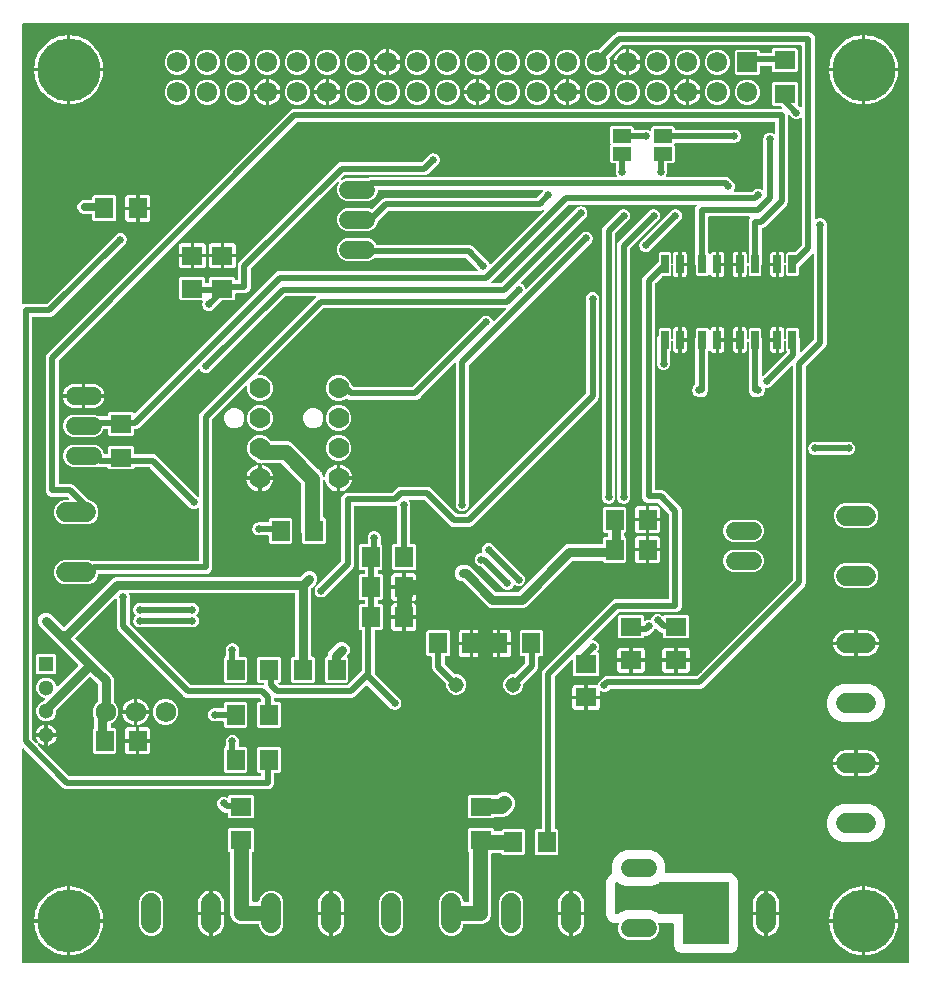
<source format=gbr>
G04 EAGLE Gerber RS-274X export*
G75*
%MOMM*%
%FSLAX34Y34*%
%LPD*%
%INBottom Copper*%
%IPPOS*%
%AMOC8*
5,1,8,0,0,1.08239X$1,22.5*%
G01*
%ADD10C,1.693800*%
%ADD11R,1.800000X1.600000*%
%ADD12R,1.600000X1.800000*%
%ADD13C,1.770000*%
%ADD14C,5.334000*%
%ADD15C,1.516000*%
%ADD16R,1.725000X1.725000*%
%ADD17C,1.725000*%
%ADD18R,1.300000X1.300000*%
%ADD19C,1.300000*%
%ADD20C,1.750000*%
%ADD21C,1.312800*%
%ADD22R,1.803000X1.600000*%
%ADD23R,1.600000X1.803000*%
%ADD24R,1.600200X1.168400*%
%ADD25R,0.650000X1.650000*%
%ADD26C,0.650000*%
%ADD27C,1.270000*%
%ADD28C,0.762000*%
%ADD29C,0.500000*%
%ADD30C,0.508000*%
%ADD31C,0.635000*%

G36*
X752274Y202030D02*
X752274Y202030D01*
X752299Y202027D01*
X752394Y202049D01*
X752491Y202065D01*
X752512Y202077D01*
X752536Y202083D01*
X752620Y202134D01*
X752706Y202180D01*
X752723Y202198D01*
X752744Y202211D01*
X752806Y202287D01*
X752873Y202358D01*
X752883Y202381D01*
X752899Y202400D01*
X752933Y202491D01*
X752974Y202581D01*
X752976Y202605D01*
X752985Y202628D01*
X752999Y202775D01*
X752999Y997250D01*
X752995Y997274D01*
X752998Y997299D01*
X752976Y997394D01*
X752960Y997491D01*
X752948Y997512D01*
X752942Y997536D01*
X752891Y997620D01*
X752845Y997706D01*
X752827Y997723D01*
X752814Y997744D01*
X752738Y997806D01*
X752667Y997873D01*
X752644Y997883D01*
X752625Y997899D01*
X752534Y997933D01*
X752444Y997974D01*
X752420Y997976D01*
X752397Y997985D01*
X752250Y997999D01*
X2750Y997999D01*
X2726Y997995D01*
X2701Y997998D01*
X2606Y997976D01*
X2509Y997960D01*
X2488Y997948D01*
X2464Y997942D01*
X2380Y997891D01*
X2294Y997845D01*
X2277Y997827D01*
X2256Y997814D01*
X2194Y997738D01*
X2127Y997667D01*
X2117Y997644D01*
X2101Y997625D01*
X2067Y997534D01*
X2026Y997444D01*
X2024Y997420D01*
X2015Y997397D01*
X2001Y997250D01*
X2001Y760833D01*
X2009Y760784D01*
X2007Y760735D01*
X2028Y760665D01*
X2040Y760592D01*
X2064Y760549D01*
X2078Y760502D01*
X2121Y760442D01*
X2155Y760377D01*
X2191Y760343D01*
X2220Y760303D01*
X2280Y760260D01*
X2333Y760210D01*
X2378Y760190D01*
X2418Y760161D01*
X2489Y760140D01*
X2556Y760109D01*
X2605Y760104D01*
X2651Y760090D01*
X2725Y760093D01*
X2799Y760085D01*
X2846Y760096D01*
X2895Y760098D01*
X3035Y760140D01*
X3036Y760140D01*
X3036Y760141D01*
X3037Y760141D01*
X3906Y760501D01*
X22411Y760501D01*
X22508Y760517D01*
X22604Y760526D01*
X22627Y760536D01*
X22652Y760540D01*
X22738Y760586D01*
X22827Y760627D01*
X22852Y760648D01*
X22867Y760655D01*
X22884Y760674D01*
X22941Y760720D01*
X81884Y819663D01*
X82350Y819856D01*
X82412Y819895D01*
X82479Y819925D01*
X82536Y819972D01*
X82557Y819985D01*
X82568Y819998D01*
X82593Y820019D01*
X82825Y820251D01*
X83153Y820251D01*
X83226Y820263D01*
X83299Y820265D01*
X83369Y820286D01*
X83394Y820290D01*
X83409Y820298D01*
X83440Y820308D01*
X83906Y820501D01*
X86094Y820501D01*
X86560Y820308D01*
X86631Y820291D01*
X86700Y820265D01*
X86773Y820258D01*
X86798Y820252D01*
X86814Y820254D01*
X86847Y820251D01*
X87175Y820251D01*
X87407Y820019D01*
X87466Y819976D01*
X87520Y819926D01*
X87585Y819891D01*
X87605Y819877D01*
X87621Y819872D01*
X87650Y819856D01*
X88116Y819663D01*
X89663Y818116D01*
X89856Y817650D01*
X89895Y817588D01*
X89925Y817521D01*
X89972Y817464D01*
X89985Y817443D01*
X89998Y817432D01*
X90019Y817407D01*
X90251Y817175D01*
X90251Y816847D01*
X90263Y816774D01*
X90265Y816701D01*
X90286Y816631D01*
X90290Y816606D01*
X90298Y816591D01*
X90308Y816560D01*
X90501Y816094D01*
X90501Y813906D01*
X90308Y813440D01*
X90291Y813369D01*
X90265Y813300D01*
X90258Y813227D01*
X90252Y813202D01*
X90254Y813186D01*
X90251Y813153D01*
X90251Y812825D01*
X90019Y812593D01*
X89976Y812534D01*
X89926Y812480D01*
X89891Y812415D01*
X89877Y812395D01*
X89872Y812379D01*
X89856Y812350D01*
X89663Y811884D01*
X28116Y750337D01*
X26094Y749499D01*
X11250Y749499D01*
X11226Y749495D01*
X11201Y749498D01*
X11106Y749476D01*
X11009Y749460D01*
X10988Y749448D01*
X10964Y749442D01*
X10880Y749391D01*
X10794Y749345D01*
X10777Y749327D01*
X10756Y749314D01*
X10694Y749238D01*
X10627Y749167D01*
X10617Y749144D01*
X10601Y749125D01*
X10567Y749034D01*
X10526Y748944D01*
X10524Y748920D01*
X10515Y748897D01*
X10501Y748750D01*
X10501Y392589D01*
X10517Y392492D01*
X10526Y392396D01*
X10536Y392373D01*
X10540Y392348D01*
X10586Y392262D01*
X10627Y392173D01*
X10648Y392148D01*
X10655Y392133D01*
X10674Y392116D01*
X10720Y392059D01*
X14073Y388706D01*
X14113Y388678D01*
X14146Y388642D01*
X14211Y388607D01*
X14271Y388564D01*
X14318Y388550D01*
X14362Y388527D01*
X14434Y388515D01*
X14505Y388493D01*
X14554Y388495D01*
X14602Y388487D01*
X14675Y388499D01*
X14749Y388501D01*
X14795Y388519D01*
X14843Y388527D01*
X14908Y388561D01*
X14977Y388587D01*
X15015Y388618D01*
X15058Y388641D01*
X15109Y388695D01*
X15166Y388742D01*
X15192Y388784D01*
X15225Y388819D01*
X15256Y388887D01*
X15295Y388949D01*
X15306Y388997D01*
X15326Y389042D01*
X15333Y389115D01*
X15350Y389187D01*
X15345Y389235D01*
X15350Y389284D01*
X15334Y389356D01*
X15327Y389429D01*
X15306Y389474D01*
X15295Y389522D01*
X15227Y389650D01*
X15226Y389652D01*
X14213Y391168D01*
X13532Y392813D01*
X13305Y393951D01*
X20726Y393951D01*
X20726Y386530D01*
X19588Y386757D01*
X17943Y387438D01*
X16427Y388451D01*
X16383Y388471D01*
X16343Y388500D01*
X16272Y388521D01*
X16205Y388551D01*
X16156Y388556D01*
X16109Y388570D01*
X16036Y388568D01*
X15962Y388575D01*
X15914Y388564D01*
X15865Y388563D01*
X15796Y388537D01*
X15725Y388520D01*
X15683Y388494D01*
X15637Y388477D01*
X15580Y388430D01*
X15517Y388391D01*
X15486Y388353D01*
X15448Y388322D01*
X15409Y388260D01*
X15363Y388203D01*
X15345Y388157D01*
X15319Y388115D01*
X15302Y388043D01*
X15276Y387974D01*
X15275Y387925D01*
X15264Y387877D01*
X15271Y387804D01*
X15268Y387730D01*
X15282Y387683D01*
X15287Y387634D01*
X15318Y387567D01*
X15339Y387497D01*
X15367Y387457D01*
X15388Y387412D01*
X15480Y387299D01*
X15481Y387298D01*
X42059Y360720D01*
X42138Y360663D01*
X42214Y360601D01*
X42237Y360593D01*
X42257Y360578D01*
X42351Y360550D01*
X42442Y360515D01*
X42475Y360512D01*
X42491Y360507D01*
X42516Y360508D01*
X42589Y360501D01*
X203750Y360501D01*
X203774Y360505D01*
X203799Y360502D01*
X203894Y360524D01*
X203991Y360540D01*
X204012Y360552D01*
X204036Y360558D01*
X204120Y360609D01*
X204206Y360655D01*
X204223Y360673D01*
X204244Y360686D01*
X204306Y360762D01*
X204373Y360833D01*
X204383Y360856D01*
X204399Y360875D01*
X204433Y360966D01*
X204474Y361056D01*
X204476Y361080D01*
X204485Y361103D01*
X204499Y361250D01*
X204499Y362885D01*
X204495Y362909D01*
X204498Y362934D01*
X204476Y363029D01*
X204460Y363126D01*
X204448Y363147D01*
X204442Y363171D01*
X204391Y363255D01*
X204345Y363341D01*
X204327Y363358D01*
X204314Y363379D01*
X204238Y363441D01*
X204167Y363508D01*
X204144Y363518D01*
X204125Y363534D01*
X204034Y363568D01*
X203944Y363609D01*
X203920Y363611D01*
X203897Y363620D01*
X203750Y363634D01*
X202241Y363634D01*
X201069Y364806D01*
X201069Y384494D01*
X202241Y385666D01*
X219899Y385666D01*
X221071Y384494D01*
X221071Y364806D01*
X219899Y363634D01*
X216250Y363634D01*
X216226Y363630D01*
X216201Y363633D01*
X216106Y363611D01*
X216009Y363595D01*
X215988Y363583D01*
X215964Y363577D01*
X215880Y363526D01*
X215794Y363480D01*
X215777Y363462D01*
X215756Y363449D01*
X215694Y363373D01*
X215627Y363302D01*
X215617Y363279D01*
X215601Y363260D01*
X215567Y363169D01*
X215526Y363079D01*
X215524Y363055D01*
X215515Y363032D01*
X215501Y362885D01*
X215501Y353906D01*
X214663Y351884D01*
X213116Y350337D01*
X211094Y349499D01*
X38906Y349499D01*
X36884Y350337D01*
X3280Y383941D01*
X3220Y383984D01*
X3166Y384034D01*
X3122Y384054D01*
X3081Y384083D01*
X3011Y384105D01*
X2944Y384135D01*
X2895Y384140D01*
X2848Y384154D01*
X2775Y384152D01*
X2701Y384159D01*
X2653Y384148D01*
X2604Y384146D01*
X2535Y384120D01*
X2464Y384104D01*
X2422Y384078D01*
X2376Y384060D01*
X2319Y384014D01*
X2256Y383975D01*
X2225Y383937D01*
X2187Y383906D01*
X2148Y383843D01*
X2101Y383786D01*
X2084Y383740D01*
X2058Y383698D01*
X2041Y383627D01*
X2015Y383558D01*
X2008Y383485D01*
X2002Y383461D01*
X2004Y383444D01*
X2001Y383411D01*
X2001Y202775D01*
X2005Y202751D01*
X2002Y202726D01*
X2024Y202631D01*
X2040Y202534D01*
X2052Y202513D01*
X2058Y202489D01*
X2109Y202405D01*
X2155Y202319D01*
X2173Y202302D01*
X2186Y202281D01*
X2262Y202219D01*
X2333Y202152D01*
X2356Y202142D01*
X2375Y202126D01*
X2466Y202092D01*
X2556Y202051D01*
X2580Y202049D01*
X2603Y202040D01*
X2750Y202026D01*
X752250Y202026D01*
X752274Y202030D01*
G37*
%LPC*%
G36*
X480924Y428824D02*
X480924Y428824D01*
X480924Y437866D01*
X488750Y437866D01*
X488774Y437870D01*
X488799Y437867D01*
X488894Y437889D01*
X488991Y437905D01*
X489012Y437917D01*
X489036Y437923D01*
X489120Y437974D01*
X489206Y438020D01*
X489223Y438038D01*
X489244Y438051D01*
X489306Y438127D01*
X489373Y438198D01*
X489383Y438221D01*
X489399Y438240D01*
X489433Y438331D01*
X489474Y438421D01*
X489476Y438445D01*
X489485Y438468D01*
X489497Y438588D01*
X489692Y439060D01*
X489709Y439131D01*
X489735Y439200D01*
X489742Y439273D01*
X489748Y439298D01*
X489746Y439314D01*
X489749Y439347D01*
X489749Y439675D01*
X489981Y439907D01*
X490024Y439966D01*
X490074Y440020D01*
X490109Y440085D01*
X490123Y440105D01*
X490128Y440121D01*
X490144Y440150D01*
X490337Y440616D01*
X494384Y444663D01*
X496406Y445501D01*
X572411Y445501D01*
X572508Y445517D01*
X572604Y445526D01*
X572627Y445536D01*
X572652Y445540D01*
X572738Y445586D01*
X572827Y445627D01*
X572852Y445648D01*
X572867Y445655D01*
X572884Y445674D01*
X572941Y445720D01*
X654280Y527059D01*
X654337Y527138D01*
X654399Y527214D01*
X654407Y527237D01*
X654422Y527257D01*
X654450Y527351D01*
X654485Y527442D01*
X654488Y527475D01*
X654493Y527491D01*
X654492Y527516D01*
X654499Y527589D01*
X654499Y707411D01*
X654487Y707484D01*
X654485Y707557D01*
X654468Y707603D01*
X654460Y707652D01*
X654425Y707717D01*
X654399Y707786D01*
X654368Y707824D01*
X654345Y707867D01*
X654291Y707917D01*
X654244Y707974D01*
X654203Y708000D01*
X654167Y708034D01*
X654100Y708064D01*
X654037Y708103D01*
X653989Y708114D01*
X653944Y708135D01*
X653871Y708142D01*
X653800Y708159D01*
X653751Y708154D01*
X653701Y708159D01*
X653630Y708142D01*
X653557Y708135D01*
X653512Y708115D01*
X653464Y708104D01*
X653401Y708065D01*
X653334Y708035D01*
X653278Y707988D01*
X653256Y707975D01*
X653246Y707962D01*
X653220Y707941D01*
X635616Y690337D01*
X635150Y690144D01*
X635088Y690105D01*
X635021Y690075D01*
X634964Y690028D01*
X634943Y690015D01*
X634932Y690002D01*
X634907Y689981D01*
X634675Y689749D01*
X634347Y689749D01*
X634274Y689737D01*
X634201Y689735D01*
X634131Y689714D01*
X634106Y689710D01*
X634091Y689702D01*
X634060Y689692D01*
X633594Y689499D01*
X631309Y689499D01*
X631295Y689502D01*
X631262Y689499D01*
X631257Y689499D01*
X631249Y689498D01*
X631221Y689495D01*
X631147Y689498D01*
X631101Y689484D01*
X631052Y689479D01*
X630985Y689448D01*
X630913Y689427D01*
X630874Y689398D01*
X630830Y689378D01*
X630776Y689328D01*
X630715Y689284D01*
X630687Y689245D01*
X630651Y689212D01*
X630616Y689146D01*
X630573Y689086D01*
X630559Y689040D01*
X630536Y688997D01*
X630524Y688924D01*
X630502Y688853D01*
X630504Y688804D01*
X630496Y688756D01*
X630501Y688727D01*
X630501Y686406D01*
X630308Y685940D01*
X630291Y685869D01*
X630265Y685800D01*
X630258Y685727D01*
X630252Y685702D01*
X630254Y685686D01*
X630251Y685653D01*
X630251Y685325D01*
X630019Y685093D01*
X629976Y685034D01*
X629926Y684980D01*
X629891Y684915D01*
X629877Y684895D01*
X629872Y684879D01*
X629856Y684850D01*
X629663Y684384D01*
X628116Y682837D01*
X627650Y682644D01*
X627588Y682605D01*
X627521Y682575D01*
X627464Y682528D01*
X627443Y682515D01*
X627432Y682502D01*
X627407Y682481D01*
X627175Y682249D01*
X626847Y682249D01*
X626774Y682237D01*
X626701Y682235D01*
X626631Y682214D01*
X626606Y682210D01*
X626591Y682202D01*
X626560Y682192D01*
X626094Y681999D01*
X621406Y681999D01*
X619384Y682837D01*
X617837Y684384D01*
X616999Y686406D01*
X616999Y728274D01*
X616987Y728346D01*
X616985Y728419D01*
X616964Y728490D01*
X616960Y728515D01*
X616952Y728529D01*
X616942Y728561D01*
X616832Y728826D01*
X616781Y728909D01*
X616735Y728996D01*
X616716Y729013D01*
X616703Y729034D01*
X616628Y729096D01*
X616556Y729162D01*
X616534Y729173D01*
X616515Y729188D01*
X616423Y729223D01*
X616334Y729263D01*
X616310Y729266D01*
X616286Y729274D01*
X616189Y729278D01*
X616091Y729287D01*
X616067Y729282D01*
X616043Y729283D01*
X615949Y729254D01*
X615854Y729232D01*
X615833Y729219D01*
X615809Y729212D01*
X615730Y729155D01*
X615646Y729103D01*
X615631Y729084D01*
X615611Y729070D01*
X615554Y728990D01*
X615491Y728915D01*
X615483Y728892D01*
X615468Y728872D01*
X615440Y728778D01*
X615405Y728687D01*
X615402Y728654D01*
X615397Y728638D01*
X615398Y728613D01*
X615391Y728540D01*
X615391Y721416D01*
X615218Y720769D01*
X614883Y720190D01*
X614410Y719717D01*
X613831Y719382D01*
X613184Y719209D01*
X611099Y719209D01*
X611099Y729250D01*
X611095Y729274D01*
X611098Y729298D01*
X611075Y729394D01*
X611059Y729491D01*
X611048Y729512D01*
X611042Y729536D01*
X610991Y729619D01*
X610944Y729706D01*
X610927Y729723D01*
X610914Y729743D01*
X610838Y729806D01*
X610766Y729873D01*
X610744Y729883D01*
X610725Y729898D01*
X610634Y729933D01*
X610544Y729974D01*
X610520Y729976D01*
X610497Y729985D01*
X610350Y729999D01*
X609599Y729999D01*
X609599Y730001D01*
X610350Y730001D01*
X610374Y730005D01*
X610398Y730002D01*
X610494Y730025D01*
X610591Y730041D01*
X610612Y730052D01*
X610636Y730058D01*
X610719Y730109D01*
X610806Y730156D01*
X610823Y730173D01*
X610843Y730186D01*
X610906Y730262D01*
X610973Y730334D01*
X610983Y730356D01*
X610998Y730375D01*
X611033Y730466D01*
X611074Y730556D01*
X611076Y730580D01*
X611085Y730603D01*
X611099Y730750D01*
X611099Y740791D01*
X613184Y740791D01*
X613831Y740618D01*
X614410Y740283D01*
X614883Y739810D01*
X615218Y739231D01*
X615391Y738584D01*
X615391Y731460D01*
X615407Y731364D01*
X615416Y731267D01*
X615426Y731244D01*
X615430Y731220D01*
X615477Y731133D01*
X615517Y731044D01*
X615534Y731026D01*
X615545Y731004D01*
X615617Y730938D01*
X615684Y730866D01*
X615705Y730854D01*
X615723Y730838D01*
X615812Y730797D01*
X615899Y730751D01*
X615923Y730747D01*
X615946Y730737D01*
X616043Y730727D01*
X616139Y730711D01*
X616164Y730715D01*
X616189Y730713D01*
X616284Y730735D01*
X616380Y730751D01*
X616402Y730762D01*
X616426Y730768D01*
X616510Y730820D01*
X616596Y730866D01*
X616612Y730884D01*
X616634Y730897D01*
X616696Y730972D01*
X616763Y731043D01*
X616778Y731072D01*
X616788Y731085D01*
X616797Y731108D01*
X616832Y731174D01*
X616992Y731560D01*
X617009Y731631D01*
X617035Y731700D01*
X617042Y731773D01*
X617048Y731798D01*
X617046Y731814D01*
X617049Y731847D01*
X617049Y739079D01*
X618221Y740251D01*
X626379Y740251D01*
X627551Y739079D01*
X627551Y732330D01*
X627563Y732257D01*
X627565Y732184D01*
X627586Y732114D01*
X627590Y732089D01*
X627598Y732074D01*
X627608Y732043D01*
X628001Y731094D01*
X628001Y700089D01*
X628013Y700016D01*
X628015Y699943D01*
X628032Y699897D01*
X628040Y699848D01*
X628075Y699783D01*
X628101Y699714D01*
X628132Y699676D01*
X628155Y699633D01*
X628209Y699583D01*
X628256Y699526D01*
X628297Y699500D01*
X628333Y699466D01*
X628400Y699436D01*
X628463Y699397D01*
X628511Y699386D01*
X628556Y699365D01*
X628629Y699358D01*
X628700Y699341D01*
X628749Y699346D01*
X628799Y699341D01*
X628870Y699358D01*
X628943Y699365D01*
X628988Y699385D01*
X629036Y699396D01*
X629099Y699435D01*
X629166Y699465D01*
X629222Y699512D01*
X629244Y699525D01*
X629254Y699538D01*
X629280Y699559D01*
X649191Y719470D01*
X649205Y719490D01*
X649224Y719506D01*
X649276Y719589D01*
X649333Y719668D01*
X649340Y719692D01*
X649353Y719713D01*
X649375Y719808D01*
X649404Y719902D01*
X649403Y719926D01*
X649409Y719950D01*
X649399Y720048D01*
X649396Y720146D01*
X649387Y720169D01*
X649385Y720193D01*
X649345Y720282D01*
X649310Y720374D01*
X649295Y720393D01*
X649285Y720415D01*
X649191Y720530D01*
X648799Y720921D01*
X648799Y728153D01*
X648787Y728225D01*
X648785Y728299D01*
X648764Y728369D01*
X648760Y728394D01*
X648752Y728409D01*
X648742Y728440D01*
X648582Y728826D01*
X648531Y728909D01*
X648485Y728996D01*
X648466Y729013D01*
X648453Y729034D01*
X648378Y729096D01*
X648306Y729162D01*
X648284Y729173D01*
X648265Y729188D01*
X648173Y729223D01*
X648084Y729263D01*
X648060Y729266D01*
X648036Y729274D01*
X647939Y729278D01*
X647841Y729287D01*
X647817Y729282D01*
X647793Y729283D01*
X647699Y729254D01*
X647604Y729232D01*
X647583Y729219D01*
X647559Y729212D01*
X647480Y729155D01*
X647396Y729103D01*
X647381Y729084D01*
X647361Y729070D01*
X647304Y728990D01*
X647241Y728915D01*
X647233Y728892D01*
X647218Y728872D01*
X647190Y728778D01*
X647155Y728687D01*
X647152Y728654D01*
X647147Y728638D01*
X647148Y728613D01*
X647141Y728540D01*
X647141Y721416D01*
X646968Y720769D01*
X646633Y720190D01*
X646160Y719717D01*
X645581Y719382D01*
X644934Y719209D01*
X642849Y719209D01*
X642849Y729250D01*
X642845Y729274D01*
X642848Y729298D01*
X642825Y729394D01*
X642809Y729491D01*
X642798Y729512D01*
X642792Y729536D01*
X642741Y729619D01*
X642694Y729706D01*
X642677Y729723D01*
X642664Y729743D01*
X642588Y729806D01*
X642516Y729873D01*
X642494Y729883D01*
X642475Y729898D01*
X642384Y729933D01*
X642294Y729974D01*
X642270Y729976D01*
X642247Y729985D01*
X642100Y729999D01*
X641349Y729999D01*
X641349Y730001D01*
X642100Y730001D01*
X642124Y730005D01*
X642148Y730002D01*
X642244Y730025D01*
X642341Y730041D01*
X642362Y730052D01*
X642386Y730058D01*
X642469Y730109D01*
X642556Y730156D01*
X642573Y730173D01*
X642593Y730186D01*
X642656Y730262D01*
X642723Y730334D01*
X642733Y730356D01*
X642748Y730375D01*
X642783Y730466D01*
X642824Y730556D01*
X642826Y730580D01*
X642835Y730603D01*
X642849Y730750D01*
X642849Y740791D01*
X644934Y740791D01*
X645581Y740618D01*
X646160Y740283D01*
X646633Y739810D01*
X646968Y739231D01*
X647141Y738584D01*
X647141Y731460D01*
X647157Y731364D01*
X647166Y731267D01*
X647176Y731244D01*
X647180Y731220D01*
X647227Y731133D01*
X647267Y731044D01*
X647284Y731026D01*
X647295Y731004D01*
X647367Y730938D01*
X647434Y730866D01*
X647455Y730854D01*
X647473Y730838D01*
X647563Y730797D01*
X647649Y730751D01*
X647673Y730747D01*
X647696Y730737D01*
X647793Y730727D01*
X647889Y730711D01*
X647914Y730715D01*
X647939Y730713D01*
X648034Y730735D01*
X648130Y730751D01*
X648152Y730762D01*
X648176Y730768D01*
X648259Y730820D01*
X648346Y730866D01*
X648362Y730884D01*
X648384Y730897D01*
X648446Y730972D01*
X648513Y731043D01*
X648528Y731072D01*
X648538Y731085D01*
X648547Y731108D01*
X648582Y731174D01*
X648742Y731560D01*
X648759Y731631D01*
X648785Y731700D01*
X648792Y731773D01*
X648798Y731798D01*
X648796Y731814D01*
X648799Y731847D01*
X648799Y739079D01*
X649971Y740251D01*
X658129Y740251D01*
X659301Y739079D01*
X659301Y733789D01*
X659317Y733692D01*
X659326Y733596D01*
X659336Y733573D01*
X659340Y733548D01*
X659386Y733462D01*
X659427Y733373D01*
X659448Y733348D01*
X659455Y733333D01*
X659474Y733316D01*
X659520Y733259D01*
X659663Y733116D01*
X660501Y731094D01*
X660501Y720089D01*
X660513Y720016D01*
X660515Y719943D01*
X660532Y719897D01*
X660540Y719848D01*
X660575Y719783D01*
X660601Y719714D01*
X660632Y719676D01*
X660655Y719633D01*
X660709Y719583D01*
X660756Y719526D01*
X660797Y719500D01*
X660833Y719466D01*
X660900Y719436D01*
X660963Y719397D01*
X661011Y719386D01*
X661056Y719365D01*
X661129Y719358D01*
X661200Y719341D01*
X661249Y719346D01*
X661299Y719341D01*
X661370Y719358D01*
X661443Y719365D01*
X661488Y719385D01*
X661536Y719396D01*
X661599Y719435D01*
X661666Y719465D01*
X661722Y719512D01*
X661744Y719525D01*
X661754Y719538D01*
X661780Y719559D01*
X671780Y729559D01*
X671837Y729638D01*
X671899Y729714D01*
X671907Y729737D01*
X671922Y729757D01*
X671950Y729851D01*
X671985Y729942D01*
X671988Y729975D01*
X671993Y729991D01*
X671992Y730016D01*
X671999Y730089D01*
X671999Y802411D01*
X671987Y802484D01*
X671985Y802557D01*
X671968Y802603D01*
X671960Y802652D01*
X671925Y802717D01*
X671899Y802786D01*
X671868Y802824D01*
X671845Y802867D01*
X671791Y802917D01*
X671744Y802974D01*
X671702Y803000D01*
X671667Y803034D01*
X671600Y803064D01*
X671537Y803103D01*
X671489Y803114D01*
X671444Y803135D01*
X671371Y803142D01*
X671300Y803159D01*
X671251Y803154D01*
X671201Y803159D01*
X671130Y803142D01*
X671057Y803135D01*
X671012Y803115D01*
X670964Y803104D01*
X670901Y803065D01*
X670834Y803035D01*
X670778Y802988D01*
X670756Y802975D01*
X670746Y802962D01*
X670720Y802941D01*
X670511Y802731D01*
X659520Y791741D01*
X659463Y791662D01*
X659401Y791586D01*
X659393Y791563D01*
X659378Y791543D01*
X659350Y791449D01*
X659315Y791358D01*
X659312Y791325D01*
X659307Y791309D01*
X659308Y791284D01*
X659301Y791211D01*
X659301Y784921D01*
X658129Y783749D01*
X649971Y783749D01*
X648799Y784921D01*
X648799Y792111D01*
X648786Y792192D01*
X648781Y792275D01*
X648763Y792329D01*
X648760Y792352D01*
X648749Y792371D01*
X648735Y792415D01*
X648575Y792775D01*
X648526Y792849D01*
X648485Y792927D01*
X648459Y792950D01*
X648441Y792979D01*
X648371Y793034D01*
X648306Y793094D01*
X648275Y793108D01*
X648248Y793129D01*
X648165Y793158D01*
X648084Y793195D01*
X648050Y793198D01*
X648018Y793209D01*
X647929Y793210D01*
X647841Y793219D01*
X647808Y793211D01*
X647774Y793211D01*
X647690Y793183D01*
X647604Y793163D01*
X647575Y793145D01*
X647542Y793134D01*
X647472Y793081D01*
X647396Y793035D01*
X647375Y793008D01*
X647347Y792987D01*
X647298Y792914D01*
X647241Y792846D01*
X647229Y792814D01*
X647210Y792786D01*
X647186Y792700D01*
X647155Y792618D01*
X647151Y792571D01*
X647145Y792550D01*
X647146Y792527D01*
X647141Y792471D01*
X647141Y785416D01*
X647066Y785137D01*
X647066Y785136D01*
X646968Y784769D01*
X646633Y784190D01*
X646160Y783717D01*
X645581Y783382D01*
X644934Y783209D01*
X642849Y783209D01*
X642849Y793250D01*
X642845Y793274D01*
X642848Y793298D01*
X642825Y793394D01*
X642809Y793491D01*
X642798Y793512D01*
X642792Y793536D01*
X642741Y793619D01*
X642694Y793706D01*
X642677Y793723D01*
X642664Y793743D01*
X642588Y793806D01*
X642516Y793873D01*
X642494Y793883D01*
X642475Y793898D01*
X642384Y793933D01*
X642294Y793974D01*
X642270Y793976D01*
X642247Y793985D01*
X642100Y793999D01*
X641349Y793999D01*
X641349Y794001D01*
X642100Y794001D01*
X642124Y794005D01*
X642148Y794002D01*
X642244Y794025D01*
X642341Y794041D01*
X642362Y794052D01*
X642386Y794058D01*
X642469Y794109D01*
X642556Y794156D01*
X642573Y794173D01*
X642593Y794186D01*
X642656Y794262D01*
X642723Y794334D01*
X642733Y794356D01*
X642748Y794375D01*
X642783Y794466D01*
X642824Y794556D01*
X642826Y794580D01*
X642835Y794603D01*
X642849Y794750D01*
X642849Y804791D01*
X644934Y804791D01*
X645581Y804618D01*
X646160Y804283D01*
X646633Y803810D01*
X646968Y803231D01*
X647141Y802584D01*
X647141Y795394D01*
X647142Y795384D01*
X647142Y795383D01*
X647143Y795380D01*
X647158Y795288D01*
X647171Y795182D01*
X647178Y795168D01*
X647180Y795153D01*
X647231Y795059D01*
X647278Y794962D01*
X647288Y794951D01*
X647295Y794938D01*
X647374Y794865D01*
X647449Y794788D01*
X647462Y794782D01*
X647473Y794771D01*
X647571Y794727D01*
X647667Y794679D01*
X647682Y794677D01*
X647696Y794670D01*
X647802Y794660D01*
X647909Y794645D01*
X647924Y794648D01*
X647939Y794646D01*
X648043Y794671D01*
X648148Y794691D01*
X648161Y794698D01*
X648176Y794702D01*
X648268Y794758D01*
X648361Y794811D01*
X648371Y794822D01*
X648384Y794830D01*
X648452Y794913D01*
X648523Y794993D01*
X648532Y795011D01*
X648538Y795019D01*
X648546Y795040D01*
X648589Y795125D01*
X648749Y795541D01*
X648762Y795604D01*
X648785Y795663D01*
X648794Y795758D01*
X648799Y795780D01*
X648797Y795791D01*
X648799Y795810D01*
X648799Y803079D01*
X649971Y804251D01*
X656161Y804251D01*
X656258Y804267D01*
X656354Y804276D01*
X656377Y804286D01*
X656402Y804290D01*
X656488Y804336D01*
X656577Y804377D01*
X656602Y804398D01*
X656617Y804405D01*
X656634Y804424D01*
X656691Y804470D01*
X661780Y809559D01*
X661837Y809638D01*
X661899Y809714D01*
X661907Y809737D01*
X661922Y809757D01*
X661950Y809851D01*
X661985Y809942D01*
X661988Y809975D01*
X661993Y809991D01*
X661992Y810016D01*
X661999Y810089D01*
X661999Y917411D01*
X661987Y917484D01*
X661985Y917557D01*
X661968Y917603D01*
X661960Y917652D01*
X661925Y917717D01*
X661899Y917786D01*
X661868Y917824D01*
X661845Y917867D01*
X661791Y917917D01*
X661744Y917974D01*
X661702Y918000D01*
X661667Y918034D01*
X661600Y918064D01*
X661537Y918103D01*
X661489Y918114D01*
X661444Y918135D01*
X661371Y918142D01*
X661300Y918159D01*
X661251Y918154D01*
X661201Y918159D01*
X661130Y918142D01*
X661057Y918135D01*
X661012Y918115D01*
X660964Y918104D01*
X660901Y918065D01*
X660834Y918035D01*
X660778Y917988D01*
X660756Y917975D01*
X660746Y917962D01*
X660720Y917941D01*
X660616Y917837D01*
X660150Y917644D01*
X660088Y917605D01*
X660021Y917575D01*
X659964Y917528D01*
X659943Y917515D01*
X659932Y917502D01*
X659907Y917481D01*
X659675Y917249D01*
X659347Y917249D01*
X659274Y917237D01*
X659201Y917235D01*
X659131Y917214D01*
X659106Y917210D01*
X659091Y917202D01*
X659060Y917192D01*
X658594Y916999D01*
X656406Y916999D01*
X655940Y917192D01*
X655869Y917209D01*
X655800Y917235D01*
X655727Y917242D01*
X655702Y917248D01*
X655686Y917246D01*
X655653Y917249D01*
X655325Y917249D01*
X655093Y917481D01*
X655034Y917524D01*
X654980Y917574D01*
X654915Y917609D01*
X654895Y917623D01*
X654879Y917628D01*
X654850Y917644D01*
X654384Y917837D01*
X651780Y920441D01*
X651720Y920484D01*
X651666Y920534D01*
X651622Y920554D01*
X651581Y920583D01*
X651511Y920605D01*
X651444Y920635D01*
X651395Y920640D01*
X651348Y920654D01*
X651275Y920652D01*
X651201Y920659D01*
X651153Y920648D01*
X651104Y920646D01*
X651035Y920620D01*
X650964Y920604D01*
X650922Y920578D01*
X650876Y920560D01*
X650819Y920514D01*
X650756Y920475D01*
X650725Y920437D01*
X650687Y920406D01*
X650648Y920343D01*
X650601Y920286D01*
X650584Y920240D01*
X650558Y920198D01*
X650541Y920127D01*
X650515Y920058D01*
X650508Y919985D01*
X650502Y919961D01*
X650504Y919944D01*
X650501Y919911D01*
X650501Y846406D01*
X649663Y844384D01*
X630616Y825337D01*
X628464Y824445D01*
X628463Y824445D01*
X628375Y824390D01*
X628256Y824317D01*
X628256Y824316D01*
X628168Y824209D01*
X628101Y824128D01*
X628051Y823994D01*
X628015Y823900D01*
X628015Y823899D01*
X628015Y823898D01*
X628001Y823753D01*
X628001Y795612D01*
X628001Y795610D01*
X628015Y795467D01*
X628109Y794994D01*
X628015Y794528D01*
X628001Y794381D01*
X628001Y793906D01*
X627816Y793461D01*
X627816Y793459D01*
X627796Y793394D01*
X627789Y793378D01*
X627788Y793367D01*
X627774Y793321D01*
X627565Y792278D01*
X627551Y792131D01*
X627551Y784921D01*
X626379Y783749D01*
X618221Y783749D01*
X617049Y784921D01*
X617049Y792124D01*
X617049Y792126D01*
X617035Y792269D01*
X616875Y793078D01*
X616858Y793125D01*
X616850Y793174D01*
X616815Y793238D01*
X616789Y793307D01*
X616758Y793345D01*
X616735Y793389D01*
X616681Y793439D01*
X616635Y793496D01*
X616593Y793522D01*
X616556Y793556D01*
X616490Y793586D01*
X616428Y793625D01*
X616379Y793636D01*
X616334Y793657D01*
X616261Y793664D01*
X616190Y793681D01*
X616141Y793676D01*
X616091Y793681D01*
X616020Y793664D01*
X615947Y793657D01*
X615902Y793637D01*
X615854Y793626D01*
X615791Y793587D01*
X615725Y793557D01*
X615689Y793523D01*
X615646Y793497D01*
X615600Y793440D01*
X615546Y793390D01*
X615523Y793347D01*
X615491Y793308D01*
X615466Y793240D01*
X615431Y793175D01*
X615423Y793126D01*
X615405Y793080D01*
X615391Y792937D01*
X615391Y792935D01*
X615391Y792934D01*
X615391Y792933D01*
X615391Y785416D01*
X615316Y785137D01*
X615316Y785136D01*
X615218Y784769D01*
X614883Y784190D01*
X614410Y783717D01*
X613831Y783382D01*
X613184Y783209D01*
X611099Y783209D01*
X611099Y793250D01*
X611095Y793274D01*
X611098Y793298D01*
X611075Y793394D01*
X611059Y793491D01*
X611048Y793512D01*
X611042Y793536D01*
X610991Y793619D01*
X610944Y793706D01*
X610927Y793723D01*
X610914Y793743D01*
X610838Y793806D01*
X610766Y793873D01*
X610744Y793883D01*
X610725Y793898D01*
X610634Y793933D01*
X610544Y793974D01*
X610520Y793976D01*
X610497Y793985D01*
X610350Y793999D01*
X609599Y793999D01*
X609599Y794001D01*
X610350Y794001D01*
X610374Y794005D01*
X610398Y794002D01*
X610494Y794025D01*
X610591Y794041D01*
X610612Y794052D01*
X610636Y794058D01*
X610719Y794109D01*
X610806Y794156D01*
X610823Y794173D01*
X610843Y794186D01*
X610906Y794262D01*
X610973Y794334D01*
X610983Y794356D01*
X610998Y794375D01*
X611033Y794466D01*
X611074Y794556D01*
X611076Y794580D01*
X611085Y794603D01*
X611099Y794750D01*
X611099Y804791D01*
X613184Y804791D01*
X613831Y804618D01*
X614410Y804283D01*
X614883Y803810D01*
X615218Y803231D01*
X615391Y802584D01*
X615391Y795069D01*
X615399Y795020D01*
X615397Y794972D01*
X615418Y794901D01*
X615430Y794828D01*
X615453Y794785D01*
X615468Y794738D01*
X615511Y794678D01*
X615545Y794613D01*
X615581Y794579D01*
X615609Y794540D01*
X615670Y794496D01*
X615723Y794446D01*
X615768Y794426D01*
X615808Y794397D01*
X615878Y794376D01*
X615946Y794345D01*
X615994Y794340D01*
X616041Y794326D01*
X616115Y794328D01*
X616189Y794321D01*
X616236Y794332D01*
X616285Y794334D01*
X616354Y794359D01*
X616426Y794376D01*
X616468Y794402D01*
X616513Y794419D01*
X616571Y794466D01*
X616634Y794505D01*
X616665Y794543D01*
X616702Y794573D01*
X616742Y794636D01*
X616788Y794693D01*
X616806Y794739D01*
X616832Y794780D01*
X616875Y794922D01*
X616985Y795472D01*
X616999Y795619D01*
X616999Y831094D01*
X617837Y833116D01*
X617941Y833220D01*
X617984Y833280D01*
X618034Y833334D01*
X618054Y833378D01*
X618083Y833418D01*
X618104Y833489D01*
X618135Y833556D01*
X618140Y833605D01*
X618154Y833652D01*
X618152Y833725D01*
X618159Y833799D01*
X618148Y833847D01*
X618146Y833896D01*
X618120Y833965D01*
X618104Y834036D01*
X618078Y834078D01*
X618060Y834124D01*
X618014Y834181D01*
X617975Y834244D01*
X617937Y834275D01*
X617906Y834313D01*
X617843Y834352D01*
X617786Y834399D01*
X617740Y834416D01*
X617699Y834442D01*
X617627Y834459D01*
X617558Y834485D01*
X617485Y834492D01*
X617461Y834498D01*
X617444Y834496D01*
X617411Y834499D01*
X583750Y834499D01*
X583726Y834495D01*
X583701Y834498D01*
X583606Y834476D01*
X583509Y834460D01*
X583488Y834448D01*
X583464Y834442D01*
X583380Y834391D01*
X583294Y834345D01*
X583277Y834327D01*
X583256Y834314D01*
X583194Y834238D01*
X583127Y834167D01*
X583117Y834144D01*
X583101Y834125D01*
X583067Y834034D01*
X583026Y833944D01*
X583024Y833920D01*
X583015Y833897D01*
X583001Y833750D01*
X583001Y803489D01*
X583017Y803393D01*
X583026Y803296D01*
X583036Y803273D01*
X583040Y803248D01*
X583086Y803162D01*
X583101Y803131D01*
X583101Y795776D01*
X583109Y795725D01*
X583108Y795673D01*
X583139Y795545D01*
X583140Y795536D01*
X583142Y795533D01*
X583143Y795529D01*
X583303Y795072D01*
X583359Y794969D01*
X583415Y794863D01*
X583418Y794861D01*
X583420Y794858D01*
X583506Y794778D01*
X583594Y794696D01*
X583597Y794695D01*
X583599Y794692D01*
X583707Y794645D01*
X583816Y794596D01*
X583819Y794595D01*
X583823Y794594D01*
X583940Y794583D01*
X584059Y794571D01*
X584062Y794572D01*
X584066Y794572D01*
X584181Y794600D01*
X584296Y794627D01*
X584299Y794629D01*
X584303Y794629D01*
X584403Y794693D01*
X584504Y794755D01*
X584506Y794758D01*
X584509Y794760D01*
X584583Y794852D01*
X584659Y794944D01*
X584660Y794947D01*
X584662Y794950D01*
X584703Y795062D01*
X584745Y795172D01*
X584745Y795177D01*
X584746Y795179D01*
X584746Y795188D01*
X584759Y795319D01*
X584759Y802584D01*
X584798Y802730D01*
X584932Y803231D01*
X585267Y803810D01*
X585740Y804283D01*
X586319Y804618D01*
X586966Y804791D01*
X589051Y804791D01*
X589051Y794750D01*
X589055Y794726D01*
X589052Y794702D01*
X589075Y794606D01*
X589091Y794509D01*
X589102Y794488D01*
X589108Y794464D01*
X589159Y794381D01*
X589206Y794294D01*
X589223Y794277D01*
X589236Y794257D01*
X589312Y794194D01*
X589384Y794127D01*
X589406Y794117D01*
X589425Y794102D01*
X589516Y794067D01*
X589606Y794026D01*
X589630Y794024D01*
X589653Y794015D01*
X589800Y794001D01*
X590551Y794001D01*
X590551Y793999D01*
X589800Y793999D01*
X589776Y793995D01*
X589752Y793998D01*
X589656Y793975D01*
X589559Y793959D01*
X589538Y793948D01*
X589514Y793942D01*
X589430Y793891D01*
X589344Y793844D01*
X589327Y793827D01*
X589307Y793814D01*
X589244Y793738D01*
X589177Y793666D01*
X589167Y793644D01*
X589152Y793625D01*
X589117Y793534D01*
X589076Y793444D01*
X589074Y793420D01*
X589065Y793397D01*
X589051Y793250D01*
X589051Y783209D01*
X586966Y783209D01*
X586319Y783382D01*
X585740Y783717D01*
X585267Y784190D01*
X584932Y784769D01*
X584759Y785416D01*
X584759Y792387D01*
X584747Y792463D01*
X584743Y792540D01*
X584727Y792582D01*
X584720Y792628D01*
X584683Y792696D01*
X584655Y792767D01*
X584626Y792802D01*
X584605Y792843D01*
X584548Y792896D01*
X584499Y792955D01*
X584460Y792978D01*
X584427Y793010D01*
X584356Y793042D01*
X584291Y793082D01*
X584246Y793092D01*
X584204Y793111D01*
X584128Y793118D01*
X584052Y793135D01*
X584007Y793130D01*
X583961Y793135D01*
X583886Y793117D01*
X583810Y793109D01*
X583768Y793090D01*
X583724Y793079D01*
X583658Y793039D01*
X583588Y793006D01*
X583555Y792975D01*
X583516Y792951D01*
X583468Y792891D01*
X583412Y792838D01*
X583377Y792781D01*
X583362Y792762D01*
X583355Y792745D01*
X583335Y792712D01*
X583175Y792379D01*
X583148Y792289D01*
X583115Y792201D01*
X583112Y792163D01*
X583106Y792145D01*
X583107Y792121D01*
X583101Y792054D01*
X583101Y784921D01*
X581929Y783749D01*
X573771Y783749D01*
X572599Y784921D01*
X572599Y792224D01*
X572591Y792275D01*
X572592Y792328D01*
X572561Y792455D01*
X572560Y792464D01*
X572558Y792467D01*
X572557Y792471D01*
X572366Y793018D01*
X572359Y793030D01*
X572351Y793057D01*
X571999Y793906D01*
X571999Y793938D01*
X571996Y793960D01*
X571998Y793982D01*
X571991Y794010D01*
X571992Y794042D01*
X571961Y794170D01*
X571960Y794179D01*
X571958Y794181D01*
X571957Y794185D01*
X571947Y794216D01*
X571998Y795133D01*
X571997Y795148D01*
X571999Y795175D01*
X571999Y841094D01*
X572837Y843116D01*
X572941Y843220D01*
X572984Y843280D01*
X573034Y843334D01*
X573054Y843378D01*
X573083Y843418D01*
X573104Y843489D01*
X573135Y843556D01*
X573140Y843605D01*
X573154Y843652D01*
X573152Y843725D01*
X573159Y843799D01*
X573148Y843847D01*
X573146Y843896D01*
X573120Y843965D01*
X573104Y844036D01*
X573078Y844078D01*
X573060Y844124D01*
X573014Y844181D01*
X572975Y844244D01*
X572937Y844275D01*
X572906Y844313D01*
X572843Y844352D01*
X572786Y844399D01*
X572740Y844416D01*
X572699Y844442D01*
X572627Y844459D01*
X572558Y844485D01*
X572485Y844492D01*
X572461Y844498D01*
X572444Y844496D01*
X572411Y844499D01*
X465089Y844499D01*
X464992Y844483D01*
X464896Y844474D01*
X464873Y844464D01*
X464848Y844460D01*
X464762Y844414D01*
X464673Y844373D01*
X464648Y844352D01*
X464633Y844345D01*
X464616Y844326D01*
X464559Y844280D01*
X399769Y779489D01*
X399559Y779280D01*
X399516Y779220D01*
X399466Y779166D01*
X399446Y779122D01*
X399417Y779082D01*
X399396Y779011D01*
X399365Y778944D01*
X399360Y778895D01*
X399346Y778848D01*
X399348Y778775D01*
X399341Y778701D01*
X399352Y778653D01*
X399354Y778604D01*
X399380Y778535D01*
X399396Y778464D01*
X399422Y778422D01*
X399440Y778376D01*
X399486Y778319D01*
X399525Y778256D01*
X399563Y778225D01*
X399594Y778187D01*
X399657Y778148D01*
X399714Y778101D01*
X399760Y778084D01*
X399801Y778058D01*
X399873Y778041D01*
X399942Y778015D01*
X400015Y778008D01*
X400039Y778002D01*
X400056Y778004D01*
X400089Y778001D01*
X407411Y778001D01*
X407508Y778017D01*
X407604Y778026D01*
X407627Y778036D01*
X407652Y778040D01*
X407738Y778086D01*
X407827Y778127D01*
X407852Y778148D01*
X407867Y778155D01*
X407884Y778174D01*
X407941Y778220D01*
X471884Y842163D01*
X472350Y842356D01*
X472412Y842395D01*
X472479Y842425D01*
X472536Y842472D01*
X472557Y842485D01*
X472568Y842498D01*
X472593Y842519D01*
X472825Y842751D01*
X473153Y842751D01*
X473226Y842763D01*
X473299Y842765D01*
X473369Y842786D01*
X473394Y842790D01*
X473409Y842798D01*
X473440Y842808D01*
X473906Y843001D01*
X476094Y843001D01*
X476560Y842808D01*
X476631Y842791D01*
X476700Y842765D01*
X476773Y842758D01*
X476798Y842752D01*
X476814Y842754D01*
X476847Y842751D01*
X477175Y842751D01*
X477407Y842519D01*
X477466Y842476D01*
X477520Y842426D01*
X477585Y842391D01*
X477605Y842377D01*
X477621Y842372D01*
X477650Y842356D01*
X478116Y842163D01*
X479663Y840616D01*
X479856Y840150D01*
X479895Y840088D01*
X479925Y840021D01*
X479972Y839964D01*
X479985Y839943D01*
X479998Y839932D01*
X480019Y839907D01*
X480251Y839675D01*
X480251Y839347D01*
X480263Y839274D01*
X480265Y839201D01*
X480286Y839131D01*
X480290Y839106D01*
X480298Y839091D01*
X480308Y839060D01*
X480501Y838594D01*
X480501Y836406D01*
X480308Y835940D01*
X480291Y835869D01*
X480265Y835800D01*
X480258Y835727D01*
X480252Y835702D01*
X480254Y835686D01*
X480251Y835653D01*
X480251Y835325D01*
X480019Y835093D01*
X479976Y835034D01*
X479926Y834980D01*
X479891Y834915D01*
X479877Y834895D01*
X479872Y834879D01*
X479856Y834850D01*
X479663Y834384D01*
X424309Y779030D01*
X424266Y778970D01*
X424216Y778916D01*
X424196Y778872D01*
X424167Y778831D01*
X424145Y778761D01*
X424115Y778694D01*
X424110Y778645D01*
X424096Y778598D01*
X424098Y778525D01*
X424091Y778451D01*
X424102Y778403D01*
X424104Y778354D01*
X424130Y778285D01*
X424146Y778214D01*
X424172Y778172D01*
X424190Y778126D01*
X424236Y778069D01*
X424275Y778006D01*
X424313Y777975D01*
X424344Y777937D01*
X424407Y777898D01*
X424464Y777851D01*
X424510Y777834D01*
X424552Y777808D01*
X424623Y777791D01*
X424641Y777784D01*
X424907Y777519D01*
X424966Y777476D01*
X425020Y777426D01*
X425085Y777391D01*
X425105Y777377D01*
X425121Y777372D01*
X425150Y777356D01*
X425616Y777163D01*
X427163Y775616D01*
X427356Y775150D01*
X427395Y775088D01*
X427425Y775021D01*
X427472Y774964D01*
X427485Y774943D01*
X427498Y774932D01*
X427519Y774907D01*
X427751Y774675D01*
X427751Y774347D01*
X427763Y774275D01*
X427765Y774201D01*
X427786Y774131D01*
X427790Y774106D01*
X427798Y774091D01*
X427808Y774060D01*
X427925Y773776D01*
X427951Y773735D01*
X427968Y773689D01*
X428015Y773631D01*
X428054Y773569D01*
X428092Y773538D01*
X428123Y773500D01*
X428186Y773461D01*
X428243Y773414D01*
X428289Y773397D01*
X428330Y773371D01*
X428402Y773354D01*
X428471Y773328D01*
X428520Y773326D01*
X428568Y773315D01*
X428641Y773322D01*
X428715Y773320D01*
X428762Y773334D01*
X428811Y773339D01*
X428878Y773369D01*
X428949Y773391D01*
X428988Y773419D01*
X429033Y773439D01*
X429146Y773532D01*
X429147Y773533D01*
X476286Y820672D01*
X476849Y820905D01*
X476911Y820944D01*
X476978Y820974D01*
X477035Y821021D01*
X477056Y821034D01*
X477067Y821047D01*
X477092Y821068D01*
X477250Y821226D01*
X477474Y821226D01*
X477546Y821238D01*
X477619Y821240D01*
X477690Y821261D01*
X477714Y821265D01*
X477729Y821273D01*
X477760Y821283D01*
X478323Y821516D01*
X480527Y821516D01*
X481090Y821283D01*
X481161Y821266D01*
X481229Y821240D01*
X481303Y821233D01*
X481327Y821227D01*
X481344Y821229D01*
X481376Y821226D01*
X481600Y821226D01*
X481758Y821068D01*
X481818Y821025D01*
X481871Y820975D01*
X481936Y820940D01*
X481956Y820925D01*
X481972Y820921D01*
X482001Y820905D01*
X482564Y820672D01*
X484122Y819114D01*
X484355Y818551D01*
X484394Y818489D01*
X484424Y818422D01*
X484471Y818365D01*
X484484Y818344D01*
X484497Y818333D01*
X484518Y818308D01*
X484676Y818150D01*
X484676Y817926D01*
X484685Y817869D01*
X484684Y817861D01*
X484688Y817845D01*
X484690Y817781D01*
X484711Y817710D01*
X484715Y817686D01*
X484723Y817671D01*
X484733Y817640D01*
X484966Y817077D01*
X484966Y814873D01*
X484733Y814310D01*
X484716Y814239D01*
X484690Y814171D01*
X484683Y814097D01*
X484677Y814073D01*
X484679Y814056D01*
X484676Y814024D01*
X484676Y813800D01*
X484518Y813642D01*
X484475Y813582D01*
X484425Y813529D01*
X484390Y813464D01*
X484375Y813444D01*
X484371Y813428D01*
X484355Y813399D01*
X484122Y812836D01*
X380410Y709124D01*
X380353Y709045D01*
X380291Y708970D01*
X380283Y708946D01*
X380268Y708926D01*
X380240Y708833D01*
X380205Y708742D01*
X380202Y708709D01*
X380197Y708693D01*
X380198Y708668D01*
X380191Y708595D01*
X380191Y589448D01*
X379958Y588885D01*
X379948Y588845D01*
X379943Y588833D01*
X379941Y588814D01*
X379915Y588746D01*
X379908Y588672D01*
X379902Y588648D01*
X379904Y588631D01*
X379901Y588599D01*
X379901Y588375D01*
X379743Y588217D01*
X379700Y588157D01*
X379650Y588104D01*
X379615Y588039D01*
X379600Y588019D01*
X379596Y588003D01*
X379580Y587974D01*
X379347Y587411D01*
X377789Y585853D01*
X377226Y585620D01*
X377164Y585581D01*
X377097Y585551D01*
X377040Y585504D01*
X377019Y585491D01*
X377008Y585478D01*
X376983Y585457D01*
X376825Y585299D01*
X376601Y585299D01*
X376529Y585287D01*
X376456Y585285D01*
X376385Y585264D01*
X376361Y585260D01*
X376346Y585252D01*
X376315Y585242D01*
X375752Y585009D01*
X373548Y585009D01*
X372985Y585242D01*
X372914Y585259D01*
X372846Y585285D01*
X372772Y585292D01*
X372748Y585298D01*
X372731Y585296D01*
X372699Y585299D01*
X372475Y585299D01*
X372317Y585457D01*
X372257Y585500D01*
X372204Y585550D01*
X372139Y585585D01*
X372119Y585600D01*
X372103Y585604D01*
X372074Y585620D01*
X371511Y585853D01*
X369953Y587411D01*
X369720Y587974D01*
X369681Y588036D01*
X369651Y588103D01*
X369604Y588160D01*
X369591Y588181D01*
X369578Y588192D01*
X369557Y588217D01*
X369399Y588375D01*
X369399Y588599D01*
X369387Y588671D01*
X369385Y588744D01*
X369364Y588815D01*
X369360Y588839D01*
X369352Y588854D01*
X369342Y588885D01*
X369109Y589448D01*
X369109Y709521D01*
X369097Y709594D01*
X369095Y709667D01*
X369078Y709713D01*
X369070Y709762D01*
X369035Y709827D01*
X369009Y709896D01*
X368978Y709934D01*
X368955Y709977D01*
X368901Y710027D01*
X368854Y710084D01*
X368812Y710110D01*
X368777Y710144D01*
X368710Y710174D01*
X368647Y710213D01*
X368599Y710224D01*
X368554Y710245D01*
X368481Y710252D01*
X368410Y710269D01*
X368361Y710264D01*
X368311Y710269D01*
X368240Y710252D01*
X368167Y710245D01*
X368122Y710225D01*
X368074Y710214D01*
X368011Y710175D01*
X367944Y710145D01*
X367888Y710098D01*
X367866Y710085D01*
X367856Y710072D01*
X367830Y710051D01*
X339769Y681989D01*
X338116Y680337D01*
X336094Y679499D01*
X278906Y679499D01*
X277010Y680285D01*
X277009Y680285D01*
X276897Y680311D01*
X276772Y680340D01*
X276647Y680328D01*
X276529Y680317D01*
X276529Y680316D01*
X276407Y680261D01*
X276307Y680216D01*
X276306Y680216D01*
X276306Y680215D01*
X276193Y680122D01*
X276021Y679951D01*
X272033Y678299D01*
X267717Y678299D01*
X263729Y679951D01*
X260676Y683004D01*
X259024Y686992D01*
X259024Y691308D01*
X260676Y695296D01*
X263729Y698349D01*
X267717Y700001D01*
X272033Y700001D01*
X276021Y698349D01*
X279074Y695296D01*
X280142Y692718D01*
X280180Y692656D01*
X280211Y692589D01*
X280258Y692532D01*
X280271Y692511D01*
X280283Y692500D01*
X280304Y692475D01*
X282059Y690720D01*
X282138Y690663D01*
X282214Y690601D01*
X282237Y690593D01*
X282257Y690578D01*
X282351Y690550D01*
X282442Y690515D01*
X282475Y690512D01*
X282491Y690507D01*
X282516Y690508D01*
X282589Y690501D01*
X332411Y690501D01*
X332508Y690517D01*
X332604Y690526D01*
X332627Y690536D01*
X332652Y690540D01*
X332738Y690586D01*
X332827Y690627D01*
X332852Y690648D01*
X332867Y690655D01*
X332884Y690674D01*
X332941Y690720D01*
X391884Y749663D01*
X392350Y749856D01*
X392412Y749895D01*
X392479Y749925D01*
X392536Y749972D01*
X392557Y749985D01*
X392568Y749998D01*
X392593Y750019D01*
X392825Y750251D01*
X393153Y750251D01*
X393226Y750263D01*
X393299Y750265D01*
X393369Y750286D01*
X393394Y750290D01*
X393409Y750298D01*
X393440Y750308D01*
X393906Y750501D01*
X396094Y750501D01*
X396560Y750308D01*
X396631Y750291D01*
X396700Y750265D01*
X396773Y750258D01*
X396798Y750252D01*
X396814Y750254D01*
X396847Y750251D01*
X397175Y750251D01*
X397407Y750019D01*
X397466Y749976D01*
X397520Y749926D01*
X397585Y749891D01*
X397605Y749877D01*
X397621Y749872D01*
X397650Y749856D01*
X398116Y749663D01*
X399663Y748116D01*
X399856Y747650D01*
X399895Y747588D01*
X399925Y747521D01*
X399972Y747464D01*
X399985Y747443D01*
X399998Y747432D01*
X400019Y747407D01*
X400251Y747175D01*
X400251Y746847D01*
X400263Y746775D01*
X400265Y746701D01*
X400286Y746631D01*
X400290Y746606D01*
X400298Y746591D01*
X400308Y746560D01*
X400425Y746276D01*
X400451Y746235D01*
X400468Y746189D01*
X400515Y746131D01*
X400554Y746069D01*
X400592Y746038D01*
X400623Y746000D01*
X400686Y745961D01*
X400743Y745914D01*
X400789Y745897D01*
X400830Y745871D01*
X400902Y745854D01*
X400971Y745828D01*
X401020Y745826D01*
X401068Y745815D01*
X401141Y745822D01*
X401215Y745820D01*
X401262Y745834D01*
X401311Y745839D01*
X401378Y745869D01*
X401449Y745891D01*
X401488Y745919D01*
X401533Y745939D01*
X401646Y746032D01*
X401647Y746033D01*
X411334Y755720D01*
X411377Y755780D01*
X411427Y755834D01*
X411448Y755878D01*
X411477Y755919D01*
X411498Y755989D01*
X411528Y756056D01*
X411533Y756105D01*
X411547Y756152D01*
X411545Y756225D01*
X411552Y756299D01*
X411541Y756347D01*
X411540Y756396D01*
X411514Y756465D01*
X411497Y756536D01*
X411471Y756578D01*
X411454Y756624D01*
X411407Y756681D01*
X411368Y756744D01*
X411330Y756775D01*
X411299Y756813D01*
X411237Y756852D01*
X411180Y756899D01*
X411134Y756916D01*
X411092Y756942D01*
X411020Y756959D01*
X410952Y756985D01*
X410879Y756992D01*
X410854Y756998D01*
X410838Y756996D01*
X410805Y756999D01*
X257589Y756999D01*
X257492Y756983D01*
X257396Y756974D01*
X257373Y756964D01*
X257348Y756960D01*
X257262Y756914D01*
X257173Y756873D01*
X257148Y756852D01*
X257133Y756845D01*
X257116Y756826D01*
X257059Y756780D01*
X201559Y701280D01*
X201516Y701220D01*
X201466Y701166D01*
X201446Y701122D01*
X201417Y701081D01*
X201395Y701011D01*
X201365Y700944D01*
X201360Y700895D01*
X201346Y700848D01*
X201348Y700775D01*
X201341Y700701D01*
X201352Y700653D01*
X201354Y700604D01*
X201380Y700535D01*
X201396Y700464D01*
X201422Y700422D01*
X201440Y700376D01*
X201486Y700319D01*
X201525Y700256D01*
X201563Y700225D01*
X201594Y700187D01*
X201657Y700148D01*
X201714Y700101D01*
X201760Y700084D01*
X201802Y700058D01*
X201873Y700041D01*
X201942Y700015D01*
X202015Y700008D01*
X202039Y700002D01*
X202056Y700004D01*
X202089Y700001D01*
X205358Y700001D01*
X209346Y698349D01*
X212399Y695296D01*
X214051Y691308D01*
X214051Y686992D01*
X212399Y683004D01*
X209346Y679951D01*
X205358Y678299D01*
X201042Y678299D01*
X197054Y679951D01*
X194001Y683004D01*
X192349Y686992D01*
X192349Y690261D01*
X192337Y690334D01*
X192335Y690407D01*
X192318Y690453D01*
X192310Y690502D01*
X192275Y690567D01*
X192249Y690636D01*
X192218Y690674D01*
X192195Y690717D01*
X192141Y690767D01*
X192094Y690824D01*
X192052Y690850D01*
X192017Y690884D01*
X191950Y690914D01*
X191887Y690953D01*
X191839Y690964D01*
X191794Y690985D01*
X191721Y690992D01*
X191650Y691009D01*
X191601Y691004D01*
X191551Y691009D01*
X191480Y690992D01*
X191407Y690985D01*
X191362Y690965D01*
X191314Y690954D01*
X191251Y690915D01*
X191184Y690885D01*
X191128Y690838D01*
X191106Y690825D01*
X191096Y690812D01*
X191070Y690791D01*
X163220Y662941D01*
X163163Y662862D01*
X163101Y662786D01*
X163093Y662763D01*
X163078Y662743D01*
X163050Y662649D01*
X163015Y662558D01*
X163012Y662525D01*
X163007Y662509D01*
X163008Y662484D01*
X163001Y662411D01*
X163001Y536406D01*
X162163Y534384D01*
X160616Y532837D01*
X158594Y531999D01*
X67313Y531999D01*
X67289Y531995D01*
X67264Y531998D01*
X67169Y531976D01*
X67072Y531960D01*
X67051Y531948D01*
X67027Y531942D01*
X66943Y531891D01*
X66857Y531845D01*
X66840Y531827D01*
X66819Y531814D01*
X66757Y531738D01*
X66690Y531667D01*
X66680Y531644D01*
X66664Y531625D01*
X66630Y531534D01*
X66589Y531444D01*
X66587Y531420D01*
X66578Y531397D01*
X66573Y531339D01*
X64970Y527469D01*
X62025Y524524D01*
X58177Y522930D01*
X37073Y522930D01*
X33225Y524524D01*
X30280Y527469D01*
X28686Y531317D01*
X28686Y535483D01*
X30280Y539331D01*
X33225Y542276D01*
X37073Y543870D01*
X58177Y543870D01*
X60553Y542885D01*
X60648Y542863D01*
X60742Y542835D01*
X60767Y542835D01*
X60791Y542830D01*
X60888Y542839D01*
X60986Y542842D01*
X61017Y542852D01*
X61034Y542854D01*
X61057Y542864D01*
X61127Y542885D01*
X61406Y543001D01*
X151250Y543001D01*
X151274Y543005D01*
X151299Y543002D01*
X151394Y543024D01*
X151491Y543040D01*
X151512Y543052D01*
X151536Y543058D01*
X151620Y543109D01*
X151706Y543155D01*
X151723Y543173D01*
X151744Y543186D01*
X151806Y543262D01*
X151873Y543333D01*
X151883Y543356D01*
X151899Y543375D01*
X151933Y543466D01*
X151974Y543556D01*
X151976Y543580D01*
X151985Y543603D01*
X151999Y543750D01*
X151999Y587411D01*
X151987Y587484D01*
X151985Y587557D01*
X151968Y587603D01*
X151960Y587652D01*
X151925Y587717D01*
X151899Y587786D01*
X151868Y587824D01*
X151845Y587867D01*
X151791Y587917D01*
X151744Y587974D01*
X151702Y588000D01*
X151667Y588034D01*
X151600Y588064D01*
X151537Y588103D01*
X151489Y588114D01*
X151444Y588135D01*
X151371Y588142D01*
X151300Y588159D01*
X151251Y588154D01*
X151201Y588159D01*
X151130Y588142D01*
X151057Y588135D01*
X151012Y588115D01*
X150964Y588104D01*
X150901Y588065D01*
X150834Y588035D01*
X150778Y587988D01*
X150756Y587975D01*
X150746Y587962D01*
X150720Y587941D01*
X150616Y587837D01*
X150150Y587644D01*
X150088Y587605D01*
X150021Y587575D01*
X149964Y587528D01*
X149943Y587515D01*
X149932Y587502D01*
X149907Y587481D01*
X149675Y587249D01*
X149347Y587249D01*
X149274Y587237D01*
X149201Y587235D01*
X149131Y587214D01*
X149106Y587210D01*
X149091Y587202D01*
X149060Y587192D01*
X148594Y586999D01*
X146406Y586999D01*
X145940Y587192D01*
X145869Y587209D01*
X145800Y587235D01*
X145726Y587242D01*
X145702Y587248D01*
X145686Y587246D01*
X145653Y587249D01*
X145325Y587249D01*
X145093Y587481D01*
X145034Y587524D01*
X144980Y587574D01*
X144915Y587609D01*
X144895Y587623D01*
X144879Y587628D01*
X144850Y587644D01*
X144384Y587837D01*
X110441Y621780D01*
X110362Y621837D01*
X110286Y621899D01*
X110263Y621907D01*
X110243Y621922D01*
X110149Y621950D01*
X110058Y621985D01*
X110025Y621988D01*
X110009Y621993D01*
X109984Y621992D01*
X109911Y621999D01*
X97490Y621999D01*
X97466Y621995D01*
X97441Y621998D01*
X97346Y621976D01*
X97249Y621960D01*
X97228Y621948D01*
X97204Y621942D01*
X97120Y621891D01*
X97034Y621845D01*
X97017Y621827D01*
X96996Y621814D01*
X96934Y621738D01*
X96867Y621667D01*
X96857Y621644D01*
X96841Y621625D01*
X96812Y621548D01*
X95569Y620304D01*
X75881Y620304D01*
X74653Y621532D01*
X74652Y621536D01*
X74601Y621620D01*
X74555Y621706D01*
X74537Y621723D01*
X74524Y621744D01*
X74448Y621806D01*
X74377Y621873D01*
X74354Y621883D01*
X74335Y621899D01*
X74244Y621933D01*
X74154Y621974D01*
X74130Y621976D01*
X74107Y621985D01*
X73960Y621999D01*
X66406Y621999D01*
X64924Y622613D01*
X64829Y622635D01*
X64736Y622664D01*
X64711Y622663D01*
X64687Y622668D01*
X64590Y622659D01*
X64492Y622656D01*
X64461Y622646D01*
X64444Y622645D01*
X64421Y622634D01*
X64351Y622613D01*
X63461Y622244D01*
X44489Y622244D01*
X40968Y623703D01*
X38273Y626398D01*
X36814Y629919D01*
X36814Y633731D01*
X38273Y637252D01*
X40968Y639947D01*
X44489Y641406D01*
X63461Y641406D01*
X66982Y639947D01*
X69677Y637252D01*
X71139Y633722D01*
X71137Y633701D01*
X71159Y633606D01*
X71175Y633509D01*
X71187Y633488D01*
X71193Y633464D01*
X71244Y633380D01*
X71290Y633294D01*
X71308Y633277D01*
X71321Y633256D01*
X71397Y633194D01*
X71468Y633127D01*
X71491Y633117D01*
X71510Y633101D01*
X71601Y633067D01*
X71691Y633026D01*
X71715Y633024D01*
X71738Y633015D01*
X71885Y633001D01*
X73960Y633001D01*
X73984Y633005D01*
X74009Y633002D01*
X74104Y633024D01*
X74201Y633040D01*
X74222Y633052D01*
X74246Y633058D01*
X74330Y633109D01*
X74416Y633155D01*
X74433Y633173D01*
X74454Y633186D01*
X74516Y633262D01*
X74583Y633333D01*
X74593Y633356D01*
X74609Y633375D01*
X74643Y633466D01*
X74684Y633556D01*
X74686Y633580D01*
X74695Y633603D01*
X74709Y633750D01*
X74709Y639134D01*
X75881Y640306D01*
X95569Y640306D01*
X96741Y639134D01*
X96741Y633750D01*
X96745Y633726D01*
X96742Y633701D01*
X96764Y633606D01*
X96780Y633509D01*
X96792Y633488D01*
X96798Y633464D01*
X96849Y633380D01*
X96895Y633294D01*
X96913Y633277D01*
X96926Y633256D01*
X97002Y633194D01*
X97073Y633127D01*
X97096Y633117D01*
X97115Y633101D01*
X97206Y633067D01*
X97296Y633026D01*
X97320Y633024D01*
X97343Y633015D01*
X97490Y633001D01*
X113594Y633001D01*
X115616Y632163D01*
X117269Y630511D01*
X150720Y597059D01*
X150780Y597016D01*
X150834Y596966D01*
X150878Y596946D01*
X150919Y596917D01*
X150989Y596895D01*
X151056Y596865D01*
X151105Y596860D01*
X151152Y596846D01*
X151225Y596848D01*
X151299Y596841D01*
X151347Y596852D01*
X151396Y596854D01*
X151465Y596880D01*
X151536Y596896D01*
X151578Y596922D01*
X151624Y596940D01*
X151681Y596986D01*
X151744Y597025D01*
X151775Y597063D01*
X151813Y597094D01*
X151852Y597157D01*
X151899Y597214D01*
X151916Y597260D01*
X151942Y597302D01*
X151959Y597373D01*
X151985Y597442D01*
X151992Y597515D01*
X151998Y597539D01*
X151996Y597556D01*
X151999Y597589D01*
X151999Y666094D01*
X152837Y668116D01*
X154489Y669769D01*
X250441Y765720D01*
X250484Y765780D01*
X250534Y765834D01*
X250554Y765878D01*
X250583Y765919D01*
X250605Y765989D01*
X250635Y766056D01*
X250640Y766105D01*
X250654Y766152D01*
X250652Y766225D01*
X250659Y766299D01*
X250648Y766347D01*
X250646Y766396D01*
X250620Y766465D01*
X250604Y766536D01*
X250578Y766578D01*
X250560Y766624D01*
X250514Y766681D01*
X250475Y766744D01*
X250437Y766775D01*
X250406Y766813D01*
X250343Y766852D01*
X250286Y766899D01*
X250240Y766916D01*
X250198Y766942D01*
X250127Y766959D01*
X250058Y766985D01*
X249985Y766992D01*
X249961Y766998D01*
X249944Y766996D01*
X249911Y766999D01*
X225089Y766999D01*
X224992Y766983D01*
X224896Y766974D01*
X224873Y766964D01*
X224848Y766960D01*
X224762Y766914D01*
X224673Y766873D01*
X224648Y766852D01*
X224633Y766845D01*
X224616Y766826D01*
X224559Y766780D01*
X160616Y702837D01*
X160150Y702644D01*
X160088Y702605D01*
X160021Y702575D01*
X159964Y702528D01*
X159943Y702515D01*
X159932Y702502D01*
X159907Y702481D01*
X159675Y702249D01*
X159347Y702249D01*
X159274Y702237D01*
X159201Y702235D01*
X159131Y702214D01*
X159106Y702210D01*
X159091Y702202D01*
X159060Y702192D01*
X158594Y701999D01*
X156406Y701999D01*
X155940Y702192D01*
X155869Y702209D01*
X155800Y702235D01*
X155727Y702242D01*
X155702Y702248D01*
X155686Y702246D01*
X155653Y702249D01*
X155325Y702249D01*
X155093Y702481D01*
X155034Y702524D01*
X154980Y702574D01*
X154915Y702609D01*
X154895Y702623D01*
X154879Y702628D01*
X154850Y702644D01*
X154384Y702837D01*
X152837Y704384D01*
X152644Y704850D01*
X152605Y704912D01*
X152575Y704979D01*
X152528Y705036D01*
X152515Y705057D01*
X152502Y705068D01*
X152481Y705093D01*
X152217Y705357D01*
X152210Y705402D01*
X152175Y705467D01*
X152149Y705536D01*
X152118Y705574D01*
X152095Y705617D01*
X152041Y705667D01*
X151994Y705724D01*
X151952Y705750D01*
X151917Y705784D01*
X151850Y705814D01*
X151787Y705853D01*
X151739Y705864D01*
X151694Y705885D01*
X151621Y705892D01*
X151550Y705909D01*
X151501Y705904D01*
X151451Y705909D01*
X151380Y705892D01*
X151307Y705885D01*
X151262Y705865D01*
X151214Y705854D01*
X151151Y705815D01*
X151084Y705785D01*
X151028Y705738D01*
X151006Y705725D01*
X150996Y705712D01*
X150970Y705691D01*
X102269Y656989D01*
X100616Y655337D01*
X98594Y654499D01*
X97490Y654499D01*
X97466Y654495D01*
X97441Y654498D01*
X97346Y654476D01*
X97249Y654460D01*
X97228Y654448D01*
X97204Y654442D01*
X97120Y654391D01*
X97034Y654345D01*
X97017Y654327D01*
X96996Y654314D01*
X96934Y654238D01*
X96867Y654167D01*
X96857Y654144D01*
X96841Y654125D01*
X96807Y654034D01*
X96766Y653944D01*
X96764Y653920D01*
X96755Y653897D01*
X96741Y653750D01*
X96741Y649916D01*
X95569Y648744D01*
X75881Y648744D01*
X74709Y649916D01*
X74709Y653750D01*
X74705Y653774D01*
X74708Y653799D01*
X74686Y653894D01*
X74670Y653991D01*
X74658Y654012D01*
X74652Y654036D01*
X74601Y654120D01*
X74555Y654206D01*
X74537Y654223D01*
X74524Y654244D01*
X74448Y654306D01*
X74377Y654373D01*
X74354Y654383D01*
X74335Y654399D01*
X74244Y654433D01*
X74154Y654474D01*
X74130Y654476D01*
X74107Y654485D01*
X73960Y654499D01*
X71297Y654499D01*
X71159Y654477D01*
X71056Y654460D01*
X70941Y654398D01*
X70841Y654345D01*
X70762Y654261D01*
X70674Y654167D01*
X70674Y654166D01*
X70604Y654037D01*
X69677Y651798D01*
X66982Y649103D01*
X63461Y647644D01*
X44489Y647644D01*
X40968Y649103D01*
X38273Y651798D01*
X36814Y655319D01*
X36814Y659131D01*
X38273Y662652D01*
X40968Y665347D01*
X44489Y666806D01*
X63461Y666806D01*
X66474Y665558D01*
X66545Y665541D01*
X66613Y665515D01*
X66687Y665508D01*
X66711Y665502D01*
X66728Y665504D01*
X66760Y665501D01*
X73960Y665501D01*
X73984Y665505D01*
X74009Y665502D01*
X74104Y665524D01*
X74201Y665540D01*
X74222Y665552D01*
X74246Y665558D01*
X74330Y665609D01*
X74416Y665655D01*
X74433Y665673D01*
X74454Y665686D01*
X74516Y665762D01*
X74583Y665833D01*
X74593Y665856D01*
X74609Y665875D01*
X74643Y665966D01*
X74684Y666056D01*
X74686Y666080D01*
X74695Y666103D01*
X74709Y666250D01*
X74709Y667574D01*
X75881Y668746D01*
X95569Y668746D01*
X96488Y667827D01*
X96508Y667812D01*
X96523Y667793D01*
X96607Y667742D01*
X96686Y667684D01*
X96710Y667677D01*
X96730Y667664D01*
X96826Y667642D01*
X96920Y667614D01*
X96944Y667614D01*
X96968Y667609D01*
X97065Y667618D01*
X97164Y667622D01*
X97186Y667630D01*
X97211Y667633D01*
X97300Y667673D01*
X97392Y667707D01*
X97411Y667723D01*
X97433Y667733D01*
X97547Y667827D01*
X216884Y787163D01*
X218906Y788001D01*
X387411Y788001D01*
X387484Y788013D01*
X387557Y788015D01*
X387603Y788032D01*
X387652Y788040D01*
X387717Y788075D01*
X387786Y788101D01*
X387824Y788132D01*
X387867Y788155D01*
X387917Y788209D01*
X387974Y788256D01*
X388000Y788297D01*
X388034Y788333D01*
X388064Y788400D01*
X388103Y788463D01*
X388114Y788511D01*
X388135Y788556D01*
X388142Y788629D01*
X388159Y788700D01*
X388154Y788749D01*
X388159Y788799D01*
X388142Y788870D01*
X388135Y788943D01*
X388115Y788988D01*
X388104Y789036D01*
X388065Y789099D01*
X388035Y789166D01*
X387988Y789222D01*
X387975Y789244D01*
X387962Y789254D01*
X387941Y789280D01*
X377941Y799280D01*
X377862Y799337D01*
X377786Y799399D01*
X377763Y799407D01*
X377743Y799422D01*
X377649Y799450D01*
X377558Y799485D01*
X377525Y799488D01*
X377509Y799493D01*
X377484Y799492D01*
X377411Y799499D01*
X300239Y799499D01*
X300142Y799483D01*
X300046Y799474D01*
X300023Y799464D01*
X299998Y799460D01*
X299912Y799414D01*
X299823Y799373D01*
X299798Y799352D01*
X299783Y799345D01*
X299766Y799326D01*
X299709Y799280D01*
X298757Y798328D01*
X295236Y796869D01*
X276264Y796869D01*
X272743Y798328D01*
X270048Y801023D01*
X268589Y804544D01*
X268589Y808356D01*
X270048Y811877D01*
X272743Y814572D01*
X276264Y816031D01*
X295236Y816031D01*
X298757Y814572D01*
X301452Y811877D01*
X301831Y810963D01*
X301891Y810865D01*
X301959Y810756D01*
X302055Y810677D01*
X302148Y810601D01*
X302280Y810551D01*
X302376Y810515D01*
X302378Y810515D01*
X302523Y810501D01*
X381094Y810501D01*
X383116Y809663D01*
X397163Y795616D01*
X397356Y795150D01*
X397395Y795088D01*
X397425Y795021D01*
X397472Y794964D01*
X397485Y794943D01*
X397489Y794940D01*
X397490Y794938D01*
X397500Y794930D01*
X397519Y794907D01*
X397783Y794643D01*
X397790Y794598D01*
X397825Y794533D01*
X397851Y794464D01*
X397882Y794426D01*
X397905Y794383D01*
X397959Y794333D01*
X398006Y794276D01*
X398048Y794250D01*
X398083Y794216D01*
X398150Y794186D01*
X398213Y794147D01*
X398261Y794136D01*
X398306Y794115D01*
X398379Y794108D01*
X398450Y794091D01*
X398499Y794096D01*
X398549Y794091D01*
X398620Y794108D01*
X398693Y794115D01*
X398738Y794135D01*
X398786Y794146D01*
X398849Y794185D01*
X398916Y794215D01*
X398972Y794262D01*
X398994Y794275D01*
X399004Y794288D01*
X399030Y794309D01*
X443767Y839046D01*
X443824Y839126D01*
X443886Y839201D01*
X443895Y839224D01*
X443909Y839244D01*
X443937Y839338D01*
X443972Y839430D01*
X443973Y839454D01*
X443980Y839478D01*
X443977Y839576D01*
X443980Y839673D01*
X443973Y839697D01*
X443972Y839722D01*
X443938Y839813D01*
X443909Y839907D01*
X443895Y839927D01*
X443886Y839950D01*
X443824Y840026D01*
X443767Y840105D01*
X443747Y840120D01*
X443732Y840139D01*
X443649Y840191D01*
X443569Y840248D01*
X443545Y840255D01*
X443524Y840268D01*
X443429Y840290D01*
X443336Y840319D01*
X443311Y840318D01*
X443287Y840324D01*
X443190Y840314D01*
X443092Y840311D01*
X443060Y840301D01*
X443044Y840300D01*
X443021Y840290D01*
X442950Y840268D01*
X441094Y839499D01*
X312589Y839499D01*
X312492Y839483D01*
X312396Y839474D01*
X312373Y839464D01*
X312348Y839460D01*
X312262Y839414D01*
X312173Y839373D01*
X312148Y839352D01*
X312133Y839345D01*
X312116Y839326D01*
X312059Y839280D01*
X303130Y830351D01*
X303073Y830272D01*
X303011Y830196D01*
X303003Y830173D01*
X302988Y830153D01*
X302963Y830071D01*
X301452Y826423D01*
X298757Y823728D01*
X295236Y822269D01*
X276264Y822269D01*
X272743Y823728D01*
X270048Y826423D01*
X268589Y829944D01*
X268589Y833756D01*
X270048Y837277D01*
X272743Y839972D01*
X276264Y841431D01*
X295236Y841431D01*
X297189Y840622D01*
X297308Y840594D01*
X297426Y840566D01*
X297557Y840579D01*
X297668Y840590D01*
X297669Y840590D01*
X297784Y840642D01*
X297891Y840691D01*
X297892Y840691D01*
X298005Y840784D01*
X306884Y849663D01*
X308906Y850501D01*
X437411Y850501D01*
X437508Y850517D01*
X437604Y850526D01*
X437627Y850536D01*
X437652Y850540D01*
X437738Y850586D01*
X437827Y850627D01*
X437852Y850648D01*
X437867Y850655D01*
X437884Y850674D01*
X437941Y850720D01*
X442941Y855720D01*
X442984Y855780D01*
X443034Y855834D01*
X443054Y855878D01*
X443083Y855919D01*
X443105Y855989D01*
X443135Y856056D01*
X443140Y856105D01*
X443154Y856152D01*
X443152Y856225D01*
X443159Y856299D01*
X443148Y856347D01*
X443146Y856396D01*
X443120Y856465D01*
X443104Y856536D01*
X443078Y856578D01*
X443060Y856624D01*
X443014Y856681D01*
X442975Y856744D01*
X442937Y856775D01*
X442906Y856813D01*
X442843Y856852D01*
X442786Y856899D01*
X442740Y856916D01*
X442698Y856942D01*
X442627Y856959D01*
X442558Y856985D01*
X442485Y856992D01*
X442461Y856998D01*
X442444Y856996D01*
X442411Y856999D01*
X303660Y856999D01*
X303636Y856995D01*
X303611Y856998D01*
X303516Y856976D01*
X303419Y856960D01*
X303398Y856948D01*
X303374Y856942D01*
X303290Y856891D01*
X303204Y856845D01*
X303187Y856827D01*
X303166Y856814D01*
X303104Y856738D01*
X303037Y856667D01*
X303027Y856644D01*
X303011Y856625D01*
X302977Y856534D01*
X302936Y856444D01*
X302934Y856420D01*
X302925Y856397D01*
X302911Y856250D01*
X302911Y855344D01*
X301452Y851823D01*
X298757Y849128D01*
X295236Y847669D01*
X276264Y847669D01*
X272743Y849128D01*
X270048Y851823D01*
X268589Y855344D01*
X268589Y859156D01*
X270085Y862768D01*
X270108Y862863D01*
X270136Y862956D01*
X270135Y862981D01*
X270141Y863005D01*
X270131Y863103D01*
X270128Y863200D01*
X270119Y863223D01*
X270117Y863248D01*
X270077Y863337D01*
X270042Y863429D01*
X270026Y863448D01*
X270016Y863470D01*
X269950Y863542D01*
X269888Y863617D01*
X269866Y863631D01*
X269850Y863649D01*
X269763Y863695D01*
X269680Y863746D01*
X269656Y863752D01*
X269634Y863764D01*
X269538Y863780D01*
X269443Y863802D01*
X269418Y863800D01*
X269394Y863804D01*
X269297Y863788D01*
X269200Y863778D01*
X269177Y863768D01*
X269153Y863764D01*
X269067Y863718D01*
X268978Y863678D01*
X268952Y863657D01*
X268938Y863649D01*
X268921Y863631D01*
X268863Y863584D01*
X195720Y790441D01*
X195663Y790362D01*
X195601Y790286D01*
X195593Y790263D01*
X195578Y790243D01*
X195550Y790149D01*
X195515Y790058D01*
X195512Y790025D01*
X195507Y790009D01*
X195508Y789984D01*
X195501Y789911D01*
X195501Y773906D01*
X194663Y771884D01*
X193116Y770337D01*
X191094Y769499D01*
X183200Y769499D01*
X183176Y769495D01*
X183151Y769498D01*
X183056Y769476D01*
X182959Y769460D01*
X182938Y769448D01*
X182914Y769442D01*
X182830Y769391D01*
X182744Y769345D01*
X182727Y769327D01*
X182706Y769314D01*
X182644Y769238D01*
X182577Y769167D01*
X182567Y769144D01*
X182551Y769125D01*
X182517Y769034D01*
X182476Y768944D01*
X182474Y768920D01*
X182465Y768897D01*
X182451Y768750D01*
X182451Y764571D01*
X181279Y763399D01*
X171489Y763399D01*
X171392Y763383D01*
X171296Y763374D01*
X171273Y763364D01*
X171248Y763360D01*
X171162Y763314D01*
X171073Y763273D01*
X171048Y763252D01*
X171033Y763245D01*
X171016Y763226D01*
X170959Y763180D01*
X163116Y755337D01*
X162650Y755144D01*
X162588Y755105D01*
X162521Y755075D01*
X162464Y755028D01*
X162443Y755015D01*
X162432Y755002D01*
X162407Y754981D01*
X162175Y754749D01*
X161847Y754749D01*
X161774Y754737D01*
X161701Y754735D01*
X161631Y754714D01*
X161606Y754710D01*
X161591Y754702D01*
X161560Y754692D01*
X161094Y754499D01*
X158906Y754499D01*
X158440Y754692D01*
X158369Y754709D01*
X158300Y754735D01*
X158226Y754742D01*
X158202Y754748D01*
X158186Y754746D01*
X158153Y754749D01*
X157825Y754749D01*
X157593Y754981D01*
X157534Y755024D01*
X157480Y755074D01*
X157415Y755109D01*
X157395Y755123D01*
X157379Y755128D01*
X157350Y755144D01*
X156884Y755337D01*
X155337Y756884D01*
X155144Y757350D01*
X155105Y757412D01*
X155075Y757479D01*
X155028Y757536D01*
X155015Y757557D01*
X155002Y757568D01*
X154981Y757593D01*
X154749Y757825D01*
X154749Y758153D01*
X154737Y758226D01*
X154735Y758299D01*
X154714Y758369D01*
X154710Y758394D01*
X154702Y758409D01*
X154692Y758440D01*
X154499Y758906D01*
X154499Y761094D01*
X154692Y761560D01*
X154709Y761631D01*
X154735Y761700D01*
X154742Y761774D01*
X154748Y761798D01*
X154746Y761814D01*
X154749Y761847D01*
X154749Y762193D01*
X154788Y762234D01*
X154808Y762278D01*
X154837Y762318D01*
X154858Y762389D01*
X154888Y762456D01*
X154893Y762505D01*
X154908Y762552D01*
X154905Y762625D01*
X154912Y762699D01*
X154901Y762747D01*
X154900Y762796D01*
X154874Y762865D01*
X154857Y762936D01*
X154831Y762978D01*
X154814Y763024D01*
X154767Y763081D01*
X154729Y763144D01*
X154690Y763175D01*
X154659Y763213D01*
X154597Y763252D01*
X154540Y763299D01*
X154494Y763316D01*
X154452Y763342D01*
X154380Y763359D01*
X154312Y763385D01*
X154239Y763392D01*
X154214Y763398D01*
X154198Y763396D01*
X154165Y763399D01*
X136221Y763399D01*
X135049Y764571D01*
X135049Y782229D01*
X136221Y783401D01*
X155879Y783401D01*
X157051Y782229D01*
X157051Y778750D01*
X157055Y778726D01*
X157052Y778701D01*
X157074Y778606D01*
X157090Y778509D01*
X157102Y778488D01*
X157108Y778464D01*
X157159Y778380D01*
X157205Y778294D01*
X157223Y778277D01*
X157236Y778256D01*
X157312Y778194D01*
X157383Y778127D01*
X157406Y778117D01*
X157425Y778101D01*
X157516Y778067D01*
X157606Y778026D01*
X157630Y778024D01*
X157653Y778015D01*
X157800Y778001D01*
X159700Y778001D01*
X159724Y778005D01*
X159749Y778002D01*
X159844Y778024D01*
X159941Y778040D01*
X159962Y778052D01*
X159986Y778058D01*
X160070Y778109D01*
X160156Y778155D01*
X160173Y778173D01*
X160194Y778186D01*
X160256Y778262D01*
X160323Y778333D01*
X160333Y778356D01*
X160349Y778375D01*
X160383Y778466D01*
X160424Y778556D01*
X160426Y778580D01*
X160435Y778603D01*
X160449Y778750D01*
X160449Y782229D01*
X161621Y783401D01*
X181279Y783401D01*
X182451Y782229D01*
X182451Y781250D01*
X182455Y781226D01*
X182452Y781201D01*
X182474Y781106D01*
X182490Y781009D01*
X182502Y780988D01*
X182508Y780964D01*
X182559Y780880D01*
X182605Y780794D01*
X182623Y780777D01*
X182636Y780756D01*
X182712Y780694D01*
X182783Y780627D01*
X182806Y780617D01*
X182825Y780601D01*
X182916Y780567D01*
X183006Y780526D01*
X183030Y780524D01*
X183053Y780515D01*
X183200Y780501D01*
X183750Y780501D01*
X183774Y780505D01*
X183799Y780502D01*
X183894Y780524D01*
X183991Y780540D01*
X184012Y780552D01*
X184036Y780558D01*
X184120Y780609D01*
X184206Y780655D01*
X184223Y780673D01*
X184244Y780686D01*
X184306Y780762D01*
X184373Y780833D01*
X184383Y780856D01*
X184399Y780875D01*
X184433Y780966D01*
X184474Y781056D01*
X184476Y781080D01*
X184485Y781103D01*
X184499Y781250D01*
X184499Y793594D01*
X185337Y795616D01*
X269384Y879663D01*
X271406Y880501D01*
X339911Y880501D01*
X340008Y880517D01*
X340104Y880526D01*
X340127Y880536D01*
X340152Y880540D01*
X340238Y880586D01*
X340327Y880627D01*
X340352Y880648D01*
X340367Y880655D01*
X340384Y880674D01*
X340441Y880720D01*
X346884Y887163D01*
X347350Y887356D01*
X347412Y887395D01*
X347479Y887425D01*
X347536Y887472D01*
X347557Y887485D01*
X347568Y887498D01*
X347593Y887519D01*
X347825Y887751D01*
X348153Y887751D01*
X348226Y887763D01*
X348299Y887765D01*
X348369Y887786D01*
X348394Y887790D01*
X348409Y887798D01*
X348440Y887808D01*
X348906Y888001D01*
X351094Y888001D01*
X351560Y887808D01*
X351631Y887791D01*
X351700Y887765D01*
X351774Y887758D01*
X351798Y887752D01*
X351814Y887754D01*
X351847Y887751D01*
X352175Y887751D01*
X352407Y887519D01*
X352466Y887476D01*
X352520Y887426D01*
X352585Y887391D01*
X352605Y887377D01*
X352621Y887372D01*
X352650Y887356D01*
X353116Y887163D01*
X354663Y885616D01*
X354856Y885150D01*
X354895Y885088D01*
X354925Y885021D01*
X354972Y884964D01*
X354985Y884943D01*
X354998Y884932D01*
X355019Y884907D01*
X355251Y884675D01*
X355251Y884347D01*
X355263Y884274D01*
X355265Y884201D01*
X355286Y884131D01*
X355290Y884106D01*
X355298Y884091D01*
X355308Y884060D01*
X355501Y883594D01*
X355501Y881406D01*
X355308Y880940D01*
X355291Y880869D01*
X355265Y880800D01*
X355258Y880726D01*
X355252Y880702D01*
X355254Y880686D01*
X355251Y880653D01*
X355251Y880325D01*
X355019Y880093D01*
X354976Y880034D01*
X354926Y879980D01*
X354891Y879915D01*
X354877Y879895D01*
X354872Y879879D01*
X354856Y879850D01*
X354663Y879384D01*
X345616Y870337D01*
X343594Y869499D01*
X275089Y869499D01*
X274992Y869483D01*
X274896Y869474D01*
X274873Y869464D01*
X274848Y869460D01*
X274762Y869414D01*
X274673Y869373D01*
X274648Y869352D01*
X274633Y869345D01*
X274616Y869326D01*
X274559Y869280D01*
X271836Y866557D01*
X271779Y866477D01*
X271717Y866402D01*
X271708Y866378D01*
X271694Y866358D01*
X271665Y866265D01*
X271631Y866173D01*
X271630Y866148D01*
X271623Y866125D01*
X271626Y866027D01*
X271623Y865929D01*
X271630Y865906D01*
X271631Y865881D01*
X271665Y865789D01*
X271693Y865696D01*
X271708Y865676D01*
X271717Y865653D01*
X271779Y865577D01*
X271835Y865497D01*
X271856Y865483D01*
X271871Y865464D01*
X271954Y865412D01*
X272034Y865355D01*
X272057Y865348D01*
X272078Y865335D01*
X272173Y865313D01*
X272267Y865284D01*
X272292Y865285D01*
X272316Y865279D01*
X272413Y865289D01*
X272511Y865292D01*
X272542Y865301D01*
X272559Y865303D01*
X272582Y865313D01*
X272652Y865335D01*
X276264Y866831D01*
X293741Y866831D01*
X293838Y866847D01*
X293934Y866856D01*
X293957Y866866D01*
X293982Y866870D01*
X294068Y866916D01*
X294157Y866957D01*
X294182Y866978D01*
X294197Y866985D01*
X294214Y867004D01*
X294271Y867050D01*
X294384Y867163D01*
X296406Y868001D01*
X504911Y868001D01*
X504984Y868013D01*
X505057Y868015D01*
X505103Y868032D01*
X505152Y868040D01*
X505217Y868075D01*
X505286Y868101D01*
X505324Y868132D01*
X505367Y868155D01*
X505417Y868209D01*
X505474Y868256D01*
X505500Y868298D01*
X505534Y868333D01*
X505564Y868400D01*
X505603Y868463D01*
X505614Y868511D01*
X505635Y868556D01*
X505642Y868629D01*
X505659Y868700D01*
X505654Y868749D01*
X505659Y868799D01*
X505642Y868870D01*
X505635Y868943D01*
X505615Y868988D01*
X505604Y869036D01*
X505565Y869099D01*
X505535Y869166D01*
X505488Y869222D01*
X505475Y869244D01*
X505462Y869254D01*
X505441Y869280D01*
X505337Y869384D01*
X505144Y869850D01*
X505105Y869912D01*
X505075Y869979D01*
X505028Y870036D01*
X505015Y870057D01*
X505002Y870068D01*
X504981Y870093D01*
X504749Y870325D01*
X504749Y870653D01*
X504737Y870726D01*
X504735Y870799D01*
X504714Y870869D01*
X504710Y870894D01*
X504702Y870909D01*
X504692Y870940D01*
X504499Y871406D01*
X504499Y879138D01*
X504495Y879162D01*
X504498Y879187D01*
X504476Y879282D01*
X504460Y879379D01*
X504448Y879400D01*
X504442Y879424D01*
X504391Y879508D01*
X504345Y879594D01*
X504327Y879611D01*
X504314Y879632D01*
X504238Y879694D01*
X504167Y879761D01*
X504144Y879771D01*
X504125Y879787D01*
X504034Y879821D01*
X503944Y879862D01*
X503920Y879864D01*
X503897Y879873D01*
X503750Y879887D01*
X500758Y879887D01*
X499586Y881059D01*
X499586Y894401D01*
X500005Y894820D01*
X500020Y894840D01*
X500038Y894856D01*
X500090Y894939D01*
X500147Y895019D01*
X500155Y895042D01*
X500167Y895063D01*
X500190Y895158D01*
X500218Y895252D01*
X500217Y895277D01*
X500223Y895300D01*
X500214Y895398D01*
X500210Y895496D01*
X500202Y895519D01*
X500199Y895543D01*
X500159Y895633D01*
X500125Y895724D01*
X500109Y895743D01*
X500099Y895766D01*
X500005Y895880D01*
X499586Y896299D01*
X499586Y909641D01*
X500758Y910813D01*
X518417Y910813D01*
X519589Y909641D01*
X519589Y908750D01*
X519593Y908726D01*
X519591Y908701D01*
X519613Y908606D01*
X519629Y908509D01*
X519641Y908488D01*
X519646Y908464D01*
X519698Y908380D01*
X519744Y908294D01*
X519762Y908277D01*
X519775Y908256D01*
X519850Y908194D01*
X519922Y908127D01*
X519944Y908117D01*
X519963Y908101D01*
X520055Y908067D01*
X520144Y908026D01*
X520169Y908024D01*
X520192Y908015D01*
X520338Y908001D01*
X531094Y908001D01*
X531560Y907808D01*
X531631Y907791D01*
X531700Y907765D01*
X531773Y907758D01*
X531798Y907752D01*
X531814Y907754D01*
X531847Y907751D01*
X532175Y907751D01*
X532407Y907519D01*
X532466Y907476D01*
X532520Y907426D01*
X532585Y907391D01*
X532605Y907377D01*
X532621Y907372D01*
X532650Y907356D01*
X533116Y907163D01*
X533232Y907048D01*
X533291Y907005D01*
X533345Y906954D01*
X533390Y906934D01*
X533430Y906905D01*
X533500Y906884D01*
X533567Y906854D01*
X533616Y906849D01*
X533663Y906834D01*
X533737Y906837D01*
X533810Y906830D01*
X533858Y906841D01*
X533907Y906842D01*
X533976Y906868D01*
X534048Y906885D01*
X534090Y906911D01*
X534136Y906928D01*
X534193Y906975D01*
X534255Y907014D01*
X534286Y907052D01*
X534324Y907083D01*
X534363Y907145D01*
X534410Y907202D01*
X534427Y907248D01*
X534454Y907290D01*
X534470Y907362D01*
X534496Y907430D01*
X534503Y907503D01*
X534509Y907528D01*
X534507Y907544D01*
X534511Y907577D01*
X534511Y909641D01*
X535683Y910813D01*
X553342Y910813D01*
X554514Y909641D01*
X554514Y908750D01*
X554518Y908726D01*
X554516Y908701D01*
X554538Y908606D01*
X554554Y908509D01*
X554566Y908488D01*
X554571Y908464D01*
X554623Y908380D01*
X554669Y908294D01*
X554687Y908277D01*
X554700Y908256D01*
X554775Y908194D01*
X554847Y908127D01*
X554869Y908117D01*
X554888Y908101D01*
X554980Y908067D01*
X555069Y908026D01*
X555094Y908024D01*
X555117Y908015D01*
X555263Y908001D01*
X606094Y908001D01*
X606560Y907808D01*
X606631Y907791D01*
X606700Y907765D01*
X606773Y907758D01*
X606798Y907752D01*
X606814Y907754D01*
X606847Y907751D01*
X607175Y907751D01*
X607407Y907519D01*
X607466Y907476D01*
X607520Y907426D01*
X607585Y907391D01*
X607605Y907377D01*
X607621Y907372D01*
X607650Y907356D01*
X608116Y907163D01*
X609663Y905616D01*
X609856Y905150D01*
X609895Y905088D01*
X609925Y905021D01*
X609972Y904964D01*
X609985Y904943D01*
X609998Y904932D01*
X610019Y904907D01*
X610251Y904675D01*
X610251Y904347D01*
X610263Y904274D01*
X610265Y904201D01*
X610286Y904131D01*
X610290Y904106D01*
X610298Y904091D01*
X610308Y904060D01*
X610501Y903594D01*
X610501Y901406D01*
X610308Y900940D01*
X610291Y900869D01*
X610265Y900800D01*
X610258Y900727D01*
X610252Y900702D01*
X610254Y900686D01*
X610251Y900653D01*
X610251Y900325D01*
X610019Y900093D01*
X609976Y900034D01*
X609926Y899980D01*
X609891Y899915D01*
X609877Y899895D01*
X609872Y899879D01*
X609856Y899850D01*
X609663Y899384D01*
X608116Y897837D01*
X607650Y897644D01*
X607588Y897605D01*
X607521Y897575D01*
X607464Y897528D01*
X607443Y897515D01*
X607432Y897502D01*
X607407Y897481D01*
X607175Y897249D01*
X606847Y897249D01*
X606774Y897237D01*
X606701Y897235D01*
X606631Y897214D01*
X606606Y897210D01*
X606591Y897202D01*
X606560Y897192D01*
X606094Y896999D01*
X555263Y896999D01*
X555239Y896995D01*
X555215Y896998D01*
X555119Y896976D01*
X555023Y896960D01*
X555001Y896948D01*
X554977Y896942D01*
X554894Y896891D01*
X554808Y896845D01*
X554791Y896827D01*
X554770Y896814D01*
X554708Y896738D01*
X554641Y896667D01*
X554631Y896644D01*
X554615Y896625D01*
X554580Y896534D01*
X554540Y896444D01*
X554537Y896420D01*
X554529Y896397D01*
X554520Y896305D01*
X554095Y895880D01*
X554081Y895860D01*
X554062Y895844D01*
X554010Y895761D01*
X553953Y895681D01*
X553945Y895658D01*
X553933Y895637D01*
X553910Y895542D01*
X553882Y895448D01*
X553883Y895424D01*
X553877Y895400D01*
X553886Y895302D01*
X553890Y895204D01*
X553898Y895181D01*
X553901Y895157D01*
X553941Y895067D01*
X553975Y894976D01*
X553991Y894957D01*
X554001Y894934D01*
X554095Y894820D01*
X554514Y894401D01*
X554514Y881059D01*
X553342Y879887D01*
X548750Y879887D01*
X548726Y879883D01*
X548701Y879886D01*
X548606Y879864D01*
X548509Y879848D01*
X548488Y879836D01*
X548464Y879830D01*
X548380Y879779D01*
X548294Y879733D01*
X548277Y879715D01*
X548256Y879702D01*
X548194Y879626D01*
X548127Y879555D01*
X548117Y879532D01*
X548101Y879513D01*
X548067Y879422D01*
X548026Y879332D01*
X548024Y879308D01*
X548015Y879285D01*
X548001Y879138D01*
X548001Y871406D01*
X547808Y870940D01*
X547791Y870869D01*
X547765Y870800D01*
X547758Y870727D01*
X547752Y870702D01*
X547754Y870686D01*
X547751Y870653D01*
X547751Y870325D01*
X547519Y870093D01*
X547476Y870034D01*
X547426Y869980D01*
X547391Y869915D01*
X547377Y869895D01*
X547372Y869879D01*
X547356Y869850D01*
X547163Y869384D01*
X547059Y869280D01*
X547016Y869220D01*
X546966Y869166D01*
X546946Y869122D01*
X546917Y869082D01*
X546896Y869011D01*
X546865Y868944D01*
X546860Y868895D01*
X546846Y868848D01*
X546848Y868775D01*
X546841Y868701D01*
X546852Y868653D01*
X546854Y868604D01*
X546880Y868535D01*
X546896Y868464D01*
X546922Y868422D01*
X546940Y868376D01*
X546986Y868319D01*
X547025Y868256D01*
X547063Y868225D01*
X547094Y868187D01*
X547157Y868148D01*
X547214Y868101D01*
X547260Y868084D01*
X547301Y868058D01*
X547373Y868041D01*
X547442Y868015D01*
X547515Y868008D01*
X547539Y868002D01*
X547556Y868004D01*
X547589Y868001D01*
X598594Y868001D01*
X600616Y867163D01*
X604663Y863116D01*
X604856Y862650D01*
X604895Y862588D01*
X604925Y862521D01*
X604972Y862464D01*
X604985Y862443D01*
X604998Y862432D01*
X605019Y862407D01*
X605251Y862175D01*
X605251Y861847D01*
X605263Y861774D01*
X605265Y861701D01*
X605286Y861631D01*
X605290Y861606D01*
X605298Y861591D01*
X605308Y861560D01*
X605501Y861094D01*
X605501Y858906D01*
X605308Y858440D01*
X605291Y858369D01*
X605265Y858300D01*
X605258Y858227D01*
X605252Y858202D01*
X605254Y858186D01*
X605251Y858153D01*
X605251Y857825D01*
X605019Y857593D01*
X604976Y857534D01*
X604926Y857480D01*
X604891Y857415D01*
X604877Y857395D01*
X604872Y857379D01*
X604856Y857350D01*
X604663Y856884D01*
X604559Y856780D01*
X604516Y856720D01*
X604466Y856666D01*
X604446Y856622D01*
X604417Y856582D01*
X604396Y856511D01*
X604365Y856444D01*
X604360Y856395D01*
X604346Y856348D01*
X604348Y856275D01*
X604341Y856201D01*
X604352Y856153D01*
X604354Y856104D01*
X604380Y856035D01*
X604396Y855964D01*
X604422Y855922D01*
X604440Y855876D01*
X604486Y855819D01*
X604525Y855756D01*
X604563Y855725D01*
X604594Y855687D01*
X604657Y855648D01*
X604714Y855601D01*
X604760Y855584D01*
X604801Y855558D01*
X604873Y855541D01*
X604942Y855515D01*
X605015Y855508D01*
X605039Y855502D01*
X605056Y855504D01*
X605089Y855501D01*
X619911Y855501D01*
X620008Y855517D01*
X620104Y855526D01*
X620127Y855536D01*
X620152Y855540D01*
X620238Y855586D01*
X620327Y855627D01*
X620352Y855648D01*
X620367Y855655D01*
X620384Y855674D01*
X620441Y855720D01*
X621884Y857163D01*
X622350Y857356D01*
X622412Y857395D01*
X622479Y857425D01*
X622536Y857472D01*
X622557Y857485D01*
X622568Y857498D01*
X622593Y857519D01*
X622825Y857751D01*
X623153Y857751D01*
X623226Y857763D01*
X623299Y857765D01*
X623369Y857786D01*
X623394Y857790D01*
X623409Y857798D01*
X623440Y857808D01*
X623906Y858001D01*
X626094Y858001D01*
X626560Y857808D01*
X626631Y857791D01*
X626700Y857765D01*
X626773Y857758D01*
X626798Y857752D01*
X626814Y857754D01*
X626847Y857751D01*
X627175Y857751D01*
X627407Y857519D01*
X627466Y857476D01*
X627520Y857426D01*
X627585Y857391D01*
X627605Y857377D01*
X627621Y857372D01*
X627650Y857356D01*
X628116Y857163D01*
X628220Y857059D01*
X628280Y857016D01*
X628334Y856966D01*
X628378Y856946D01*
X628418Y856917D01*
X628489Y856896D01*
X628556Y856865D01*
X628605Y856860D01*
X628652Y856846D01*
X628725Y856848D01*
X628799Y856841D01*
X628847Y856852D01*
X628896Y856854D01*
X628965Y856880D01*
X629036Y856896D01*
X629078Y856922D01*
X629124Y856940D01*
X629181Y856986D01*
X629244Y857025D01*
X629275Y857063D01*
X629313Y857094D01*
X629352Y857157D01*
X629399Y857214D01*
X629416Y857260D01*
X629442Y857301D01*
X629459Y857373D01*
X629485Y857442D01*
X629492Y857515D01*
X629498Y857539D01*
X629496Y857556D01*
X629499Y857589D01*
X629499Y901094D01*
X629692Y901560D01*
X629702Y901604D01*
X629715Y901631D01*
X629717Y901653D01*
X629735Y901700D01*
X629742Y901773D01*
X629748Y901798D01*
X629746Y901814D01*
X629749Y901847D01*
X629749Y902175D01*
X629981Y902407D01*
X630024Y902466D01*
X630074Y902520D01*
X630109Y902585D01*
X630123Y902605D01*
X630128Y902621D01*
X630144Y902650D01*
X630337Y903116D01*
X631884Y904663D01*
X632350Y904856D01*
X632412Y904895D01*
X632479Y904925D01*
X632536Y904972D01*
X632557Y904985D01*
X632568Y904998D01*
X632593Y905019D01*
X632825Y905251D01*
X633153Y905251D01*
X633226Y905263D01*
X633299Y905265D01*
X633369Y905286D01*
X633394Y905290D01*
X633409Y905298D01*
X633440Y905308D01*
X633906Y905501D01*
X636094Y905501D01*
X636560Y905308D01*
X636631Y905291D01*
X636700Y905265D01*
X636773Y905258D01*
X636798Y905252D01*
X636814Y905254D01*
X636847Y905251D01*
X637175Y905251D01*
X637407Y905019D01*
X637466Y904976D01*
X637520Y904926D01*
X637585Y904891D01*
X637605Y904877D01*
X637621Y904872D01*
X637650Y904856D01*
X638116Y904663D01*
X638220Y904559D01*
X638280Y904516D01*
X638334Y904466D01*
X638378Y904446D01*
X638418Y904417D01*
X638489Y904396D01*
X638556Y904365D01*
X638605Y904360D01*
X638652Y904346D01*
X638725Y904348D01*
X638799Y904341D01*
X638847Y904352D01*
X638896Y904354D01*
X638965Y904380D01*
X639036Y904396D01*
X639078Y904422D01*
X639124Y904440D01*
X639181Y904486D01*
X639244Y904525D01*
X639275Y904563D01*
X639313Y904594D01*
X639352Y904657D01*
X639399Y904714D01*
X639416Y904760D01*
X639442Y904801D01*
X639459Y904873D01*
X639485Y904942D01*
X639492Y905015D01*
X639498Y905039D01*
X639496Y905056D01*
X639499Y905089D01*
X639499Y913750D01*
X639495Y913774D01*
X639498Y913799D01*
X639476Y913894D01*
X639460Y913991D01*
X639448Y914012D01*
X639442Y914036D01*
X639391Y914120D01*
X639345Y914206D01*
X639327Y914223D01*
X639314Y914244D01*
X639238Y914306D01*
X639167Y914373D01*
X639144Y914383D01*
X639125Y914399D01*
X639034Y914433D01*
X638944Y914474D01*
X638920Y914476D01*
X638897Y914485D01*
X638750Y914499D01*
X235089Y914499D01*
X234992Y914483D01*
X234896Y914474D01*
X234873Y914464D01*
X234848Y914460D01*
X234762Y914414D01*
X234673Y914373D01*
X234648Y914352D01*
X234633Y914345D01*
X234616Y914326D01*
X234559Y914280D01*
X33220Y712941D01*
X33163Y712862D01*
X33101Y712786D01*
X33093Y712763D01*
X33078Y712743D01*
X33050Y712649D01*
X33015Y712558D01*
X33012Y712525D01*
X33007Y712509D01*
X33008Y712484D01*
X33001Y712411D01*
X33001Y608750D01*
X33005Y608726D01*
X33002Y608701D01*
X33024Y608606D01*
X33040Y608509D01*
X33052Y608488D01*
X33058Y608464D01*
X33109Y608380D01*
X33155Y608294D01*
X33173Y608277D01*
X33186Y608256D01*
X33262Y608194D01*
X33333Y608127D01*
X33356Y608117D01*
X33375Y608101D01*
X33466Y608067D01*
X33556Y608026D01*
X33580Y608024D01*
X33603Y608015D01*
X33750Y608001D01*
X43594Y608001D01*
X45616Y607163D01*
X57957Y594823D01*
X58016Y594780D01*
X58070Y594730D01*
X58135Y594695D01*
X58155Y594680D01*
X58171Y594676D01*
X58200Y594660D01*
X62025Y593076D01*
X64970Y590131D01*
X66564Y586283D01*
X66564Y582117D01*
X64970Y578269D01*
X62025Y575324D01*
X58177Y573730D01*
X37073Y573730D01*
X33225Y575324D01*
X30280Y578269D01*
X28686Y582117D01*
X28686Y586283D01*
X30280Y590131D01*
X33225Y593076D01*
X37073Y594670D01*
X40742Y594670D01*
X40815Y594682D01*
X40888Y594684D01*
X40934Y594701D01*
X40983Y594709D01*
X41048Y594744D01*
X41117Y594770D01*
X41155Y594801D01*
X41198Y594824D01*
X41248Y594878D01*
X41305Y594925D01*
X41331Y594967D01*
X41365Y595002D01*
X41395Y595069D01*
X41434Y595132D01*
X41445Y595180D01*
X41466Y595225D01*
X41473Y595298D01*
X41490Y595369D01*
X41485Y595418D01*
X41490Y595468D01*
X41473Y595539D01*
X41466Y595612D01*
X41446Y595657D01*
X41435Y595705D01*
X41396Y595768D01*
X41366Y595835D01*
X41319Y595891D01*
X41306Y595913D01*
X41293Y595923D01*
X41272Y595949D01*
X40441Y596780D01*
X40362Y596837D01*
X40286Y596899D01*
X40263Y596907D01*
X40243Y596922D01*
X40149Y596950D01*
X40058Y596985D01*
X40025Y596988D01*
X40009Y596993D01*
X39984Y596992D01*
X39911Y596999D01*
X26406Y596999D01*
X24384Y597837D01*
X22837Y599384D01*
X21999Y601406D01*
X21999Y716094D01*
X22837Y718116D01*
X229384Y924663D01*
X231406Y925501D01*
X644911Y925501D01*
X644984Y925513D01*
X645057Y925515D01*
X645103Y925532D01*
X645152Y925540D01*
X645217Y925575D01*
X645286Y925601D01*
X645324Y925632D01*
X645367Y925655D01*
X645417Y925709D01*
X645474Y925756D01*
X645500Y925798D01*
X645534Y925833D01*
X645564Y925900D01*
X645603Y925963D01*
X645614Y926011D01*
X645635Y926056D01*
X645642Y926129D01*
X645659Y926200D01*
X645654Y926249D01*
X645659Y926299D01*
X645642Y926370D01*
X645635Y926443D01*
X645615Y926488D01*
X645604Y926536D01*
X645565Y926599D01*
X645535Y926666D01*
X645488Y926722D01*
X645475Y926744D01*
X645462Y926754D01*
X645441Y926780D01*
X644490Y927731D01*
X644489Y927731D01*
X644161Y928060D01*
X644082Y928117D01*
X644006Y928179D01*
X643983Y928187D01*
X643963Y928202D01*
X643869Y928230D01*
X643778Y928265D01*
X643745Y928268D01*
X643729Y928273D01*
X643704Y928272D01*
X643631Y928279D01*
X637856Y928279D01*
X636684Y929451D01*
X636684Y947109D01*
X637856Y948281D01*
X657544Y948281D01*
X658716Y947109D01*
X658716Y929374D01*
X658732Y929277D01*
X658741Y929181D01*
X658751Y929158D01*
X658755Y929133D01*
X658801Y929047D01*
X658842Y928958D01*
X658863Y928933D01*
X658870Y928918D01*
X658889Y928901D01*
X658935Y928844D01*
X660720Y927059D01*
X660780Y927016D01*
X660834Y926966D01*
X660878Y926946D01*
X660919Y926917D01*
X660989Y926895D01*
X661056Y926865D01*
X661105Y926860D01*
X661152Y926846D01*
X661225Y926848D01*
X661299Y926841D01*
X661347Y926852D01*
X661396Y926854D01*
X661465Y926880D01*
X661536Y926896D01*
X661578Y926922D01*
X661624Y926940D01*
X661681Y926986D01*
X661744Y927025D01*
X661775Y927063D01*
X661813Y927094D01*
X661852Y927157D01*
X661899Y927214D01*
X661916Y927260D01*
X661942Y927302D01*
X661959Y927373D01*
X661985Y927442D01*
X661992Y927515D01*
X661998Y927539D01*
X661996Y927556D01*
X661999Y927589D01*
X661999Y978750D01*
X661995Y978774D01*
X661998Y978799D01*
X661976Y978894D01*
X661960Y978991D01*
X661948Y979012D01*
X661942Y979036D01*
X661891Y979120D01*
X661845Y979206D01*
X661827Y979223D01*
X661814Y979244D01*
X661738Y979306D01*
X661667Y979373D01*
X661644Y979383D01*
X661625Y979399D01*
X661534Y979433D01*
X661444Y979474D01*
X661420Y979476D01*
X661397Y979485D01*
X661250Y979499D01*
X510089Y979499D01*
X509992Y979483D01*
X509896Y979474D01*
X509873Y979464D01*
X509848Y979460D01*
X509762Y979414D01*
X509673Y979373D01*
X509648Y979352D01*
X509633Y979345D01*
X509616Y979326D01*
X509559Y979280D01*
X499349Y969070D01*
X499270Y968959D01*
X499207Y968872D01*
X499207Y968871D01*
X499166Y968736D01*
X499136Y968638D01*
X499141Y968494D01*
X499144Y968395D01*
X499144Y968394D01*
X499144Y968393D01*
X499187Y968253D01*
X499576Y967314D01*
X499576Y963086D01*
X497958Y959181D01*
X494969Y956192D01*
X491064Y954574D01*
X486836Y954574D01*
X482931Y956192D01*
X479942Y959181D01*
X478324Y963086D01*
X478324Y967314D01*
X479942Y971219D01*
X482931Y974208D01*
X486836Y975826D01*
X490236Y975826D01*
X490333Y975842D01*
X490429Y975851D01*
X490452Y975861D01*
X490477Y975865D01*
X490563Y975911D01*
X490652Y975952D01*
X490677Y975973D01*
X490692Y975980D01*
X490709Y975999D01*
X490766Y976045D01*
X502731Y988010D01*
X502731Y988011D01*
X504384Y989663D01*
X506406Y990501D01*
X668594Y990501D01*
X670616Y989663D01*
X672163Y988116D01*
X673001Y986094D01*
X673001Y832589D01*
X673013Y832516D01*
X673015Y832443D01*
X673032Y832397D01*
X673040Y832348D01*
X673075Y832283D01*
X673101Y832214D01*
X673132Y832176D01*
X673155Y832133D01*
X673209Y832083D01*
X673256Y832026D01*
X673298Y832000D01*
X673333Y831966D01*
X673400Y831936D01*
X673463Y831897D01*
X673511Y831886D01*
X673556Y831865D01*
X673629Y831858D01*
X673700Y831841D01*
X673749Y831846D01*
X673799Y831841D01*
X673870Y831858D01*
X673943Y831865D01*
X673988Y831885D01*
X674036Y831896D01*
X674099Y831935D01*
X674166Y831965D01*
X674222Y832012D01*
X674244Y832025D01*
X674254Y832038D01*
X674280Y832059D01*
X674384Y832163D01*
X674850Y832356D01*
X674912Y832395D01*
X674979Y832425D01*
X675036Y832472D01*
X675057Y832485D01*
X675068Y832498D01*
X675093Y832519D01*
X675325Y832751D01*
X675653Y832751D01*
X675726Y832763D01*
X675799Y832765D01*
X675869Y832786D01*
X675894Y832790D01*
X675909Y832798D01*
X675940Y832808D01*
X676406Y833001D01*
X678594Y833001D01*
X679060Y832808D01*
X679131Y832791D01*
X679200Y832765D01*
X679273Y832758D01*
X679298Y832752D01*
X679314Y832754D01*
X679347Y832751D01*
X679675Y832751D01*
X679907Y832519D01*
X679966Y832476D01*
X680020Y832426D01*
X680085Y832391D01*
X680105Y832377D01*
X680121Y832372D01*
X680150Y832356D01*
X680616Y832163D01*
X682163Y830616D01*
X682356Y830150D01*
X682395Y830088D01*
X682425Y830021D01*
X682472Y829964D01*
X682485Y829943D01*
X682498Y829932D01*
X682519Y829907D01*
X682751Y829675D01*
X682751Y829347D01*
X682763Y829274D01*
X682765Y829201D01*
X682786Y829131D01*
X682790Y829106D01*
X682798Y829091D01*
X682808Y829060D01*
X683001Y828594D01*
X683001Y726406D01*
X682163Y724384D01*
X665720Y707941D01*
X665663Y707862D01*
X665601Y707786D01*
X665593Y707763D01*
X665578Y707743D01*
X665550Y707649D01*
X665515Y707558D01*
X665512Y707525D01*
X665507Y707509D01*
X665508Y707484D01*
X665501Y707411D01*
X665501Y523906D01*
X664663Y521884D01*
X578116Y435337D01*
X576094Y434499D01*
X500089Y434499D01*
X499992Y434483D01*
X499896Y434474D01*
X499873Y434464D01*
X499848Y434460D01*
X499762Y434414D01*
X499673Y434373D01*
X499648Y434352D01*
X499633Y434345D01*
X499616Y434326D01*
X499559Y434280D01*
X498116Y432837D01*
X497650Y432644D01*
X497588Y432605D01*
X497521Y432575D01*
X497464Y432528D01*
X497443Y432515D01*
X497432Y432502D01*
X497407Y432481D01*
X497175Y432249D01*
X496847Y432249D01*
X496774Y432237D01*
X496701Y432235D01*
X496631Y432214D01*
X496606Y432210D01*
X496591Y432202D01*
X496560Y432192D01*
X496094Y431999D01*
X493906Y431999D01*
X493440Y432192D01*
X493369Y432209D01*
X493300Y432235D01*
X493227Y432242D01*
X493202Y432248D01*
X493186Y432246D01*
X493153Y432249D01*
X492825Y432249D01*
X492593Y432481D01*
X492533Y432524D01*
X492480Y432574D01*
X492415Y432609D01*
X492395Y432623D01*
X492379Y432628D01*
X492350Y432644D01*
X492002Y432788D01*
X491954Y432799D01*
X491909Y432819D01*
X491836Y432827D01*
X491764Y432843D01*
X491715Y432839D01*
X491666Y432843D01*
X491595Y432827D01*
X491521Y432820D01*
X491477Y432799D01*
X491429Y432788D01*
X491366Y432749D01*
X491299Y432719D01*
X491263Y432685D01*
X491221Y432660D01*
X491175Y432603D01*
X491121Y432552D01*
X491098Y432509D01*
X491066Y432471D01*
X491040Y432402D01*
X491006Y432337D01*
X490998Y432289D01*
X490980Y432243D01*
X490966Y432097D01*
X490966Y432096D01*
X490966Y428824D01*
X480924Y428824D01*
G37*
%LPD*%
%LPC*%
G36*
X62896Y379524D02*
X62896Y379524D01*
X61724Y380696D01*
X61724Y400354D01*
X62970Y401599D01*
X63027Y401678D01*
X63089Y401754D01*
X63097Y401777D01*
X63112Y401798D01*
X63140Y401891D01*
X63175Y401982D01*
X63178Y402015D01*
X63183Y402031D01*
X63182Y402056D01*
X63189Y402129D01*
X63189Y409634D01*
X63177Y409706D01*
X63175Y409779D01*
X63154Y409850D01*
X63150Y409874D01*
X63142Y409889D01*
X63132Y409920D01*
X61924Y412837D01*
X61924Y417113D01*
X63561Y421065D01*
X65645Y423149D01*
X65702Y423228D01*
X65764Y423303D01*
X65772Y423327D01*
X65787Y423347D01*
X65815Y423440D01*
X65850Y423531D01*
X65853Y423564D01*
X65858Y423580D01*
X65857Y423605D01*
X65864Y423678D01*
X65864Y438544D01*
X65848Y438640D01*
X65839Y438737D01*
X65829Y438760D01*
X65825Y438784D01*
X65779Y438870D01*
X65738Y438959D01*
X65717Y438985D01*
X65710Y439000D01*
X65691Y439017D01*
X65645Y439073D01*
X60205Y444513D01*
X60185Y444528D01*
X60169Y444547D01*
X60086Y444598D01*
X60006Y444656D01*
X59983Y444663D01*
X59962Y444676D01*
X59867Y444698D01*
X59773Y444726D01*
X59748Y444726D01*
X59725Y444731D01*
X59627Y444722D01*
X59529Y444718D01*
X59506Y444710D01*
X59482Y444707D01*
X59393Y444667D01*
X59301Y444633D01*
X59282Y444617D01*
X59259Y444607D01*
X59145Y444513D01*
X30945Y416313D01*
X30888Y416234D01*
X30826Y416159D01*
X30818Y416135D01*
X30803Y416115D01*
X30775Y416022D01*
X30740Y415931D01*
X30737Y415898D01*
X30732Y415882D01*
X30733Y415857D01*
X30726Y415784D01*
X30726Y413759D01*
X29432Y410635D01*
X27040Y408243D01*
X23916Y406949D01*
X20534Y406949D01*
X17410Y408243D01*
X15018Y410635D01*
X13724Y413759D01*
X13724Y417141D01*
X15018Y420265D01*
X17410Y422657D01*
X18322Y423034D01*
X18384Y423073D01*
X18451Y423103D01*
X18508Y423150D01*
X18529Y423163D01*
X18540Y423176D01*
X18565Y423197D01*
X21038Y425670D01*
X21081Y425730D01*
X21131Y425784D01*
X21152Y425828D01*
X21181Y425869D01*
X21202Y425939D01*
X21232Y426006D01*
X21237Y426055D01*
X21251Y426102D01*
X21249Y426175D01*
X21256Y426249D01*
X21245Y426297D01*
X21244Y426346D01*
X21218Y426415D01*
X21201Y426486D01*
X21175Y426528D01*
X21158Y426574D01*
X21111Y426631D01*
X21072Y426694D01*
X21034Y426725D01*
X21003Y426763D01*
X20941Y426802D01*
X20884Y426849D01*
X20838Y426866D01*
X20796Y426892D01*
X20724Y426909D01*
X20656Y426935D01*
X20582Y426942D01*
X20558Y426948D01*
X20542Y426946D01*
X17410Y428243D01*
X15018Y430635D01*
X13724Y433759D01*
X13724Y437141D01*
X15018Y440265D01*
X17410Y442657D01*
X20534Y443951D01*
X23916Y443951D01*
X27040Y442657D01*
X29432Y440265D01*
X30733Y437124D01*
X30738Y437094D01*
X30740Y437020D01*
X30757Y436974D01*
X30765Y436926D01*
X30800Y436861D01*
X30826Y436792D01*
X30857Y436754D01*
X30880Y436710D01*
X30934Y436660D01*
X30981Y436603D01*
X31023Y436577D01*
X31058Y436544D01*
X31125Y436513D01*
X31188Y436474D01*
X31236Y436463D01*
X31281Y436443D01*
X31354Y436436D01*
X31425Y436419D01*
X31474Y436424D01*
X31524Y436419D01*
X31595Y436435D01*
X31668Y436442D01*
X31713Y436463D01*
X31761Y436474D01*
X31824Y436513D01*
X31891Y436543D01*
X31947Y436590D01*
X31969Y436603D01*
X31979Y436616D01*
X32005Y436637D01*
X49513Y454145D01*
X49528Y454165D01*
X49547Y454181D01*
X49598Y454264D01*
X49656Y454344D01*
X49663Y454367D01*
X49676Y454388D01*
X49698Y454483D01*
X49726Y454577D01*
X49726Y454602D01*
X49731Y454625D01*
X49722Y454723D01*
X49718Y454821D01*
X49710Y454844D01*
X49707Y454868D01*
X49667Y454957D01*
X49633Y455049D01*
X49617Y455068D01*
X49607Y455091D01*
X49513Y455205D01*
X16451Y488267D01*
X15414Y490770D01*
X15414Y493480D01*
X16451Y495983D01*
X18367Y497899D01*
X20870Y498936D01*
X23580Y498936D01*
X26083Y497899D01*
X36645Y487337D01*
X36665Y487322D01*
X36681Y487303D01*
X36764Y487252D01*
X36844Y487194D01*
X36867Y487187D01*
X36888Y487174D01*
X36983Y487152D01*
X37077Y487124D01*
X37102Y487124D01*
X37125Y487119D01*
X37223Y487128D01*
X37321Y487132D01*
X37344Y487140D01*
X37368Y487143D01*
X37457Y487183D01*
X37549Y487217D01*
X37568Y487233D01*
X37591Y487243D01*
X37705Y487337D01*
X78642Y528274D01*
X81145Y529311D01*
X236869Y529311D01*
X236965Y529327D01*
X237062Y529336D01*
X237085Y529346D01*
X237109Y529350D01*
X237195Y529396D01*
X237284Y529437D01*
X237310Y529458D01*
X237325Y529465D01*
X237342Y529484D01*
X237398Y529530D01*
X241142Y533274D01*
X243645Y534311D01*
X246355Y534311D01*
X248858Y533274D01*
X250774Y531358D01*
X251811Y528855D01*
X251811Y526145D01*
X250774Y523642D01*
X247030Y519898D01*
X246973Y519819D01*
X246911Y519744D01*
X246903Y519720D01*
X246888Y519700D01*
X246860Y519607D01*
X246825Y519516D01*
X246822Y519483D01*
X246817Y519467D01*
X246818Y519442D01*
X246811Y519369D01*
X246811Y462615D01*
X246815Y462591D01*
X246812Y462566D01*
X246834Y462471D01*
X246850Y462374D01*
X246862Y462353D01*
X246868Y462329D01*
X246919Y462245D01*
X246965Y462159D01*
X246983Y462142D01*
X246996Y462121D01*
X247072Y462059D01*
X247143Y461992D01*
X247166Y461982D01*
X247185Y461966D01*
X247276Y461932D01*
X247366Y461891D01*
X247390Y461889D01*
X247413Y461880D01*
X247560Y461866D01*
X248609Y461866D01*
X249781Y460694D01*
X249781Y441006D01*
X248609Y439834D01*
X230951Y439834D01*
X229779Y441006D01*
X229779Y460694D01*
X230951Y461866D01*
X232440Y461866D01*
X232464Y461870D01*
X232489Y461867D01*
X232584Y461889D01*
X232681Y461905D01*
X232702Y461917D01*
X232726Y461923D01*
X232810Y461974D01*
X232896Y462020D01*
X232913Y462038D01*
X232934Y462051D01*
X232996Y462127D01*
X233063Y462198D01*
X233073Y462221D01*
X233089Y462240D01*
X233123Y462331D01*
X233164Y462421D01*
X233166Y462445D01*
X233175Y462468D01*
X233189Y462615D01*
X233189Y514940D01*
X233185Y514964D01*
X233188Y514989D01*
X233166Y515084D01*
X233150Y515181D01*
X233138Y515202D01*
X233132Y515226D01*
X233081Y515310D01*
X233035Y515396D01*
X233017Y515413D01*
X233004Y515434D01*
X232928Y515496D01*
X232857Y515563D01*
X232834Y515573D01*
X232815Y515589D01*
X232724Y515623D01*
X232634Y515664D01*
X232610Y515666D01*
X232587Y515675D01*
X232440Y515689D01*
X93500Y515689D01*
X93476Y515685D01*
X93451Y515688D01*
X93356Y515666D01*
X93259Y515650D01*
X93238Y515638D01*
X93214Y515632D01*
X93130Y515581D01*
X93044Y515535D01*
X93027Y515517D01*
X93006Y515504D01*
X92944Y515428D01*
X92877Y515357D01*
X92867Y515334D01*
X92851Y515315D01*
X92817Y515224D01*
X92776Y515134D01*
X92774Y515110D01*
X92765Y515087D01*
X92751Y514940D01*
X92751Y514347D01*
X92763Y514274D01*
X92765Y514201D01*
X92786Y514131D01*
X92790Y514106D01*
X92798Y514091D01*
X92808Y514060D01*
X93001Y513594D01*
X93001Y490089D01*
X93017Y489992D01*
X93026Y489896D01*
X93036Y489873D01*
X93040Y489848D01*
X93086Y489762D01*
X93127Y489673D01*
X93148Y489648D01*
X93155Y489633D01*
X93174Y489616D01*
X93220Y489559D01*
X144559Y438220D01*
X144638Y438163D01*
X144714Y438101D01*
X144737Y438093D01*
X144757Y438078D01*
X144851Y438050D01*
X144942Y438015D01*
X144975Y438012D01*
X144991Y438007D01*
X145016Y438008D01*
X145089Y438001D01*
X206194Y438001D01*
X206199Y438000D01*
X206210Y438001D01*
X206243Y438001D01*
X206259Y438003D01*
X206299Y437999D01*
X206370Y438016D01*
X206442Y438023D01*
X206479Y438040D01*
X206484Y438040D01*
X206491Y438044D01*
X206536Y438055D01*
X206598Y438093D01*
X206664Y438123D01*
X206701Y438157D01*
X206744Y438183D01*
X206790Y438240D01*
X206843Y438289D01*
X206867Y438333D01*
X206899Y438372D01*
X206924Y438440D01*
X206959Y438504D01*
X206967Y438553D01*
X206985Y438600D01*
X206999Y438741D01*
X206999Y438745D01*
X206999Y438746D01*
X206999Y438747D01*
X206999Y439085D01*
X206995Y439109D01*
X206998Y439134D01*
X206976Y439229D01*
X206960Y439326D01*
X206948Y439347D01*
X206942Y439371D01*
X206891Y439455D01*
X206845Y439541D01*
X206827Y439558D01*
X206814Y439579D01*
X206738Y439641D01*
X206667Y439708D01*
X206644Y439718D01*
X206625Y439734D01*
X206534Y439768D01*
X206444Y439809D01*
X206420Y439811D01*
X206397Y439820D01*
X206250Y439834D01*
X202241Y439834D01*
X201069Y441006D01*
X201069Y460694D01*
X202241Y461866D01*
X219899Y461866D01*
X221071Y460694D01*
X221071Y441006D01*
X219899Y439834D01*
X219754Y439834D01*
X219681Y439822D01*
X219608Y439820D01*
X219562Y439803D01*
X219513Y439795D01*
X219448Y439760D01*
X219379Y439734D01*
X219341Y439703D01*
X219298Y439680D01*
X219248Y439626D01*
X219191Y439579D01*
X219165Y439537D01*
X219131Y439502D01*
X219101Y439435D01*
X219062Y439372D01*
X219051Y439324D01*
X219030Y439279D01*
X219023Y439206D01*
X219006Y439135D01*
X219011Y439086D01*
X219006Y439036D01*
X219023Y438965D01*
X219030Y438892D01*
X219050Y438847D01*
X219061Y438799D01*
X219100Y438736D01*
X219130Y438669D01*
X219177Y438613D01*
X219190Y438591D01*
X219203Y438581D01*
X219224Y438555D01*
X219559Y438220D01*
X219638Y438163D01*
X219714Y438101D01*
X219737Y438093D01*
X219757Y438078D01*
X219851Y438050D01*
X219942Y438015D01*
X219975Y438012D01*
X219991Y438007D01*
X220016Y438008D01*
X220089Y438001D01*
X277411Y438001D01*
X277508Y438017D01*
X277604Y438026D01*
X277627Y438036D01*
X277652Y438040D01*
X277738Y438086D01*
X277827Y438127D01*
X277852Y438148D01*
X277867Y438155D01*
X277884Y438174D01*
X277941Y438220D01*
X288981Y449260D01*
X288981Y449261D01*
X289280Y449559D01*
X289337Y449638D01*
X289399Y449714D01*
X289407Y449737D01*
X289422Y449757D01*
X289450Y449851D01*
X289485Y449942D01*
X289488Y449975D01*
X289493Y449991D01*
X289492Y450016D01*
X289499Y450089D01*
X289499Y483550D01*
X289495Y483574D01*
X289498Y483599D01*
X289476Y483694D01*
X289460Y483791D01*
X289448Y483812D01*
X289442Y483836D01*
X289391Y483920D01*
X289345Y484006D01*
X289327Y484023D01*
X289314Y484044D01*
X289238Y484106D01*
X289167Y484173D01*
X289144Y484183D01*
X289125Y484199D01*
X289034Y484233D01*
X288944Y484274D01*
X288920Y484276D01*
X288897Y484285D01*
X288750Y484299D01*
X288321Y484299D01*
X287149Y485471D01*
X287149Y505129D01*
X288321Y506301D01*
X291250Y506301D01*
X291274Y506305D01*
X291299Y506302D01*
X291394Y506324D01*
X291491Y506340D01*
X291512Y506352D01*
X291536Y506358D01*
X291620Y506409D01*
X291706Y506455D01*
X291723Y506473D01*
X291744Y506486D01*
X291806Y506562D01*
X291873Y506633D01*
X291883Y506656D01*
X291899Y506675D01*
X291933Y506766D01*
X291974Y506856D01*
X291976Y506880D01*
X291985Y506903D01*
X291999Y507050D01*
X291999Y508950D01*
X291995Y508974D01*
X291998Y508999D01*
X291976Y509094D01*
X291960Y509191D01*
X291948Y509212D01*
X291942Y509236D01*
X291891Y509320D01*
X291845Y509406D01*
X291827Y509423D01*
X291814Y509444D01*
X291738Y509506D01*
X291667Y509573D01*
X291644Y509583D01*
X291625Y509599D01*
X291534Y509633D01*
X291444Y509674D01*
X291420Y509676D01*
X291397Y509685D01*
X291250Y509699D01*
X288321Y509699D01*
X287149Y510871D01*
X287149Y530529D01*
X288321Y531701D01*
X291250Y531701D01*
X291274Y531705D01*
X291299Y531702D01*
X291394Y531724D01*
X291491Y531740D01*
X291512Y531752D01*
X291536Y531758D01*
X291620Y531809D01*
X291706Y531855D01*
X291723Y531873D01*
X291744Y531886D01*
X291806Y531962D01*
X291873Y532033D01*
X291883Y532056D01*
X291899Y532075D01*
X291933Y532166D01*
X291974Y532256D01*
X291976Y532280D01*
X291985Y532303D01*
X291999Y532450D01*
X291999Y534335D01*
X291995Y534359D01*
X291998Y534384D01*
X291976Y534479D01*
X291960Y534576D01*
X291948Y534597D01*
X291942Y534621D01*
X291891Y534705D01*
X291845Y534791D01*
X291827Y534808D01*
X291814Y534829D01*
X291738Y534891D01*
X291667Y534958D01*
X291644Y534968D01*
X291625Y534984D01*
X291534Y535018D01*
X291444Y535059D01*
X291420Y535061D01*
X291397Y535070D01*
X291250Y535084D01*
X288101Y535084D01*
X286929Y536256D01*
X286929Y555944D01*
X288101Y557116D01*
X293750Y557116D01*
X293774Y557120D01*
X293799Y557117D01*
X293894Y557139D01*
X293991Y557155D01*
X294012Y557167D01*
X294036Y557173D01*
X294120Y557224D01*
X294206Y557270D01*
X294223Y557288D01*
X294244Y557301D01*
X294306Y557377D01*
X294373Y557448D01*
X294383Y557471D01*
X294399Y557490D01*
X294433Y557581D01*
X294474Y557671D01*
X294476Y557695D01*
X294485Y557718D01*
X294499Y557865D01*
X294499Y563594D01*
X294692Y564060D01*
X294709Y564131D01*
X294735Y564200D01*
X294742Y564273D01*
X294748Y564298D01*
X294746Y564314D01*
X294749Y564347D01*
X294749Y564675D01*
X294981Y564907D01*
X295024Y564967D01*
X295074Y565020D01*
X295109Y565085D01*
X295123Y565105D01*
X295128Y565121D01*
X295144Y565150D01*
X295337Y565616D01*
X296884Y567163D01*
X297350Y567356D01*
X297412Y567395D01*
X297479Y567425D01*
X297536Y567472D01*
X297557Y567485D01*
X297568Y567498D01*
X297593Y567519D01*
X297825Y567751D01*
X298153Y567751D01*
X298226Y567763D01*
X298299Y567765D01*
X298369Y567786D01*
X298394Y567790D01*
X298409Y567798D01*
X298440Y567808D01*
X298906Y568001D01*
X301094Y568001D01*
X301560Y567808D01*
X301631Y567791D01*
X301700Y567765D01*
X301773Y567758D01*
X301798Y567752D01*
X301814Y567754D01*
X301847Y567751D01*
X302175Y567751D01*
X302407Y567519D01*
X302467Y567476D01*
X302520Y567426D01*
X302585Y567391D01*
X302605Y567377D01*
X302621Y567372D01*
X302650Y567356D01*
X303116Y567163D01*
X304663Y565616D01*
X304856Y565150D01*
X304895Y565088D01*
X304925Y565021D01*
X304972Y564964D01*
X304985Y564943D01*
X304998Y564932D01*
X305019Y564907D01*
X305251Y564675D01*
X305251Y564347D01*
X305263Y564274D01*
X305265Y564201D01*
X305286Y564131D01*
X305290Y564106D01*
X305298Y564091D01*
X305308Y564060D01*
X305501Y563594D01*
X305501Y557684D01*
X305517Y557588D01*
X305526Y557491D01*
X305536Y557468D01*
X305540Y557443D01*
X305586Y557357D01*
X305627Y557269D01*
X305648Y557243D01*
X305655Y557228D01*
X305674Y557211D01*
X305720Y557154D01*
X306931Y555944D01*
X306931Y536256D01*
X305759Y535084D01*
X303750Y535084D01*
X303726Y535080D01*
X303701Y535083D01*
X303606Y535061D01*
X303509Y535045D01*
X303488Y535033D01*
X303464Y535027D01*
X303380Y534976D01*
X303294Y534930D01*
X303277Y534912D01*
X303256Y534899D01*
X303194Y534823D01*
X303127Y534752D01*
X303117Y534729D01*
X303101Y534710D01*
X303067Y534619D01*
X303026Y534529D01*
X303024Y534505D01*
X303015Y534482D01*
X303001Y534335D01*
X303001Y532450D01*
X303005Y532426D01*
X303002Y532401D01*
X303024Y532306D01*
X303040Y532209D01*
X303052Y532188D01*
X303058Y532164D01*
X303109Y532080D01*
X303155Y531994D01*
X303173Y531977D01*
X303186Y531956D01*
X303262Y531894D01*
X303333Y531827D01*
X303356Y531817D01*
X303375Y531801D01*
X303466Y531767D01*
X303556Y531726D01*
X303580Y531724D01*
X303603Y531715D01*
X303750Y531701D01*
X305979Y531701D01*
X307151Y530529D01*
X307151Y510871D01*
X305979Y509699D01*
X303750Y509699D01*
X303726Y509695D01*
X303701Y509698D01*
X303606Y509676D01*
X303509Y509660D01*
X303488Y509648D01*
X303464Y509642D01*
X303380Y509591D01*
X303294Y509545D01*
X303277Y509527D01*
X303256Y509514D01*
X303194Y509438D01*
X303127Y509367D01*
X303117Y509344D01*
X303101Y509325D01*
X303067Y509234D01*
X303026Y509144D01*
X303024Y509120D01*
X303015Y509097D01*
X303001Y508950D01*
X303001Y507050D01*
X303005Y507026D01*
X303002Y507001D01*
X303024Y506906D01*
X303040Y506809D01*
X303052Y506788D01*
X303058Y506764D01*
X303109Y506680D01*
X303155Y506594D01*
X303173Y506577D01*
X303186Y506556D01*
X303262Y506494D01*
X303333Y506427D01*
X303356Y506417D01*
X303375Y506401D01*
X303466Y506367D01*
X303556Y506326D01*
X303580Y506324D01*
X303603Y506315D01*
X303750Y506301D01*
X305979Y506301D01*
X307151Y505129D01*
X307151Y485471D01*
X305979Y484299D01*
X301250Y484299D01*
X301226Y484295D01*
X301201Y484298D01*
X301106Y484276D01*
X301009Y484260D01*
X300988Y484248D01*
X300964Y484242D01*
X300880Y484191D01*
X300794Y484145D01*
X300777Y484127D01*
X300756Y484114D01*
X300694Y484038D01*
X300627Y483967D01*
X300617Y483944D01*
X300601Y483925D01*
X300567Y483834D01*
X300526Y483744D01*
X300524Y483720D01*
X300515Y483697D01*
X300501Y483550D01*
X300501Y447589D01*
X300517Y447492D01*
X300526Y447396D01*
X300536Y447373D01*
X300540Y447348D01*
X300586Y447262D01*
X300627Y447173D01*
X300648Y447148D01*
X300655Y447133D01*
X300674Y447116D01*
X300720Y447059D01*
X322163Y425616D01*
X322356Y425150D01*
X322395Y425088D01*
X322425Y425021D01*
X322472Y424964D01*
X322485Y424943D01*
X322498Y424932D01*
X322519Y424907D01*
X322751Y424675D01*
X322751Y424347D01*
X322763Y424274D01*
X322765Y424201D01*
X322786Y424131D01*
X322790Y424106D01*
X322798Y424091D01*
X322808Y424060D01*
X323001Y423594D01*
X323001Y421406D01*
X322808Y420940D01*
X322791Y420869D01*
X322765Y420800D01*
X322758Y420726D01*
X322752Y420702D01*
X322754Y420686D01*
X322751Y420653D01*
X322751Y420325D01*
X322519Y420093D01*
X322476Y420034D01*
X322426Y419980D01*
X322391Y419915D01*
X322377Y419895D01*
X322372Y419879D01*
X322356Y419850D01*
X322163Y419384D01*
X320616Y417837D01*
X320150Y417644D01*
X320088Y417605D01*
X320021Y417575D01*
X319964Y417528D01*
X319943Y417515D01*
X319932Y417502D01*
X319907Y417481D01*
X319675Y417249D01*
X319347Y417249D01*
X319274Y417237D01*
X319201Y417235D01*
X319131Y417214D01*
X319106Y417210D01*
X319091Y417202D01*
X319060Y417192D01*
X318594Y416999D01*
X316406Y416999D01*
X315940Y417192D01*
X315869Y417209D01*
X315800Y417235D01*
X315726Y417242D01*
X315702Y417248D01*
X315686Y417246D01*
X315653Y417249D01*
X315325Y417249D01*
X315093Y417481D01*
X315034Y417524D01*
X314980Y417574D01*
X314915Y417609D01*
X314895Y417623D01*
X314879Y417628D01*
X314850Y417644D01*
X314384Y417837D01*
X294280Y437941D01*
X294260Y437955D01*
X294244Y437974D01*
X294161Y438026D01*
X294081Y438083D01*
X294058Y438090D01*
X294037Y438103D01*
X293942Y438126D01*
X293848Y438154D01*
X293823Y438153D01*
X293800Y438159D01*
X293702Y438149D01*
X293604Y438146D01*
X293581Y438137D01*
X293557Y438135D01*
X293468Y438095D01*
X293376Y438060D01*
X293357Y438045D01*
X293334Y438035D01*
X293220Y437941D01*
X283116Y427837D01*
X281094Y426999D01*
X216306Y426999D01*
X216301Y427000D01*
X216290Y426999D01*
X216257Y426999D01*
X216241Y426997D01*
X216201Y427001D01*
X216130Y426984D01*
X216058Y426977D01*
X216021Y426960D01*
X216016Y426960D01*
X216009Y426956D01*
X215964Y426945D01*
X215902Y426907D01*
X215836Y426877D01*
X215799Y426843D01*
X215756Y426817D01*
X215710Y426760D01*
X215657Y426711D01*
X215633Y426667D01*
X215601Y426628D01*
X215576Y426560D01*
X215541Y426496D01*
X215533Y426447D01*
X215515Y426400D01*
X215501Y426259D01*
X215501Y426255D01*
X215501Y426254D01*
X215501Y426253D01*
X215501Y424515D01*
X215502Y424505D01*
X215502Y424504D01*
X215503Y424502D01*
X215505Y424491D01*
X215502Y424466D01*
X215524Y424371D01*
X215540Y424274D01*
X215552Y424253D01*
X215558Y424229D01*
X215609Y424145D01*
X215655Y424059D01*
X215673Y424042D01*
X215686Y424021D01*
X215762Y423959D01*
X215833Y423892D01*
X215856Y423882D01*
X215875Y423866D01*
X215966Y423832D01*
X216056Y423791D01*
X216080Y423789D01*
X216103Y423780D01*
X216250Y423766D01*
X219899Y423766D01*
X221071Y422594D01*
X221071Y402906D01*
X219899Y401734D01*
X202241Y401734D01*
X201069Y402906D01*
X201069Y422594D01*
X202241Y423766D01*
X203750Y423766D01*
X203774Y423770D01*
X203799Y423767D01*
X203894Y423789D01*
X203991Y423805D01*
X204012Y423817D01*
X204036Y423823D01*
X204120Y423874D01*
X204206Y423920D01*
X204223Y423938D01*
X204244Y423951D01*
X204306Y424027D01*
X204373Y424098D01*
X204383Y424121D01*
X204399Y424140D01*
X204433Y424231D01*
X204474Y424321D01*
X204476Y424345D01*
X204485Y424368D01*
X204499Y424515D01*
X204499Y424911D01*
X204483Y425008D01*
X204474Y425104D01*
X204464Y425127D01*
X204460Y425152D01*
X204414Y425238D01*
X204373Y425327D01*
X204352Y425352D01*
X204345Y425367D01*
X204326Y425384D01*
X204280Y425441D01*
X202941Y426780D01*
X202862Y426837D01*
X202786Y426899D01*
X202763Y426907D01*
X202743Y426922D01*
X202649Y426950D01*
X202558Y426985D01*
X202525Y426988D01*
X202509Y426993D01*
X202484Y426992D01*
X202411Y426999D01*
X141406Y426999D01*
X139384Y427837D01*
X82837Y484384D01*
X81999Y486406D01*
X81999Y510559D01*
X81987Y510631D01*
X81985Y510705D01*
X81968Y510751D01*
X81960Y510799D01*
X81925Y510864D01*
X81899Y510933D01*
X81868Y510971D01*
X81845Y511015D01*
X81791Y511065D01*
X81744Y511122D01*
X81702Y511148D01*
X81667Y511181D01*
X81600Y511212D01*
X81537Y511251D01*
X81489Y511262D01*
X81444Y511282D01*
X81371Y511289D01*
X81300Y511306D01*
X81251Y511301D01*
X81201Y511306D01*
X81130Y511290D01*
X81057Y511283D01*
X81012Y511262D01*
X80964Y511251D01*
X80901Y511212D01*
X80834Y511182D01*
X80778Y511135D01*
X80756Y511122D01*
X80746Y511109D01*
X80720Y511088D01*
X47337Y477705D01*
X47322Y477685D01*
X47303Y477669D01*
X47252Y477586D01*
X47194Y477506D01*
X47187Y477483D01*
X47174Y477462D01*
X47152Y477367D01*
X47124Y477273D01*
X47124Y477248D01*
X47119Y477225D01*
X47128Y477127D01*
X47132Y477029D01*
X47140Y477006D01*
X47143Y476982D01*
X47183Y476893D01*
X47217Y476801D01*
X47233Y476782D01*
X47243Y476759D01*
X47337Y476645D01*
X63428Y460554D01*
X78449Y445533D01*
X79486Y443030D01*
X79486Y423678D01*
X79502Y423582D01*
X79511Y423485D01*
X79521Y423462D01*
X79525Y423438D01*
X79571Y423352D01*
X79612Y423263D01*
X79633Y423237D01*
X79640Y423222D01*
X79659Y423205D01*
X79705Y423149D01*
X81789Y421065D01*
X83426Y417113D01*
X83426Y412837D01*
X81789Y408885D01*
X78765Y405861D01*
X77274Y405243D01*
X77273Y405243D01*
X77180Y405185D01*
X77066Y405115D01*
X77066Y405114D01*
X76988Y405020D01*
X76911Y404926D01*
X76861Y404792D01*
X76825Y404698D01*
X76825Y404697D01*
X76825Y404696D01*
X76811Y404551D01*
X76811Y402275D01*
X76815Y402251D01*
X76812Y402226D01*
X76834Y402131D01*
X76850Y402034D01*
X76862Y402013D01*
X76868Y401989D01*
X76919Y401905D01*
X76965Y401819D01*
X76983Y401802D01*
X76996Y401781D01*
X77072Y401719D01*
X77143Y401652D01*
X77166Y401642D01*
X77185Y401626D01*
X77276Y401592D01*
X77366Y401551D01*
X77390Y401549D01*
X77413Y401540D01*
X77560Y401526D01*
X80554Y401526D01*
X81726Y400354D01*
X81726Y380696D01*
X80554Y379524D01*
X62896Y379524D01*
G37*
%LPD*%
%LPC*%
G36*
X437191Y293784D02*
X437191Y293784D01*
X436019Y294956D01*
X436019Y314644D01*
X437191Y315816D01*
X441250Y315816D01*
X441274Y315820D01*
X441299Y315817D01*
X441394Y315839D01*
X441491Y315855D01*
X441512Y315867D01*
X441536Y315873D01*
X441620Y315924D01*
X441706Y315970D01*
X441723Y315988D01*
X441744Y316001D01*
X441806Y316077D01*
X441873Y316148D01*
X441883Y316171D01*
X441899Y316190D01*
X441933Y316281D01*
X441974Y316371D01*
X441976Y316395D01*
X441985Y316418D01*
X441999Y316565D01*
X441999Y448594D01*
X442837Y450616D01*
X501884Y509663D01*
X503906Y510501D01*
X548750Y510501D01*
X548774Y510505D01*
X548799Y510502D01*
X548894Y510524D01*
X548991Y510540D01*
X549012Y510552D01*
X549036Y510558D01*
X549120Y510609D01*
X549206Y510655D01*
X549223Y510673D01*
X549244Y510686D01*
X549306Y510762D01*
X549373Y510833D01*
X549383Y510856D01*
X549399Y510875D01*
X549433Y510966D01*
X549474Y511056D01*
X549476Y511080D01*
X549485Y511103D01*
X549499Y511250D01*
X549499Y582411D01*
X549483Y582507D01*
X549474Y582604D01*
X549464Y582627D01*
X549460Y582652D01*
X549414Y582738D01*
X549373Y582827D01*
X549352Y582852D01*
X549345Y582867D01*
X549326Y582884D01*
X549280Y582941D01*
X540441Y591780D01*
X540362Y591837D01*
X540286Y591899D01*
X540263Y591907D01*
X540243Y591922D01*
X540149Y591950D01*
X540058Y591985D01*
X540025Y591988D01*
X540009Y591993D01*
X539984Y591992D01*
X539911Y591999D01*
X531406Y591999D01*
X529384Y592837D01*
X527837Y594384D01*
X526999Y596406D01*
X526999Y781094D01*
X527837Y783116D01*
X540630Y795909D01*
X540687Y795988D01*
X540749Y796064D01*
X540757Y796087D01*
X540772Y796107D01*
X540800Y796201D01*
X540835Y796292D01*
X540838Y796325D01*
X540843Y796341D01*
X540842Y796366D01*
X540849Y796439D01*
X540849Y803079D01*
X542021Y804251D01*
X550179Y804251D01*
X551351Y803079D01*
X551351Y796103D01*
X551355Y796080D01*
X551359Y795989D01*
X551519Y794949D01*
X551540Y794887D01*
X551550Y794822D01*
X551578Y794771D01*
X551595Y794717D01*
X551635Y794664D01*
X551665Y794607D01*
X551707Y794567D01*
X551742Y794522D01*
X551796Y794485D01*
X551844Y794440D01*
X551896Y794416D01*
X551943Y794384D01*
X552006Y794366D01*
X552066Y794339D01*
X552123Y794333D01*
X552178Y794318D01*
X552243Y794321D01*
X552309Y794315D01*
X552365Y794328D01*
X552422Y794331D01*
X552482Y794355D01*
X552546Y794370D01*
X552595Y794400D01*
X552648Y794422D01*
X552698Y794464D01*
X552754Y794499D01*
X552790Y794543D01*
X552834Y794580D01*
X552867Y794637D01*
X552909Y794687D01*
X552929Y794741D01*
X552958Y794790D01*
X552972Y794854D01*
X552995Y794916D01*
X553004Y795006D01*
X553009Y795029D01*
X553008Y795046D01*
X553009Y795063D01*
X553009Y802584D01*
X553048Y802730D01*
X553182Y803231D01*
X553517Y803810D01*
X553990Y804283D01*
X554569Y804618D01*
X555216Y804791D01*
X557301Y804791D01*
X557301Y794750D01*
X557305Y794726D01*
X557302Y794702D01*
X557325Y794606D01*
X557341Y794509D01*
X557352Y794488D01*
X557358Y794464D01*
X557409Y794381D01*
X557456Y794294D01*
X557473Y794277D01*
X557486Y794257D01*
X557562Y794194D01*
X557634Y794127D01*
X557656Y794117D01*
X557675Y794102D01*
X557766Y794067D01*
X557856Y794026D01*
X557880Y794024D01*
X557903Y794015D01*
X558050Y794001D01*
X558801Y794001D01*
X558801Y793999D01*
X558050Y793999D01*
X558026Y793995D01*
X558002Y793998D01*
X557906Y793975D01*
X557809Y793959D01*
X557788Y793948D01*
X557764Y793942D01*
X557680Y793891D01*
X557594Y793844D01*
X557577Y793827D01*
X557557Y793814D01*
X557494Y793738D01*
X557427Y793666D01*
X557417Y793644D01*
X557402Y793625D01*
X557367Y793534D01*
X557326Y793444D01*
X557324Y793420D01*
X557315Y793397D01*
X557301Y793250D01*
X557301Y783209D01*
X555216Y783209D01*
X554569Y783382D01*
X553990Y783717D01*
X553517Y784190D01*
X553182Y784769D01*
X553009Y785416D01*
X553009Y792879D01*
X553004Y792911D01*
X553006Y792944D01*
X552984Y793031D01*
X552970Y793119D01*
X552954Y793149D01*
X552946Y793180D01*
X552897Y793255D01*
X552855Y793335D01*
X552831Y793357D01*
X552813Y793385D01*
X552742Y793440D01*
X552677Y793502D01*
X552647Y793515D01*
X552621Y793535D01*
X552536Y793565D01*
X552454Y793602D01*
X552422Y793606D01*
X552391Y793617D01*
X552301Y793618D01*
X552211Y793626D01*
X552179Y793619D01*
X552147Y793619D01*
X552061Y793592D01*
X551974Y793571D01*
X551946Y793554D01*
X551915Y793544D01*
X551843Y793490D01*
X551766Y793442D01*
X551746Y793417D01*
X551719Y793397D01*
X551669Y793323D01*
X551612Y793254D01*
X551600Y793223D01*
X551581Y793196D01*
X551532Y793057D01*
X551372Y792403D01*
X551371Y792387D01*
X551365Y792372D01*
X551351Y792225D01*
X551351Y784921D01*
X550179Y783749D01*
X544339Y783749D01*
X544242Y783733D01*
X544146Y783724D01*
X544123Y783714D01*
X544098Y783710D01*
X544012Y783664D01*
X543923Y783623D01*
X543898Y783602D01*
X543883Y783595D01*
X543866Y783576D01*
X543809Y783530D01*
X538220Y777941D01*
X538169Y777870D01*
X538166Y777866D01*
X538164Y777863D01*
X538163Y777862D01*
X538101Y777786D01*
X538093Y777763D01*
X538078Y777743D01*
X538050Y777649D01*
X538015Y777558D01*
X538012Y777525D01*
X538007Y777509D01*
X538008Y777484D01*
X538001Y777411D01*
X538001Y603750D01*
X538005Y603726D01*
X538002Y603701D01*
X538024Y603606D01*
X538040Y603509D01*
X538052Y603488D01*
X538058Y603464D01*
X538109Y603380D01*
X538155Y603294D01*
X538173Y603277D01*
X538186Y603256D01*
X538262Y603194D01*
X538333Y603127D01*
X538356Y603117D01*
X538375Y603101D01*
X538466Y603067D01*
X538556Y603026D01*
X538580Y603024D01*
X538603Y603015D01*
X538750Y603001D01*
X543594Y603001D01*
X545616Y602163D01*
X559663Y588116D01*
X560501Y586094D01*
X560501Y503906D01*
X559663Y501884D01*
X558116Y500337D01*
X556094Y499499D01*
X507589Y499499D01*
X507492Y499483D01*
X507396Y499474D01*
X507373Y499464D01*
X507348Y499460D01*
X507262Y499414D01*
X507173Y499373D01*
X507148Y499352D01*
X507133Y499345D01*
X507116Y499326D01*
X507113Y499324D01*
X507112Y499323D01*
X507110Y499322D01*
X507059Y499280D01*
X484559Y476780D01*
X484516Y476720D01*
X484466Y476666D01*
X484446Y476622D01*
X484417Y476581D01*
X484395Y476511D01*
X484365Y476444D01*
X484360Y476395D01*
X484346Y476348D01*
X484348Y476275D01*
X484341Y476201D01*
X484352Y476153D01*
X484354Y476104D01*
X484380Y476035D01*
X484396Y475964D01*
X484422Y475922D01*
X484440Y475876D01*
X484486Y475819D01*
X484525Y475756D01*
X484563Y475725D01*
X484594Y475687D01*
X484657Y475648D01*
X484714Y475601D01*
X484760Y475584D01*
X484802Y475558D01*
X484873Y475541D01*
X484942Y475515D01*
X485015Y475508D01*
X485039Y475502D01*
X485056Y475504D01*
X485089Y475501D01*
X486094Y475501D01*
X486560Y475308D01*
X486631Y475291D01*
X486700Y475265D01*
X486773Y475258D01*
X486798Y475252D01*
X486814Y475254D01*
X486847Y475251D01*
X487175Y475251D01*
X487407Y475019D01*
X487466Y474976D01*
X487520Y474926D01*
X487585Y474891D01*
X487605Y474877D01*
X487621Y474872D01*
X487650Y474856D01*
X488116Y474663D01*
X489663Y473116D01*
X489856Y472650D01*
X489895Y472588D01*
X489925Y472521D01*
X489972Y472464D01*
X489985Y472443D01*
X489998Y472432D01*
X490019Y472407D01*
X490251Y472175D01*
X490251Y471847D01*
X490263Y471774D01*
X490265Y471701D01*
X490286Y471631D01*
X490290Y471606D01*
X490298Y471591D01*
X490308Y471560D01*
X490501Y471094D01*
X490501Y468906D01*
X490308Y468440D01*
X490291Y468369D01*
X490265Y468300D01*
X490258Y468227D01*
X490252Y468202D01*
X490254Y468186D01*
X490251Y468153D01*
X490251Y467825D01*
X490019Y467593D01*
X489976Y467534D01*
X489926Y467480D01*
X489891Y467415D01*
X489877Y467395D01*
X489872Y467379D01*
X489856Y467350D01*
X489663Y466884D01*
X489209Y466430D01*
X489195Y466410D01*
X489176Y466395D01*
X489124Y466311D01*
X489067Y466232D01*
X489060Y466208D01*
X489047Y466187D01*
X489025Y466092D01*
X488996Y465998D01*
X488997Y465974D01*
X488991Y465950D01*
X489001Y465852D01*
X489004Y465754D01*
X489013Y465731D01*
X489015Y465707D01*
X489055Y465618D01*
X489090Y465526D01*
X489105Y465507D01*
X489115Y465485D01*
X489209Y465370D01*
X490426Y464154D01*
X490426Y446496D01*
X489254Y445324D01*
X469596Y445324D01*
X468424Y446496D01*
X468424Y458836D01*
X468412Y458909D01*
X468410Y458982D01*
X468393Y459028D01*
X468385Y459077D01*
X468350Y459142D01*
X468324Y459211D01*
X468293Y459249D01*
X468270Y459292D01*
X468216Y459342D01*
X468169Y459399D01*
X468128Y459425D01*
X468092Y459459D01*
X468025Y459489D01*
X467962Y459528D01*
X467914Y459539D01*
X467869Y459560D01*
X467796Y459567D01*
X467725Y459584D01*
X467676Y459579D01*
X467626Y459584D01*
X467555Y459567D01*
X467482Y459560D01*
X467437Y459540D01*
X467389Y459529D01*
X467326Y459490D01*
X467259Y459460D01*
X467203Y459413D01*
X467181Y459400D01*
X467171Y459387D01*
X467145Y459366D01*
X453220Y445441D01*
X453163Y445362D01*
X453101Y445286D01*
X453093Y445263D01*
X453078Y445243D01*
X453050Y445149D01*
X453015Y445058D01*
X453012Y445025D01*
X453007Y445009D01*
X453008Y444984D01*
X453001Y444911D01*
X453001Y316565D01*
X453005Y316541D01*
X453002Y316516D01*
X453024Y316421D01*
X453040Y316324D01*
X453052Y316303D01*
X453058Y316279D01*
X453109Y316195D01*
X453155Y316109D01*
X453173Y316092D01*
X453186Y316071D01*
X453262Y316009D01*
X453333Y315942D01*
X453356Y315932D01*
X453375Y315916D01*
X453466Y315882D01*
X453556Y315841D01*
X453580Y315839D01*
X453603Y315830D01*
X453750Y315816D01*
X454849Y315816D01*
X456021Y314644D01*
X456021Y294956D01*
X454849Y293784D01*
X437191Y293784D01*
G37*
%LPD*%
%LPC*%
G36*
X560308Y210692D02*
X560308Y210692D01*
X557227Y211968D01*
X554868Y214327D01*
X553592Y217408D01*
X553592Y235343D01*
X553588Y235367D01*
X553591Y235392D01*
X553569Y235487D01*
X553553Y235584D01*
X553541Y235605D01*
X553535Y235629D01*
X553484Y235713D01*
X553438Y235799D01*
X553420Y235816D01*
X553407Y235837D01*
X553331Y235899D01*
X553260Y235966D01*
X553237Y235976D01*
X553218Y235992D01*
X553127Y236026D01*
X553037Y236067D01*
X553013Y236069D01*
X552990Y236078D01*
X552843Y236092D01*
X541158Y236092D01*
X541110Y236084D01*
X541061Y236086D01*
X540990Y236065D01*
X540917Y236053D01*
X540874Y236029D01*
X540827Y236015D01*
X540767Y235972D01*
X540702Y235938D01*
X540669Y235902D01*
X540629Y235873D01*
X540586Y235813D01*
X540535Y235760D01*
X540515Y235715D01*
X540486Y235675D01*
X540465Y235604D01*
X540435Y235537D01*
X540430Y235488D01*
X540415Y235442D01*
X540418Y235368D01*
X540410Y235294D01*
X540422Y235247D01*
X540423Y235198D01*
X540466Y235058D01*
X540466Y235057D01*
X540466Y235056D01*
X541036Y233681D01*
X541036Y229869D01*
X539577Y226348D01*
X536882Y223653D01*
X533361Y222194D01*
X514389Y222194D01*
X510868Y223653D01*
X508173Y226348D01*
X506714Y229869D01*
X506714Y233681D01*
X507284Y235056D01*
X507295Y235104D01*
X507315Y235149D01*
X507323Y235222D01*
X507339Y235294D01*
X507335Y235343D01*
X507340Y235392D01*
X507323Y235463D01*
X507316Y235537D01*
X507295Y235581D01*
X507284Y235629D01*
X507245Y235692D01*
X507215Y235759D01*
X507182Y235795D01*
X507156Y235837D01*
X507099Y235883D01*
X507048Y235937D01*
X507005Y235960D01*
X506967Y235992D01*
X506898Y236018D01*
X506833Y236052D01*
X506785Y236060D01*
X506739Y236078D01*
X506593Y236092D01*
X506592Y236092D01*
X503158Y236092D01*
X500077Y237368D01*
X497718Y239727D01*
X496442Y242808D01*
X496442Y271542D01*
X497718Y274623D01*
X500077Y276982D01*
X501162Y277431D01*
X501182Y277444D01*
X501206Y277451D01*
X501286Y277508D01*
X501369Y277560D01*
X501384Y277579D01*
X501404Y277593D01*
X501461Y277673D01*
X501524Y277748D01*
X501532Y277771D01*
X501547Y277791D01*
X501575Y277885D01*
X501610Y277977D01*
X501610Y278001D01*
X501618Y278025D01*
X501614Y278123D01*
X501618Y278221D01*
X501611Y278244D01*
X501610Y278269D01*
X501567Y278410D01*
X501094Y279551D01*
X501094Y285599D01*
X503408Y291185D01*
X507685Y295462D01*
X513271Y297776D01*
X534479Y297776D01*
X540065Y295462D01*
X544342Y291185D01*
X546656Y285599D01*
X546656Y279551D01*
X546549Y279294D01*
X546538Y279246D01*
X546518Y279201D01*
X546510Y279128D01*
X546494Y279056D01*
X546498Y279007D01*
X546494Y278958D01*
X546510Y278887D01*
X546517Y278813D01*
X546538Y278769D01*
X546549Y278721D01*
X546588Y278658D01*
X546618Y278591D01*
X546652Y278555D01*
X546677Y278513D01*
X546734Y278467D01*
X546785Y278413D01*
X546828Y278390D01*
X546866Y278358D01*
X546935Y278332D01*
X547000Y278298D01*
X547048Y278290D01*
X547094Y278272D01*
X547240Y278258D01*
X547241Y278258D01*
X601742Y278258D01*
X604823Y276982D01*
X607182Y274623D01*
X608458Y271542D01*
X608458Y217408D01*
X607182Y214327D01*
X604823Y211968D01*
X601742Y210692D01*
X560308Y210692D01*
G37*
%LPD*%
%LPC*%
G36*
X253906Y511999D02*
X253906Y511999D01*
X253440Y512192D01*
X253369Y512209D01*
X253300Y512235D01*
X253226Y512242D01*
X253202Y512248D01*
X253186Y512246D01*
X253153Y512249D01*
X252825Y512249D01*
X252593Y512481D01*
X252533Y512524D01*
X252480Y512574D01*
X252415Y512609D01*
X252395Y512623D01*
X252379Y512628D01*
X252350Y512644D01*
X251884Y512837D01*
X250337Y514384D01*
X250144Y514850D01*
X250105Y514912D01*
X250075Y514979D01*
X250028Y515036D01*
X250015Y515057D01*
X250002Y515068D01*
X249981Y515093D01*
X249749Y515325D01*
X249749Y515653D01*
X249737Y515726D01*
X249735Y515799D01*
X249714Y515869D01*
X249710Y515894D01*
X249702Y515909D01*
X249692Y515940D01*
X249499Y516406D01*
X249499Y518594D01*
X249692Y519060D01*
X249709Y519131D01*
X249735Y519200D01*
X249742Y519274D01*
X249748Y519298D01*
X249746Y519314D01*
X249749Y519347D01*
X249749Y519675D01*
X249981Y519907D01*
X250024Y519967D01*
X250074Y520020D01*
X250109Y520085D01*
X250123Y520105D01*
X250128Y520121D01*
X250144Y520150D01*
X250337Y520616D01*
X271780Y542059D01*
X271837Y542138D01*
X271899Y542214D01*
X271907Y542237D01*
X271922Y542257D01*
X271950Y542351D01*
X271985Y542442D01*
X271988Y542475D01*
X271993Y542491D01*
X271992Y542516D01*
X271999Y542589D01*
X271999Y596094D01*
X272837Y598116D01*
X274384Y599663D01*
X276406Y600501D01*
X314911Y600501D01*
X315008Y600517D01*
X315104Y600526D01*
X315127Y600536D01*
X315152Y600540D01*
X315238Y600586D01*
X315327Y600627D01*
X315352Y600648D01*
X315367Y600655D01*
X315384Y600674D01*
X315441Y600720D01*
X319384Y604663D01*
X321406Y605501D01*
X346094Y605501D01*
X348116Y604663D01*
X369559Y583220D01*
X369638Y583163D01*
X369714Y583101D01*
X369737Y583093D01*
X369757Y583078D01*
X369851Y583050D01*
X369942Y583015D01*
X369975Y583012D01*
X369991Y583007D01*
X370016Y583008D01*
X370089Y583001D01*
X377411Y583001D01*
X377508Y583017D01*
X377604Y583026D01*
X377627Y583036D01*
X377652Y583040D01*
X377738Y583086D01*
X377827Y583127D01*
X377852Y583148D01*
X377867Y583155D01*
X377884Y583174D01*
X377941Y583220D01*
X479280Y684559D01*
X479337Y684638D01*
X479399Y684714D01*
X479407Y684737D01*
X479422Y684757D01*
X479450Y684851D01*
X479485Y684942D01*
X479488Y684975D01*
X479493Y684991D01*
X479492Y685016D01*
X479499Y685089D01*
X479499Y766094D01*
X479692Y766560D01*
X479709Y766631D01*
X479735Y766700D01*
X479742Y766773D01*
X479748Y766798D01*
X479746Y766814D01*
X479749Y766847D01*
X479749Y767175D01*
X479981Y767407D01*
X480024Y767466D01*
X480074Y767520D01*
X480109Y767585D01*
X480123Y767605D01*
X480128Y767621D01*
X480144Y767650D01*
X480337Y768116D01*
X481884Y769663D01*
X482350Y769856D01*
X482412Y769895D01*
X482479Y769925D01*
X482536Y769972D01*
X482557Y769985D01*
X482568Y769998D01*
X482593Y770019D01*
X482825Y770251D01*
X483153Y770251D01*
X483226Y770263D01*
X483299Y770265D01*
X483369Y770286D01*
X483394Y770290D01*
X483409Y770298D01*
X483440Y770308D01*
X483906Y770501D01*
X486094Y770501D01*
X486560Y770308D01*
X486631Y770291D01*
X486700Y770265D01*
X486773Y770258D01*
X486798Y770252D01*
X486814Y770254D01*
X486847Y770251D01*
X487175Y770251D01*
X487407Y770019D01*
X487466Y769976D01*
X487520Y769926D01*
X487585Y769891D01*
X487605Y769877D01*
X487621Y769872D01*
X487650Y769856D01*
X488116Y769663D01*
X489663Y768116D01*
X489856Y767650D01*
X489895Y767588D01*
X489925Y767521D01*
X489972Y767464D01*
X489985Y767443D01*
X489998Y767432D01*
X490019Y767407D01*
X490251Y767175D01*
X490251Y766847D01*
X490263Y766774D01*
X490265Y766701D01*
X490286Y766631D01*
X490290Y766606D01*
X490298Y766591D01*
X490308Y766560D01*
X490501Y766094D01*
X490501Y681406D01*
X489663Y679384D01*
X488011Y677731D01*
X488010Y677731D01*
X383116Y572837D01*
X381094Y571999D01*
X366406Y571999D01*
X364384Y572837D01*
X342941Y594280D01*
X342862Y594337D01*
X342786Y594399D01*
X342763Y594407D01*
X342743Y594422D01*
X342649Y594450D01*
X342558Y594485D01*
X342525Y594488D01*
X342509Y594493D01*
X342484Y594492D01*
X342411Y594499D01*
X330089Y594499D01*
X330016Y594487D01*
X329943Y594485D01*
X329897Y594468D01*
X329848Y594460D01*
X329783Y594425D01*
X329714Y594399D01*
X329676Y594368D01*
X329633Y594345D01*
X329583Y594291D01*
X329526Y594244D01*
X329500Y594202D01*
X329466Y594167D01*
X329436Y594100D01*
X329397Y594037D01*
X329386Y593989D01*
X329365Y593944D01*
X329358Y593871D01*
X329341Y593800D01*
X329346Y593751D01*
X329341Y593701D01*
X329358Y593630D01*
X329365Y593557D01*
X329385Y593512D01*
X329396Y593464D01*
X329435Y593401D01*
X329465Y593334D01*
X329512Y593278D01*
X329525Y593256D01*
X329538Y593246D01*
X329559Y593220D01*
X329663Y593116D01*
X329856Y592650D01*
X329895Y592588D01*
X329925Y592521D01*
X329972Y592464D01*
X329985Y592443D01*
X329998Y592432D01*
X330019Y592407D01*
X330251Y592175D01*
X330251Y591847D01*
X330263Y591774D01*
X330265Y591701D01*
X330286Y591631D01*
X330290Y591606D01*
X330298Y591591D01*
X330308Y591560D01*
X330501Y591094D01*
X330501Y557865D01*
X330505Y557841D01*
X330502Y557816D01*
X330524Y557721D01*
X330540Y557624D01*
X330552Y557603D01*
X330558Y557579D01*
X330609Y557495D01*
X330655Y557409D01*
X330673Y557392D01*
X330686Y557371D01*
X330762Y557309D01*
X330833Y557242D01*
X330856Y557232D01*
X330875Y557216D01*
X330966Y557182D01*
X331056Y557141D01*
X331080Y557139D01*
X331103Y557130D01*
X331250Y557116D01*
X334199Y557116D01*
X335371Y555944D01*
X335371Y536256D01*
X334199Y535084D01*
X316541Y535084D01*
X315369Y536256D01*
X315369Y555944D01*
X316541Y557116D01*
X318750Y557116D01*
X318774Y557120D01*
X318799Y557117D01*
X318894Y557139D01*
X318991Y557155D01*
X319012Y557167D01*
X319036Y557173D01*
X319120Y557224D01*
X319206Y557270D01*
X319223Y557288D01*
X319244Y557301D01*
X319306Y557377D01*
X319373Y557448D01*
X319383Y557471D01*
X319399Y557490D01*
X319433Y557581D01*
X319474Y557671D01*
X319476Y557695D01*
X319485Y557718D01*
X319499Y557865D01*
X319499Y588753D01*
X319491Y588802D01*
X319493Y588852D01*
X319471Y588922D01*
X319460Y588994D01*
X319436Y589038D01*
X319421Y589086D01*
X319379Y589145D01*
X319345Y589209D01*
X319308Y589243D01*
X319279Y589284D01*
X319219Y589326D01*
X319167Y589376D01*
X319121Y589396D01*
X319118Y589399D01*
X319117Y589399D01*
X319080Y589425D01*
X319011Y589446D01*
X318944Y589476D01*
X318900Y589481D01*
X318890Y589485D01*
X318880Y589486D01*
X318847Y589496D01*
X318795Y589494D01*
X318743Y589499D01*
X318714Y589499D01*
X318701Y589501D01*
X318696Y589499D01*
X283750Y589499D01*
X283726Y589495D01*
X283701Y589498D01*
X283606Y589476D01*
X283509Y589460D01*
X283488Y589448D01*
X283464Y589442D01*
X283380Y589391D01*
X283294Y589345D01*
X283277Y589327D01*
X283256Y589314D01*
X283194Y589238D01*
X283127Y589167D01*
X283117Y589144D01*
X283101Y589125D01*
X283067Y589034D01*
X283026Y588944D01*
X283024Y588920D01*
X283015Y588897D01*
X283001Y588750D01*
X283001Y538906D01*
X282163Y536884D01*
X258116Y512837D01*
X257650Y512644D01*
X257588Y512605D01*
X257521Y512575D01*
X257464Y512528D01*
X257443Y512515D01*
X257432Y512502D01*
X257407Y512481D01*
X257175Y512249D01*
X256847Y512249D01*
X256774Y512237D01*
X256701Y512235D01*
X256631Y512214D01*
X256606Y512210D01*
X256591Y512202D01*
X256560Y512192D01*
X256094Y511999D01*
X253906Y511999D01*
G37*
%LPD*%
G36*
X600095Y218317D02*
X600095Y218317D01*
X600114Y218315D01*
X600216Y218337D01*
X600318Y218354D01*
X600335Y218363D01*
X600355Y218367D01*
X600444Y218420D01*
X600535Y218469D01*
X600549Y218483D01*
X600566Y218493D01*
X600633Y218572D01*
X600705Y218647D01*
X600713Y218665D01*
X600726Y218680D01*
X600765Y218776D01*
X600808Y218870D01*
X600810Y218890D01*
X600818Y218908D01*
X600836Y219075D01*
X600836Y269875D01*
X600833Y269895D01*
X600835Y269914D01*
X600813Y270016D01*
X600797Y270118D01*
X600787Y270135D01*
X600783Y270155D01*
X600730Y270244D01*
X600681Y270335D01*
X600667Y270349D01*
X600657Y270366D01*
X600578Y270433D01*
X600503Y270505D01*
X600485Y270513D01*
X600470Y270526D01*
X600374Y270565D01*
X600280Y270608D01*
X600260Y270610D01*
X600242Y270618D01*
X600075Y270636D01*
X541329Y270636D01*
X541239Y270622D01*
X541148Y270614D01*
X541118Y270602D01*
X541086Y270597D01*
X541005Y270554D01*
X540921Y270518D01*
X540889Y270492D01*
X540869Y270481D01*
X540846Y270458D01*
X540790Y270413D01*
X540066Y269688D01*
X534479Y267374D01*
X513271Y267374D01*
X507684Y269688D01*
X506960Y270413D01*
X506886Y270466D01*
X506816Y270526D01*
X506786Y270538D01*
X506760Y270557D01*
X506673Y270584D01*
X506588Y270618D01*
X506547Y270622D01*
X506525Y270629D01*
X506493Y270628D01*
X506421Y270636D01*
X504825Y270636D01*
X504805Y270633D01*
X504786Y270635D01*
X504684Y270613D01*
X504582Y270597D01*
X504565Y270587D01*
X504545Y270583D01*
X504456Y270530D01*
X504365Y270481D01*
X504351Y270467D01*
X504334Y270457D01*
X504267Y270378D01*
X504196Y270303D01*
X504187Y270285D01*
X504174Y270270D01*
X504135Y270174D01*
X504092Y270080D01*
X504090Y270060D01*
X504082Y270042D01*
X504064Y269875D01*
X504064Y244475D01*
X504067Y244455D01*
X504065Y244436D01*
X504087Y244334D01*
X504104Y244232D01*
X504113Y244215D01*
X504117Y244195D01*
X504170Y244106D01*
X504219Y244015D01*
X504233Y244001D01*
X504243Y243984D01*
X504322Y243917D01*
X504397Y243846D01*
X504415Y243837D01*
X504430Y243824D01*
X504526Y243785D01*
X504620Y243742D01*
X504640Y243740D01*
X504658Y243732D01*
X504825Y243714D01*
X506421Y243714D01*
X506511Y243729D01*
X506602Y243736D01*
X506632Y243748D01*
X506664Y243754D01*
X506745Y243796D01*
X506829Y243832D01*
X506861Y243858D01*
X506881Y243869D01*
X506904Y243892D01*
X506960Y243937D01*
X507684Y244662D01*
X513271Y246976D01*
X534479Y246976D01*
X540066Y244662D01*
X540790Y243937D01*
X540864Y243884D01*
X540934Y243824D01*
X540964Y243812D01*
X540990Y243793D01*
X541077Y243766D01*
X541162Y243732D01*
X541203Y243728D01*
X541225Y243721D01*
X541257Y243722D01*
X541329Y243714D01*
X561214Y243714D01*
X561214Y219075D01*
X561217Y219055D01*
X561215Y219036D01*
X561237Y218934D01*
X561254Y218832D01*
X561263Y218815D01*
X561267Y218795D01*
X561320Y218706D01*
X561369Y218615D01*
X561383Y218601D01*
X561393Y218584D01*
X561472Y218517D01*
X561547Y218446D01*
X561565Y218437D01*
X561580Y218424D01*
X561676Y218385D01*
X561770Y218342D01*
X561790Y218340D01*
X561808Y218332D01*
X561975Y218314D01*
X600075Y218314D01*
X600095Y218317D01*
G37*
%LPC*%
G36*
X398645Y503189D02*
X398645Y503189D01*
X396142Y504226D01*
X374898Y525470D01*
X374819Y525527D01*
X374744Y525589D01*
X374720Y525597D01*
X374700Y525612D01*
X374607Y525640D01*
X374516Y525675D01*
X374483Y525678D01*
X374467Y525683D01*
X374442Y525682D01*
X374369Y525689D01*
X373645Y525689D01*
X371142Y526726D01*
X369226Y528642D01*
X368189Y531145D01*
X368189Y533855D01*
X369226Y536358D01*
X371142Y538274D01*
X373645Y539311D01*
X378855Y539311D01*
X381358Y538274D01*
X402602Y517030D01*
X402681Y516973D01*
X402756Y516911D01*
X402780Y516903D01*
X402800Y516888D01*
X402893Y516860D01*
X402984Y516825D01*
X403017Y516822D01*
X403033Y516817D01*
X403058Y516818D01*
X403131Y516811D01*
X421869Y516811D01*
X421965Y516827D01*
X422062Y516836D01*
X422085Y516846D01*
X422109Y516850D01*
X422195Y516896D01*
X422284Y516937D01*
X422310Y516958D01*
X422325Y516965D01*
X422342Y516984D01*
X422398Y517030D01*
X456621Y551253D01*
X461142Y555774D01*
X463645Y556811D01*
X492775Y556811D01*
X492799Y556815D01*
X492824Y556812D01*
X492919Y556834D01*
X493016Y556850D01*
X493037Y556862D01*
X493061Y556868D01*
X493145Y556919D01*
X493231Y556965D01*
X493248Y556983D01*
X493269Y556996D01*
X493331Y557072D01*
X493398Y557143D01*
X493408Y557166D01*
X493424Y557185D01*
X493458Y557276D01*
X493499Y557366D01*
X493501Y557390D01*
X493510Y557413D01*
X493524Y557560D01*
X493524Y562279D01*
X494696Y563451D01*
X497440Y563451D01*
X497464Y563455D01*
X497489Y563452D01*
X497584Y563474D01*
X497681Y563490D01*
X497702Y563502D01*
X497726Y563508D01*
X497810Y563559D01*
X497896Y563605D01*
X497913Y563623D01*
X497934Y563636D01*
X497996Y563712D01*
X498063Y563783D01*
X498073Y563806D01*
X498089Y563825D01*
X498123Y563916D01*
X498164Y564006D01*
X498166Y564030D01*
X498175Y564053D01*
X498189Y564200D01*
X498189Y566100D01*
X498185Y566124D01*
X498188Y566149D01*
X498166Y566244D01*
X498150Y566341D01*
X498138Y566362D01*
X498132Y566386D01*
X498081Y566470D01*
X498035Y566556D01*
X498017Y566573D01*
X498004Y566594D01*
X497928Y566656D01*
X497857Y566723D01*
X497834Y566733D01*
X497815Y566749D01*
X497724Y566783D01*
X497634Y566824D01*
X497610Y566826D01*
X497587Y566835D01*
X497440Y566849D01*
X494696Y566849D01*
X493524Y568021D01*
X493524Y587679D01*
X494696Y588851D01*
X512354Y588851D01*
X513526Y587679D01*
X513526Y568021D01*
X512308Y566804D01*
X512298Y566798D01*
X512274Y566792D01*
X512190Y566741D01*
X512104Y566695D01*
X512087Y566677D01*
X512066Y566664D01*
X512004Y566588D01*
X511937Y566517D01*
X511927Y566494D01*
X511911Y566475D01*
X511877Y566384D01*
X511836Y566294D01*
X511834Y566270D01*
X511825Y566247D01*
X511811Y566100D01*
X511811Y564200D01*
X511815Y564176D01*
X511812Y564151D01*
X511834Y564056D01*
X511850Y563959D01*
X511862Y563938D01*
X511868Y563914D01*
X511919Y563830D01*
X511965Y563744D01*
X511983Y563727D01*
X511996Y563706D01*
X512072Y563644D01*
X512143Y563577D01*
X512166Y563567D01*
X512185Y563551D01*
X512276Y563517D01*
X512297Y563508D01*
X513526Y562279D01*
X513526Y542621D01*
X512354Y541449D01*
X494696Y541449D01*
X493488Y542657D01*
X493485Y542681D01*
X493473Y542702D01*
X493467Y542726D01*
X493416Y542810D01*
X493370Y542896D01*
X493352Y542913D01*
X493339Y542934D01*
X493263Y542996D01*
X493192Y543063D01*
X493169Y543073D01*
X493150Y543089D01*
X493059Y543123D01*
X492969Y543164D01*
X492945Y543166D01*
X492922Y543175D01*
X492775Y543189D01*
X468131Y543189D01*
X468035Y543173D01*
X467938Y543164D01*
X467915Y543154D01*
X467891Y543150D01*
X467805Y543104D01*
X467716Y543063D01*
X467690Y543042D01*
X467675Y543035D01*
X467658Y543016D01*
X467602Y542970D01*
X466253Y541621D01*
X430879Y506247D01*
X428858Y504226D01*
X426355Y503189D01*
X398645Y503189D01*
G37*
%LPD*%
%LPC*%
G36*
X363042Y225536D02*
X363042Y225536D01*
X359194Y227130D01*
X356249Y230075D01*
X354655Y233923D01*
X354655Y255027D01*
X356249Y258875D01*
X359194Y261820D01*
X363042Y263414D01*
X367208Y263414D01*
X371056Y261820D01*
X374001Y258875D01*
X375611Y254986D01*
X375618Y254956D01*
X375634Y254859D01*
X375646Y254838D01*
X375652Y254814D01*
X375703Y254730D01*
X375749Y254644D01*
X375767Y254627D01*
X375780Y254606D01*
X375856Y254544D01*
X375927Y254477D01*
X375950Y254467D01*
X375969Y254451D01*
X376060Y254417D01*
X376150Y254376D01*
X376174Y254374D01*
X376197Y254365D01*
X376344Y254351D01*
X379900Y254351D01*
X379924Y254355D01*
X379949Y254352D01*
X380044Y254374D01*
X380141Y254390D01*
X380162Y254402D01*
X380186Y254408D01*
X380270Y254459D01*
X380356Y254505D01*
X380373Y254523D01*
X380394Y254536D01*
X380456Y254612D01*
X380523Y254683D01*
X380533Y254706D01*
X380549Y254725D01*
X380583Y254816D01*
X380624Y254906D01*
X380626Y254930D01*
X380635Y254953D01*
X380649Y255100D01*
X380649Y296176D01*
X380633Y296272D01*
X380624Y296369D01*
X380614Y296392D01*
X380610Y296417D01*
X380564Y296503D01*
X380523Y296591D01*
X380502Y296617D01*
X380495Y296632D01*
X380476Y296649D01*
X380430Y296706D01*
X379509Y297626D01*
X379509Y315284D01*
X380681Y316456D01*
X400369Y316456D01*
X401541Y315284D01*
X401541Y315100D01*
X401545Y315076D01*
X401542Y315051D01*
X401564Y314956D01*
X401580Y314859D01*
X401592Y314838D01*
X401598Y314814D01*
X401649Y314730D01*
X401695Y314644D01*
X401713Y314627D01*
X401726Y314606D01*
X401802Y314544D01*
X401873Y314477D01*
X401896Y314467D01*
X401915Y314451D01*
X402006Y314417D01*
X402096Y314376D01*
X402120Y314374D01*
X402143Y314365D01*
X402290Y314351D01*
X406976Y314351D01*
X407072Y314367D01*
X407169Y314376D01*
X407192Y314386D01*
X407217Y314390D01*
X407303Y314436D01*
X407391Y314477D01*
X407417Y314498D01*
X407432Y314505D01*
X407449Y314524D01*
X407506Y314570D01*
X408751Y315816D01*
X426409Y315816D01*
X427581Y314644D01*
X427581Y294956D01*
X426409Y293784D01*
X408751Y293784D01*
X407575Y294961D01*
X407556Y295044D01*
X407540Y295141D01*
X407528Y295162D01*
X407522Y295186D01*
X407471Y295270D01*
X407425Y295356D01*
X407407Y295373D01*
X407394Y295394D01*
X407318Y295456D01*
X407247Y295523D01*
X407224Y295533D01*
X407205Y295549D01*
X407114Y295583D01*
X407024Y295624D01*
X407000Y295626D01*
X406977Y295635D01*
X406830Y295649D01*
X400100Y295649D01*
X400076Y295645D01*
X400051Y295648D01*
X399956Y295626D01*
X399859Y295610D01*
X399838Y295598D01*
X399814Y295592D01*
X399730Y295541D01*
X399644Y295495D01*
X399627Y295477D01*
X399606Y295464D01*
X399544Y295388D01*
X399477Y295317D01*
X399467Y295294D01*
X399451Y295275D01*
X399417Y295184D01*
X399376Y295094D01*
X399374Y295070D01*
X399365Y295047D01*
X399351Y294900D01*
X399351Y243140D01*
X397927Y239703D01*
X395297Y237073D01*
X391860Y235649D01*
X376344Y235649D01*
X376320Y235645D01*
X376295Y235648D01*
X376200Y235626D01*
X376103Y235610D01*
X376082Y235598D01*
X376058Y235592D01*
X375974Y235541D01*
X375888Y235495D01*
X375871Y235477D01*
X375850Y235464D01*
X375788Y235388D01*
X375721Y235317D01*
X375711Y235294D01*
X375695Y235275D01*
X375661Y235184D01*
X375620Y235094D01*
X375618Y235070D01*
X375609Y235047D01*
X375595Y234900D01*
X375595Y233923D01*
X374001Y230075D01*
X371056Y227130D01*
X367208Y225536D01*
X363042Y225536D01*
G37*
%LPD*%
%LPC*%
G36*
X510073Y591359D02*
X510073Y591359D01*
X509510Y591592D01*
X509439Y591609D01*
X509371Y591635D01*
X509297Y591642D01*
X509273Y591648D01*
X509256Y591646D01*
X509224Y591649D01*
X509000Y591649D01*
X508842Y591807D01*
X508782Y591850D01*
X508729Y591900D01*
X508664Y591935D01*
X508644Y591950D01*
X508628Y591954D01*
X508599Y591970D01*
X508036Y592203D01*
X506478Y593761D01*
X506245Y594324D01*
X506206Y594386D01*
X506176Y594453D01*
X506129Y594510D01*
X506116Y594531D01*
X506103Y594542D01*
X506082Y594567D01*
X505924Y594725D01*
X505924Y594949D01*
X505912Y595021D01*
X505910Y595094D01*
X505889Y595165D01*
X505885Y595189D01*
X505877Y595204D01*
X505867Y595235D01*
X505634Y595798D01*
X505634Y810727D01*
X506478Y812764D01*
X533436Y839722D01*
X533999Y839955D01*
X534061Y839994D01*
X534128Y840024D01*
X534185Y840071D01*
X534206Y840084D01*
X534217Y840097D01*
X534242Y840118D01*
X534400Y840276D01*
X534624Y840276D01*
X534696Y840288D01*
X534769Y840290D01*
X534840Y840311D01*
X534864Y840315D01*
X534879Y840323D01*
X534910Y840333D01*
X535473Y840566D01*
X537677Y840566D01*
X538240Y840333D01*
X538311Y840316D01*
X538379Y840290D01*
X538453Y840283D01*
X538477Y840277D01*
X538494Y840279D01*
X538526Y840276D01*
X538750Y840276D01*
X538908Y840118D01*
X538968Y840075D01*
X539021Y840025D01*
X539086Y839990D01*
X539106Y839975D01*
X539122Y839971D01*
X539151Y839955D01*
X539714Y839722D01*
X541272Y838164D01*
X541505Y837601D01*
X541544Y837539D01*
X541574Y837472D01*
X541621Y837415D01*
X541634Y837394D01*
X541647Y837383D01*
X541668Y837358D01*
X541826Y837200D01*
X541826Y836976D01*
X541838Y836904D01*
X541840Y836831D01*
X541861Y836760D01*
X541865Y836736D01*
X541873Y836721D01*
X541883Y836690D01*
X542116Y836127D01*
X542116Y833923D01*
X541883Y833360D01*
X541866Y833289D01*
X541840Y833221D01*
X541833Y833147D01*
X541827Y833123D01*
X541829Y833106D01*
X541826Y833074D01*
X541826Y832850D01*
X541668Y832692D01*
X541625Y832632D01*
X541575Y832579D01*
X541540Y832514D01*
X541525Y832494D01*
X541521Y832478D01*
X541505Y832449D01*
X541272Y831886D01*
X516935Y807549D01*
X516878Y807470D01*
X516816Y807395D01*
X516808Y807371D01*
X516793Y807351D01*
X516765Y807258D01*
X516730Y807167D01*
X516727Y807134D01*
X516722Y807118D01*
X516723Y807093D01*
X516716Y807020D01*
X516716Y595798D01*
X516483Y595235D01*
X516466Y595164D01*
X516440Y595096D01*
X516433Y595022D01*
X516427Y594998D01*
X516429Y594981D01*
X516426Y594949D01*
X516426Y594725D01*
X516268Y594567D01*
X516225Y594507D01*
X516175Y594454D01*
X516140Y594389D01*
X516125Y594369D01*
X516121Y594353D01*
X516105Y594324D01*
X515872Y593761D01*
X514314Y592203D01*
X513751Y591970D01*
X513689Y591931D01*
X513622Y591901D01*
X513565Y591854D01*
X513544Y591841D01*
X513533Y591828D01*
X513508Y591807D01*
X513350Y591649D01*
X513126Y591649D01*
X513054Y591637D01*
X512981Y591635D01*
X512910Y591614D01*
X512886Y591610D01*
X512871Y591602D01*
X512840Y591592D01*
X512277Y591359D01*
X510073Y591359D01*
G37*
%LPD*%
%LPC*%
G36*
X497373Y591359D02*
X497373Y591359D01*
X496810Y591592D01*
X496739Y591609D01*
X496671Y591635D01*
X496597Y591642D01*
X496573Y591648D01*
X496556Y591646D01*
X496524Y591649D01*
X496300Y591649D01*
X496142Y591807D01*
X496082Y591850D01*
X496029Y591900D01*
X495964Y591935D01*
X495944Y591950D01*
X495928Y591954D01*
X495899Y591970D01*
X495336Y592203D01*
X493778Y593761D01*
X493545Y594324D01*
X493506Y594386D01*
X493476Y594453D01*
X493429Y594510D01*
X493416Y594531D01*
X493403Y594542D01*
X493382Y594567D01*
X493224Y594725D01*
X493224Y594949D01*
X493212Y595021D01*
X493210Y595094D01*
X493189Y595165D01*
X493185Y595189D01*
X493177Y595204D01*
X493167Y595235D01*
X492934Y595798D01*
X492934Y823427D01*
X493778Y825464D01*
X508036Y839722D01*
X508599Y839955D01*
X508661Y839994D01*
X508728Y840024D01*
X508785Y840071D01*
X508806Y840084D01*
X508817Y840097D01*
X508842Y840118D01*
X509000Y840276D01*
X509224Y840276D01*
X509296Y840288D01*
X509369Y840290D01*
X509440Y840311D01*
X509464Y840315D01*
X509479Y840323D01*
X509510Y840333D01*
X510073Y840566D01*
X512277Y840566D01*
X512840Y840333D01*
X512911Y840316D01*
X512979Y840290D01*
X513053Y840283D01*
X513077Y840277D01*
X513094Y840279D01*
X513126Y840276D01*
X513350Y840276D01*
X513508Y840118D01*
X513568Y840075D01*
X513621Y840025D01*
X513686Y839990D01*
X513706Y839975D01*
X513722Y839971D01*
X513751Y839955D01*
X514314Y839722D01*
X515872Y838164D01*
X516105Y837601D01*
X516144Y837539D01*
X516174Y837472D01*
X516221Y837415D01*
X516234Y837394D01*
X516247Y837383D01*
X516268Y837358D01*
X516426Y837200D01*
X516426Y836976D01*
X516438Y836904D01*
X516440Y836831D01*
X516461Y836760D01*
X516465Y836736D01*
X516473Y836721D01*
X516483Y836690D01*
X516716Y836127D01*
X516716Y833923D01*
X516483Y833360D01*
X516466Y833289D01*
X516440Y833221D01*
X516433Y833147D01*
X516427Y833123D01*
X516429Y833106D01*
X516426Y833074D01*
X516426Y832850D01*
X516268Y832692D01*
X516225Y832632D01*
X516175Y832579D01*
X516140Y832514D01*
X516125Y832494D01*
X516121Y832478D01*
X516105Y832449D01*
X515872Y831886D01*
X504235Y820249D01*
X504178Y820170D01*
X504116Y820095D01*
X504108Y820071D01*
X504093Y820051D01*
X504065Y819958D01*
X504030Y819867D01*
X504027Y819834D01*
X504022Y819818D01*
X504023Y819793D01*
X504016Y819720D01*
X504016Y595798D01*
X503783Y595235D01*
X503766Y595164D01*
X503740Y595096D01*
X503733Y595022D01*
X503727Y594998D01*
X503729Y594981D01*
X503726Y594949D01*
X503726Y594725D01*
X503568Y594567D01*
X503525Y594507D01*
X503475Y594454D01*
X503440Y594389D01*
X503425Y594369D01*
X503421Y594353D01*
X503405Y594324D01*
X503172Y593761D01*
X501614Y592203D01*
X501051Y591970D01*
X500989Y591931D01*
X500922Y591901D01*
X500865Y591854D01*
X500844Y591841D01*
X500833Y591828D01*
X500808Y591807D01*
X500650Y591649D01*
X500426Y591649D01*
X500354Y591637D01*
X500281Y591635D01*
X500210Y591614D01*
X500186Y591610D01*
X500171Y591602D01*
X500140Y591592D01*
X499577Y591359D01*
X497373Y591359D01*
G37*
%LPD*%
%LPC*%
G36*
X240341Y557309D02*
X240341Y557309D01*
X239169Y558481D01*
X239169Y565736D01*
X239157Y565808D01*
X239155Y565881D01*
X239134Y565952D01*
X239130Y565976D01*
X239122Y565991D01*
X239112Y566022D01*
X238299Y567985D01*
X238299Y608121D01*
X238295Y608144D01*
X238298Y608168D01*
X238277Y608255D01*
X238263Y608349D01*
X238261Y608355D01*
X238260Y608361D01*
X238247Y608384D01*
X238242Y608405D01*
X238198Y608477D01*
X238152Y608567D01*
X238147Y608573D01*
X238145Y608577D01*
X238134Y608586D01*
X238121Y608601D01*
X238114Y608613D01*
X238100Y608624D01*
X238053Y608676D01*
X237344Y609318D01*
X237298Y609417D01*
X237266Y609462D01*
X237244Y609512D01*
X237166Y609606D01*
X237159Y609617D01*
X237155Y609620D01*
X237150Y609626D01*
X221346Y625430D01*
X221267Y625487D01*
X221192Y625549D01*
X221168Y625557D01*
X221148Y625572D01*
X221055Y625600D01*
X220963Y625635D01*
X220930Y625638D01*
X220914Y625643D01*
X220890Y625642D01*
X220816Y625649D01*
X205507Y625649D01*
X205485Y625646D01*
X205432Y625646D01*
X205339Y625636D01*
X205314Y625629D01*
X205287Y625629D01*
X205197Y625598D01*
X205103Y625573D01*
X205081Y625558D01*
X205057Y625549D01*
X204981Y625490D01*
X204901Y625437D01*
X204885Y625416D01*
X204864Y625399D01*
X204811Y625319D01*
X204753Y625243D01*
X204744Y625218D01*
X204730Y625196D01*
X204705Y625103D01*
X204675Y625012D01*
X204675Y624985D01*
X204668Y624960D01*
X204668Y624957D01*
X204659Y625009D01*
X204642Y625042D01*
X204632Y625079D01*
X204585Y625149D01*
X204544Y625224D01*
X204517Y625250D01*
X204496Y625281D01*
X204429Y625333D01*
X204366Y625391D01*
X204332Y625407D01*
X204302Y625430D01*
X204166Y625486D01*
X203729Y625617D01*
X203693Y625622D01*
X203660Y625635D01*
X203513Y625649D01*
X203140Y625649D01*
X201890Y626167D01*
X201868Y626172D01*
X201820Y626192D01*
X200524Y626582D01*
X200235Y626818D01*
X200204Y626836D01*
X200178Y626860D01*
X200048Y626930D01*
X199703Y627073D01*
X198747Y628029D01*
X198728Y628043D01*
X198691Y628080D01*
X197800Y628807D01*
X197769Y628825D01*
X197743Y628850D01*
X197613Y628919D01*
X197054Y629151D01*
X194001Y632204D01*
X192349Y636192D01*
X192349Y640508D01*
X194001Y644496D01*
X197054Y647549D01*
X201042Y649201D01*
X205358Y649201D01*
X209346Y647549D01*
X212325Y644570D01*
X212404Y644513D01*
X212480Y644451D01*
X212503Y644443D01*
X212523Y644428D01*
X212617Y644400D01*
X212708Y644365D01*
X212741Y644362D01*
X212757Y644357D01*
X212782Y644358D01*
X212855Y644351D01*
X226860Y644351D01*
X230297Y642927D01*
X251435Y621788D01*
X251446Y621781D01*
X251462Y621763D01*
X252629Y620706D01*
X252676Y620676D01*
X252715Y620639D01*
X252823Y620581D01*
X252835Y620574D01*
X252839Y620573D01*
X252846Y620569D01*
X252947Y620527D01*
X254085Y619389D01*
X254096Y619381D01*
X254112Y619363D01*
X255306Y618282D01*
X255352Y618183D01*
X255384Y618138D01*
X255406Y618088D01*
X255484Y617994D01*
X255491Y617983D01*
X255495Y617980D01*
X255500Y617974D01*
X255577Y617897D01*
X256193Y616409D01*
X256200Y616398D01*
X256208Y616375D01*
X256897Y614920D01*
X256903Y614811D01*
X256914Y614757D01*
X256916Y614702D01*
X256951Y614586D01*
X256954Y614572D01*
X256957Y614568D01*
X256959Y614561D01*
X257001Y614460D01*
X257001Y614000D01*
X257011Y613937D01*
X257012Y613873D01*
X257031Y613817D01*
X257040Y613759D01*
X257071Y613703D01*
X257091Y613643D01*
X257128Y613596D01*
X257155Y613544D01*
X257202Y613500D01*
X257241Y613450D01*
X257290Y613417D01*
X257333Y613377D01*
X257392Y613351D01*
X257445Y613316D01*
X257502Y613301D01*
X257556Y613276D01*
X257619Y613270D01*
X257681Y613254D01*
X257740Y613258D01*
X257799Y613252D01*
X257861Y613267D01*
X257924Y613271D01*
X257979Y613294D01*
X258036Y613307D01*
X258090Y613341D01*
X258149Y613366D01*
X258193Y613405D01*
X258244Y613436D01*
X258284Y613485D01*
X258332Y613528D01*
X258361Y613579D01*
X258398Y613625D01*
X258421Y613684D01*
X258453Y613740D01*
X258477Y613832D01*
X258485Y613853D01*
X258486Y613868D01*
X258490Y613883D01*
X258765Y615617D01*
X259319Y617323D01*
X260133Y618920D01*
X261187Y620370D01*
X262455Y621638D01*
X263905Y622692D01*
X265502Y623506D01*
X267208Y624060D01*
X268376Y624245D01*
X268376Y613700D01*
X268380Y613676D01*
X268377Y613652D01*
X268400Y613556D01*
X268415Y613459D01*
X268427Y613438D01*
X268433Y613414D01*
X268484Y613331D01*
X268530Y613244D01*
X268548Y613227D01*
X268561Y613207D01*
X268637Y613144D01*
X268709Y613077D01*
X268731Y613067D01*
X268750Y613052D01*
X268841Y613017D01*
X268931Y612977D01*
X268955Y612974D01*
X268978Y612965D01*
X269125Y612951D01*
X269876Y612951D01*
X269876Y612949D01*
X269125Y612949D01*
X269101Y612945D01*
X269076Y612948D01*
X268981Y612925D01*
X268884Y612909D01*
X268863Y612898D01*
X268839Y612892D01*
X268755Y612841D01*
X268669Y612794D01*
X268652Y612777D01*
X268631Y612764D01*
X268569Y612688D01*
X268502Y612616D01*
X268492Y612594D01*
X268477Y612575D01*
X268442Y612483D01*
X268401Y612394D01*
X268399Y612370D01*
X268390Y612347D01*
X268376Y612200D01*
X268376Y601655D01*
X267208Y601840D01*
X265502Y602394D01*
X263905Y603208D01*
X262455Y604262D01*
X261187Y605530D01*
X260133Y606980D01*
X259319Y608577D01*
X258765Y610283D01*
X258558Y611586D01*
X258532Y611664D01*
X258515Y611744D01*
X258494Y611779D01*
X258481Y611817D01*
X258432Y611883D01*
X258390Y611953D01*
X258359Y611979D01*
X258334Y612012D01*
X258266Y612058D01*
X258204Y612111D01*
X258166Y612126D01*
X258132Y612149D01*
X258053Y612171D01*
X257977Y612201D01*
X257936Y612203D01*
X257897Y612214D01*
X257815Y612209D01*
X257733Y612213D01*
X257694Y612202D01*
X257653Y612199D01*
X257577Y612168D01*
X257498Y612146D01*
X257465Y612123D01*
X257427Y612108D01*
X257365Y612054D01*
X257298Y612007D01*
X257273Y611975D01*
X257243Y611948D01*
X257201Y611877D01*
X257152Y611811D01*
X257140Y611773D01*
X257119Y611738D01*
X257103Y611657D01*
X257077Y611579D01*
X257074Y611522D01*
X257070Y611499D01*
X257072Y611465D01*
X257070Y611431D01*
X257081Y611205D01*
X257044Y611102D01*
X257035Y611048D01*
X257015Y610996D01*
X257003Y610875D01*
X257001Y610862D01*
X257001Y610857D01*
X257001Y610849D01*
X257001Y580090D01*
X257005Y580066D01*
X257002Y580041D01*
X257024Y579946D01*
X257040Y579849D01*
X257052Y579828D01*
X257058Y579804D01*
X257109Y579720D01*
X257155Y579634D01*
X257173Y579617D01*
X257186Y579596D01*
X257262Y579534D01*
X257333Y579467D01*
X257356Y579457D01*
X257375Y579441D01*
X257466Y579407D01*
X257556Y579366D01*
X257580Y579364D01*
X257603Y579355D01*
X257750Y579341D01*
X257999Y579341D01*
X259171Y578169D01*
X259171Y558481D01*
X257999Y557309D01*
X240341Y557309D01*
G37*
%LPD*%
%LPC*%
G36*
X210642Y225536D02*
X210642Y225536D01*
X206794Y227130D01*
X203849Y230075D01*
X202255Y233923D01*
X202255Y234900D01*
X202251Y234924D01*
X202254Y234949D01*
X202232Y235044D01*
X202216Y235141D01*
X202204Y235162D01*
X202198Y235186D01*
X202147Y235270D01*
X202101Y235356D01*
X202083Y235373D01*
X202070Y235394D01*
X201994Y235456D01*
X201923Y235523D01*
X201900Y235533D01*
X201881Y235549D01*
X201790Y235583D01*
X201700Y235624D01*
X201676Y235626D01*
X201653Y235635D01*
X201506Y235649D01*
X185640Y235649D01*
X182203Y237073D01*
X179573Y239703D01*
X178149Y243140D01*
X178149Y295705D01*
X178147Y295721D01*
X178148Y295731D01*
X178146Y295737D01*
X178148Y295754D01*
X178126Y295849D01*
X178110Y295946D01*
X178098Y295967D01*
X178092Y295991D01*
X178041Y296075D01*
X177995Y296161D01*
X177977Y296178D01*
X177964Y296199D01*
X177888Y296261D01*
X177817Y296328D01*
X177794Y296338D01*
X177775Y296354D01*
X177684Y296388D01*
X177594Y296429D01*
X177570Y296431D01*
X177547Y296440D01*
X177490Y296445D01*
X176309Y297626D01*
X176309Y315284D01*
X177481Y316456D01*
X197169Y316456D01*
X198341Y315284D01*
X198341Y297626D01*
X197070Y296356D01*
X197013Y296276D01*
X196951Y296201D01*
X196943Y296178D01*
X196928Y296157D01*
X196900Y296064D01*
X196865Y295973D01*
X196862Y295940D01*
X196857Y295924D01*
X196858Y295899D01*
X196851Y295826D01*
X196851Y255100D01*
X196855Y255076D01*
X196852Y255051D01*
X196874Y254956D01*
X196890Y254859D01*
X196902Y254838D01*
X196908Y254814D01*
X196959Y254730D01*
X197005Y254644D01*
X197023Y254627D01*
X197036Y254606D01*
X197112Y254544D01*
X197183Y254477D01*
X197206Y254467D01*
X197225Y254451D01*
X197316Y254417D01*
X197406Y254376D01*
X197430Y254374D01*
X197453Y254365D01*
X197600Y254351D01*
X201506Y254351D01*
X201530Y254355D01*
X201555Y254352D01*
X201650Y254374D01*
X201747Y254390D01*
X201768Y254402D01*
X201792Y254408D01*
X201876Y254459D01*
X201962Y254505D01*
X201979Y254523D01*
X202000Y254536D01*
X202062Y254612D01*
X202129Y254683D01*
X202139Y254706D01*
X202155Y254725D01*
X202189Y254816D01*
X202230Y254906D01*
X202232Y254930D01*
X202241Y254953D01*
X202246Y255003D01*
X203849Y258875D01*
X206794Y261820D01*
X210642Y263414D01*
X214808Y263414D01*
X218656Y261820D01*
X221601Y258875D01*
X223195Y255027D01*
X223195Y233923D01*
X221601Y230075D01*
X218656Y227130D01*
X214808Y225536D01*
X210642Y225536D01*
G37*
%LPD*%
%LPC*%
G36*
X696356Y304585D02*
X696356Y304585D01*
X690442Y307035D01*
X685916Y311561D01*
X683466Y317475D01*
X683466Y323875D01*
X685916Y329789D01*
X690442Y334315D01*
X696356Y336765D01*
X719694Y336765D01*
X725608Y334315D01*
X730134Y329789D01*
X732584Y323875D01*
X732584Y317475D01*
X730134Y311561D01*
X725608Y307035D01*
X719694Y304585D01*
X696356Y304585D01*
G37*
%LPD*%
%LPC*%
G36*
X696356Y406185D02*
X696356Y406185D01*
X690442Y408635D01*
X685916Y413161D01*
X683466Y419075D01*
X683466Y425475D01*
X685916Y431389D01*
X690442Y435915D01*
X696356Y438365D01*
X719694Y438365D01*
X725608Y435915D01*
X730134Y431389D01*
X732584Y425475D01*
X732584Y419075D01*
X730134Y413161D01*
X725608Y408635D01*
X719694Y406185D01*
X696356Y406185D01*
G37*
%LPD*%
%LPC*%
G36*
X100498Y486584D02*
X100498Y486584D01*
X99935Y486817D01*
X99864Y486834D01*
X99796Y486860D01*
X99722Y486867D01*
X99698Y486873D01*
X99681Y486871D01*
X99649Y486874D01*
X99425Y486874D01*
X99267Y487032D01*
X99207Y487075D01*
X99154Y487125D01*
X99089Y487160D01*
X99069Y487175D01*
X99053Y487179D01*
X99024Y487195D01*
X98461Y487428D01*
X96903Y488986D01*
X96670Y489549D01*
X96631Y489611D01*
X96601Y489678D01*
X96554Y489735D01*
X96541Y489756D01*
X96528Y489767D01*
X96507Y489792D01*
X96349Y489950D01*
X96349Y490174D01*
X96337Y490246D01*
X96335Y490319D01*
X96314Y490390D01*
X96310Y490414D01*
X96302Y490429D01*
X96292Y490460D01*
X96059Y491023D01*
X96059Y493227D01*
X96292Y493790D01*
X96309Y493861D01*
X96335Y493929D01*
X96342Y494003D01*
X96348Y494027D01*
X96346Y494044D01*
X96349Y494076D01*
X96349Y494300D01*
X96507Y494458D01*
X96550Y494518D01*
X96600Y494571D01*
X96635Y494636D01*
X96650Y494656D01*
X96654Y494672D01*
X96670Y494701D01*
X96903Y495264D01*
X97997Y496358D01*
X98011Y496378D01*
X98030Y496393D01*
X98082Y496476D01*
X98139Y496556D01*
X98146Y496579D01*
X98159Y496600D01*
X98181Y496696D01*
X98210Y496789D01*
X98209Y496814D01*
X98215Y496838D01*
X98205Y496935D01*
X98202Y497033D01*
X98193Y497056D01*
X98191Y497081D01*
X98151Y497170D01*
X98116Y497262D01*
X98101Y497281D01*
X98091Y497303D01*
X97997Y497417D01*
X96903Y498511D01*
X96670Y499074D01*
X96631Y499136D01*
X96601Y499203D01*
X96554Y499260D01*
X96541Y499281D01*
X96528Y499292D01*
X96507Y499317D01*
X96349Y499475D01*
X96349Y499699D01*
X96337Y499771D01*
X96335Y499844D01*
X96314Y499915D01*
X96310Y499939D01*
X96302Y499954D01*
X96292Y499985D01*
X96059Y500548D01*
X96059Y502752D01*
X96292Y503315D01*
X96309Y503386D01*
X96335Y503454D01*
X96342Y503528D01*
X96348Y503552D01*
X96346Y503569D01*
X96349Y503601D01*
X96349Y503825D01*
X96507Y503983D01*
X96550Y504043D01*
X96600Y504096D01*
X96635Y504161D01*
X96650Y504181D01*
X96654Y504197D01*
X96670Y504226D01*
X96903Y504789D01*
X98461Y506347D01*
X99024Y506580D01*
X99086Y506619D01*
X99153Y506649D01*
X99210Y506696D01*
X99231Y506709D01*
X99242Y506722D01*
X99267Y506743D01*
X99425Y506901D01*
X99649Y506901D01*
X99721Y506913D01*
X99794Y506915D01*
X99865Y506936D01*
X99889Y506940D01*
X99904Y506948D01*
X99935Y506958D01*
X100498Y507191D01*
X147152Y507191D01*
X147715Y506958D01*
X147786Y506941D01*
X147854Y506915D01*
X147928Y506908D01*
X147952Y506902D01*
X147969Y506904D01*
X148001Y506901D01*
X148225Y506901D01*
X148383Y506743D01*
X148443Y506700D01*
X148496Y506650D01*
X148561Y506615D01*
X148581Y506600D01*
X148597Y506596D01*
X148626Y506580D01*
X149189Y506347D01*
X150747Y504789D01*
X150980Y504226D01*
X151019Y504164D01*
X151049Y504097D01*
X151096Y504040D01*
X151109Y504019D01*
X151122Y504008D01*
X151143Y503983D01*
X151301Y503825D01*
X151301Y503601D01*
X151313Y503529D01*
X151315Y503456D01*
X151336Y503385D01*
X151340Y503361D01*
X151348Y503346D01*
X151358Y503315D01*
X151591Y502752D01*
X151591Y500548D01*
X151358Y499985D01*
X151341Y499914D01*
X151315Y499846D01*
X151308Y499772D01*
X151302Y499748D01*
X151304Y499731D01*
X151301Y499699D01*
X151301Y499475D01*
X151143Y499317D01*
X151100Y499257D01*
X151050Y499204D01*
X151015Y499139D01*
X151000Y499119D01*
X150996Y499103D01*
X150980Y499074D01*
X150747Y498511D01*
X149653Y497417D01*
X149639Y497397D01*
X149620Y497382D01*
X149568Y497299D01*
X149511Y497219D01*
X149504Y497195D01*
X149491Y497175D01*
X149469Y497079D01*
X149440Y496985D01*
X149441Y496961D01*
X149435Y496937D01*
X149445Y496840D01*
X149448Y496742D01*
X149457Y496719D01*
X149459Y496694D01*
X149499Y496605D01*
X149534Y496513D01*
X149549Y496494D01*
X149559Y496472D01*
X149653Y496358D01*
X150747Y495264D01*
X150980Y494701D01*
X151019Y494639D01*
X151049Y494572D01*
X151096Y494515D01*
X151109Y494494D01*
X151113Y494491D01*
X151114Y494489D01*
X151124Y494481D01*
X151143Y494458D01*
X151301Y494300D01*
X151301Y494076D01*
X151313Y494004D01*
X151315Y493931D01*
X151336Y493860D01*
X151340Y493836D01*
X151348Y493821D01*
X151358Y493790D01*
X151591Y493227D01*
X151591Y491023D01*
X151358Y490460D01*
X151341Y490389D01*
X151315Y490321D01*
X151308Y490247D01*
X151302Y490223D01*
X151304Y490206D01*
X151301Y490174D01*
X151301Y489950D01*
X151143Y489792D01*
X151100Y489732D01*
X151050Y489679D01*
X151015Y489614D01*
X151000Y489594D01*
X150996Y489578D01*
X150980Y489549D01*
X150747Y488986D01*
X149189Y487428D01*
X148626Y487195D01*
X148564Y487156D01*
X148497Y487126D01*
X148440Y487079D01*
X148419Y487066D01*
X148408Y487053D01*
X148383Y487032D01*
X148225Y486874D01*
X148001Y486874D01*
X147929Y486862D01*
X147856Y486860D01*
X147785Y486839D01*
X147761Y486835D01*
X147746Y486827D01*
X147715Y486817D01*
X147152Y486584D01*
X100498Y486584D01*
G37*
%LPD*%
%LPC*%
G36*
X507681Y477294D02*
X507681Y477294D01*
X506509Y478466D01*
X506509Y496124D01*
X507681Y497296D01*
X527369Y497296D01*
X528541Y496124D01*
X528541Y492935D01*
X528549Y492887D01*
X528547Y492838D01*
X528568Y492767D01*
X528580Y492695D01*
X528604Y492651D01*
X528618Y492604D01*
X528661Y492544D01*
X528695Y492479D01*
X528731Y492446D01*
X528760Y492406D01*
X528820Y492363D01*
X528873Y492312D01*
X528918Y492292D01*
X528958Y492264D01*
X529029Y492242D01*
X529096Y492212D01*
X529145Y492207D01*
X529191Y492193D01*
X529265Y492195D01*
X529339Y492188D01*
X529386Y492199D01*
X529435Y492200D01*
X529575Y492243D01*
X529576Y492243D01*
X529577Y492243D01*
X529850Y492356D01*
X529912Y492395D01*
X529979Y492425D01*
X530036Y492472D01*
X530057Y492485D01*
X530068Y492498D01*
X530093Y492519D01*
X530325Y492751D01*
X530653Y492751D01*
X530726Y492763D01*
X530799Y492765D01*
X530869Y492786D01*
X530894Y492790D01*
X530909Y492798D01*
X530940Y492808D01*
X531406Y493001D01*
X533695Y493001D01*
X533702Y492999D01*
X533720Y493001D01*
X533730Y493001D01*
X533751Y492997D01*
X533847Y493013D01*
X533945Y493023D01*
X533967Y493033D01*
X533992Y493037D01*
X534078Y493083D01*
X534167Y493123D01*
X534185Y493140D01*
X534207Y493152D01*
X534274Y493223D01*
X534346Y493290D01*
X534357Y493312D01*
X534374Y493330D01*
X534444Y493460D01*
X534692Y494060D01*
X534709Y494131D01*
X534735Y494200D01*
X534742Y494273D01*
X534748Y494298D01*
X534746Y494314D01*
X534749Y494347D01*
X534749Y494675D01*
X534981Y494907D01*
X535024Y494966D01*
X535074Y495020D01*
X535109Y495085D01*
X535123Y495105D01*
X535128Y495121D01*
X535144Y495150D01*
X535337Y495616D01*
X536884Y497163D01*
X537350Y497356D01*
X537412Y497395D01*
X537479Y497425D01*
X537536Y497472D01*
X537557Y497485D01*
X537568Y497498D01*
X537593Y497519D01*
X537825Y497751D01*
X538153Y497751D01*
X538226Y497763D01*
X538299Y497765D01*
X538369Y497786D01*
X538394Y497790D01*
X538409Y497798D01*
X538440Y497808D01*
X538906Y498001D01*
X541094Y498001D01*
X541560Y497808D01*
X541631Y497791D01*
X541700Y497765D01*
X541773Y497758D01*
X541798Y497752D01*
X541814Y497754D01*
X541847Y497751D01*
X542175Y497751D01*
X542407Y497519D01*
X542466Y497476D01*
X542520Y497426D01*
X542585Y497391D01*
X542605Y497377D01*
X542621Y497372D01*
X542650Y497356D01*
X543116Y497163D01*
X543853Y496427D01*
X543873Y496412D01*
X543888Y496393D01*
X543971Y496342D01*
X544051Y496284D01*
X544074Y496277D01*
X544095Y496264D01*
X544191Y496242D01*
X544284Y496214D01*
X544309Y496214D01*
X544333Y496209D01*
X544430Y496218D01*
X544528Y496222D01*
X544551Y496230D01*
X544576Y496233D01*
X544665Y496273D01*
X544757Y496307D01*
X544776Y496323D01*
X544798Y496333D01*
X544912Y496427D01*
X545781Y497296D01*
X565469Y497296D01*
X566641Y496124D01*
X566641Y478466D01*
X565469Y477294D01*
X545781Y477294D01*
X544609Y478466D01*
X544609Y481250D01*
X544605Y481274D01*
X544608Y481299D01*
X544586Y481394D01*
X544570Y481491D01*
X544558Y481512D01*
X544552Y481536D01*
X544501Y481620D01*
X544455Y481706D01*
X544437Y481723D01*
X544424Y481744D01*
X544348Y481806D01*
X544277Y481873D01*
X544254Y481883D01*
X544235Y481899D01*
X544144Y481933D01*
X544054Y481974D01*
X544030Y481976D01*
X544007Y481985D01*
X543920Y481993D01*
X541884Y482837D01*
X540231Y484489D01*
X540231Y484490D01*
X539030Y485691D01*
X538970Y485734D01*
X538916Y485784D01*
X538872Y485804D01*
X538831Y485833D01*
X538761Y485855D01*
X538694Y485885D01*
X538645Y485890D01*
X538598Y485904D01*
X538525Y485902D01*
X538451Y485909D01*
X538403Y485898D01*
X538354Y485896D01*
X538285Y485870D01*
X538214Y485854D01*
X538172Y485828D01*
X538126Y485810D01*
X538069Y485764D01*
X538006Y485725D01*
X537975Y485687D01*
X537937Y485656D01*
X537898Y485593D01*
X537851Y485536D01*
X537834Y485490D01*
X537808Y485448D01*
X537791Y485377D01*
X537784Y485359D01*
X537519Y485093D01*
X537476Y485034D01*
X537426Y484980D01*
X537391Y484915D01*
X537377Y484895D01*
X537372Y484879D01*
X537356Y484850D01*
X537163Y484384D01*
X533116Y480337D01*
X531094Y479499D01*
X529290Y479499D01*
X529266Y479495D01*
X529241Y479498D01*
X529146Y479476D01*
X529049Y479460D01*
X529028Y479448D01*
X529004Y479442D01*
X528920Y479391D01*
X528834Y479345D01*
X528817Y479327D01*
X528796Y479314D01*
X528734Y479238D01*
X528667Y479167D01*
X528657Y479144D01*
X528641Y479125D01*
X528607Y479034D01*
X528566Y478944D01*
X528564Y478920D01*
X528555Y478897D01*
X528541Y478750D01*
X528541Y478466D01*
X527369Y477294D01*
X507681Y477294D01*
G37*
%LPD*%
%LPC*%
G36*
X606496Y954574D02*
X606496Y954574D01*
X605324Y955746D01*
X605324Y974654D01*
X606496Y975826D01*
X625404Y975826D01*
X626576Y974654D01*
X626576Y973750D01*
X626580Y973727D01*
X626577Y973705D01*
X626578Y973704D01*
X626577Y973701D01*
X626599Y973606D01*
X626615Y973509D01*
X626627Y973488D01*
X626633Y973464D01*
X626684Y973380D01*
X626730Y973294D01*
X626748Y973277D01*
X626761Y973256D01*
X626837Y973194D01*
X626908Y973127D01*
X626931Y973117D01*
X626950Y973101D01*
X627041Y973067D01*
X627131Y973026D01*
X627155Y973024D01*
X627178Y973015D01*
X627325Y973001D01*
X635935Y973001D01*
X635959Y973005D01*
X635984Y973002D01*
X636079Y973024D01*
X636176Y973040D01*
X636197Y973052D01*
X636221Y973058D01*
X636305Y973109D01*
X636391Y973155D01*
X636408Y973173D01*
X636429Y973186D01*
X636491Y973262D01*
X636558Y973333D01*
X636568Y973356D01*
X636584Y973375D01*
X636618Y973466D01*
X636659Y973556D01*
X636661Y973580D01*
X636670Y973603D01*
X636684Y973750D01*
X636684Y975549D01*
X637856Y976721D01*
X657544Y976721D01*
X658716Y975549D01*
X658716Y957891D01*
X657544Y956719D01*
X637856Y956719D01*
X636684Y957891D01*
X636684Y961250D01*
X636680Y961274D01*
X636683Y961299D01*
X636661Y961394D01*
X636645Y961491D01*
X636633Y961512D01*
X636627Y961536D01*
X636576Y961620D01*
X636530Y961706D01*
X636512Y961723D01*
X636499Y961744D01*
X636423Y961806D01*
X636352Y961873D01*
X636329Y961883D01*
X636310Y961899D01*
X636219Y961933D01*
X636129Y961974D01*
X636105Y961976D01*
X636082Y961985D01*
X635935Y961999D01*
X627325Y961999D01*
X627301Y961995D01*
X627276Y961998D01*
X627181Y961976D01*
X627084Y961960D01*
X627063Y961948D01*
X627039Y961942D01*
X626955Y961891D01*
X626869Y961845D01*
X626852Y961827D01*
X626831Y961814D01*
X626769Y961738D01*
X626702Y961667D01*
X626692Y961644D01*
X626676Y961625D01*
X626642Y961534D01*
X626601Y961444D01*
X626599Y961420D01*
X626590Y961397D01*
X626576Y961250D01*
X626576Y955746D01*
X625404Y954574D01*
X606496Y954574D01*
G37*
%LPD*%
%LPC*%
G36*
X416126Y429585D02*
X416126Y429585D01*
X412979Y430889D01*
X410569Y433299D01*
X409265Y436446D01*
X409265Y439854D01*
X410569Y443001D01*
X412979Y445411D01*
X416126Y446715D01*
X418249Y446715D01*
X418345Y446731D01*
X418442Y446740D01*
X418465Y446750D01*
X418489Y446754D01*
X418575Y446800D01*
X418664Y446841D01*
X418690Y446862D01*
X418705Y446869D01*
X418722Y446888D01*
X418778Y446934D01*
X427627Y455783D01*
X427684Y455862D01*
X427746Y455938D01*
X427755Y455961D01*
X427769Y455981D01*
X427798Y456075D01*
X427832Y456166D01*
X427835Y456199D01*
X427840Y456215D01*
X427840Y456240D01*
X427847Y456313D01*
X427847Y461325D01*
X427843Y461349D01*
X427845Y461374D01*
X427823Y461469D01*
X427807Y461566D01*
X427795Y461587D01*
X427790Y461611D01*
X427738Y461695D01*
X427692Y461781D01*
X427674Y461798D01*
X427661Y461819D01*
X427586Y461881D01*
X427514Y461948D01*
X427492Y461958D01*
X427473Y461974D01*
X427381Y462008D01*
X427292Y462049D01*
X427267Y462051D01*
X427244Y462060D01*
X427098Y462074D01*
X424271Y462074D01*
X423099Y463246D01*
X423099Y482904D01*
X424271Y484076D01*
X441929Y484076D01*
X443101Y482904D01*
X443101Y463246D01*
X441929Y462074D01*
X439677Y462074D01*
X439653Y462070D01*
X439629Y462073D01*
X439533Y462051D01*
X439437Y462035D01*
X439415Y462023D01*
X439391Y462017D01*
X439308Y461966D01*
X439222Y461920D01*
X439205Y461902D01*
X439184Y461889D01*
X439122Y461813D01*
X439055Y461742D01*
X439045Y461719D01*
X439029Y461700D01*
X438994Y461609D01*
X438954Y461519D01*
X438951Y461495D01*
X438943Y461472D01*
X438928Y461325D01*
X438928Y452605D01*
X438085Y450569D01*
X426614Y439098D01*
X426557Y439019D01*
X426495Y438944D01*
X426487Y438920D01*
X426472Y438900D01*
X426444Y438807D01*
X426409Y438716D01*
X426406Y438683D01*
X426401Y438667D01*
X426402Y438642D01*
X426395Y438569D01*
X426395Y436446D01*
X425091Y433299D01*
X422681Y430889D01*
X419534Y429585D01*
X416126Y429585D01*
G37*
%LPD*%
%LPC*%
G36*
X367866Y429585D02*
X367866Y429585D01*
X364719Y430889D01*
X362309Y433299D01*
X361005Y436446D01*
X361005Y438569D01*
X360989Y438665D01*
X360980Y438762D01*
X360970Y438785D01*
X360966Y438809D01*
X360920Y438896D01*
X360879Y438984D01*
X360858Y439010D01*
X360851Y439025D01*
X360832Y439042D01*
X360786Y439098D01*
X351267Y448617D01*
X351267Y448618D01*
X349603Y450281D01*
X348759Y452318D01*
X348759Y461325D01*
X348755Y461349D01*
X348758Y461374D01*
X348736Y461469D01*
X348720Y461566D01*
X348708Y461587D01*
X348702Y461611D01*
X348651Y461695D01*
X348605Y461781D01*
X348587Y461798D01*
X348574Y461819D01*
X348498Y461881D01*
X348427Y461948D01*
X348404Y461958D01*
X348385Y461974D01*
X348294Y462008D01*
X348204Y462049D01*
X348180Y462051D01*
X348157Y462060D01*
X348010Y462074D01*
X345471Y462074D01*
X344299Y463246D01*
X344299Y482904D01*
X345471Y484076D01*
X363129Y484076D01*
X364301Y482904D01*
X364301Y463246D01*
X363129Y462074D01*
X360590Y462074D01*
X360566Y462070D01*
X360541Y462073D01*
X360446Y462051D01*
X360349Y462035D01*
X360328Y462023D01*
X360304Y462017D01*
X360220Y461966D01*
X360134Y461920D01*
X360117Y461902D01*
X360096Y461889D01*
X360034Y461813D01*
X359967Y461742D01*
X359957Y461719D01*
X359941Y461700D01*
X359907Y461609D01*
X359866Y461519D01*
X359864Y461495D01*
X359855Y461472D01*
X359841Y461325D01*
X359841Y456025D01*
X359847Y455985D01*
X359846Y455973D01*
X359857Y455927D01*
X359866Y455832D01*
X359876Y455809D01*
X359880Y455785D01*
X359897Y455753D01*
X359901Y455735D01*
X359932Y455685D01*
X359967Y455610D01*
X359988Y455584D01*
X359995Y455569D01*
X360014Y455552D01*
X360019Y455546D01*
X360030Y455528D01*
X360041Y455519D01*
X360060Y455496D01*
X368622Y446934D01*
X368701Y446877D01*
X368776Y446815D01*
X368800Y446807D01*
X368820Y446792D01*
X368913Y446764D01*
X369004Y446729D01*
X369037Y446726D01*
X369053Y446721D01*
X369078Y446722D01*
X369151Y446715D01*
X371274Y446715D01*
X374421Y445411D01*
X376831Y443001D01*
X378135Y439854D01*
X378135Y436446D01*
X376831Y433299D01*
X374421Y430889D01*
X371274Y429585D01*
X367866Y429585D01*
G37*
%LPD*%
%LPC*%
G36*
X411648Y518334D02*
X411648Y518334D01*
X411085Y518567D01*
X411014Y518584D01*
X410946Y518610D01*
X410872Y518617D01*
X410848Y518623D01*
X410831Y518621D01*
X410799Y518624D01*
X410575Y518624D01*
X410417Y518782D01*
X410357Y518825D01*
X410304Y518875D01*
X410239Y518910D01*
X410219Y518925D01*
X410203Y518929D01*
X410174Y518945D01*
X409611Y519178D01*
X390599Y538190D01*
X390520Y538247D01*
X390445Y538309D01*
X390421Y538317D01*
X390401Y538332D01*
X390308Y538360D01*
X390217Y538395D01*
X390184Y538398D01*
X390168Y538403D01*
X390143Y538402D01*
X390070Y538409D01*
X389423Y538409D01*
X388860Y538642D01*
X388789Y538659D01*
X388721Y538685D01*
X388647Y538692D01*
X388623Y538698D01*
X388606Y538696D01*
X388574Y538699D01*
X388350Y538699D01*
X388192Y538857D01*
X388132Y538900D01*
X388079Y538950D01*
X388014Y538985D01*
X387994Y539000D01*
X387978Y539004D01*
X387949Y539020D01*
X387386Y539253D01*
X385828Y540811D01*
X385595Y541374D01*
X385556Y541436D01*
X385526Y541503D01*
X385479Y541560D01*
X385466Y541581D01*
X385453Y541592D01*
X385432Y541617D01*
X385274Y541775D01*
X385274Y541999D01*
X385262Y542071D01*
X385260Y542144D01*
X385239Y542215D01*
X385235Y542239D01*
X385227Y542254D01*
X385217Y542285D01*
X384984Y542848D01*
X384984Y545052D01*
X385217Y545615D01*
X385234Y545686D01*
X385260Y545754D01*
X385267Y545828D01*
X385273Y545852D01*
X385271Y545869D01*
X385274Y545901D01*
X385274Y546125D01*
X385432Y546283D01*
X385475Y546343D01*
X385525Y546396D01*
X385560Y546461D01*
X385575Y546481D01*
X385579Y546497D01*
X385595Y546526D01*
X385828Y547089D01*
X387386Y548647D01*
X387949Y548880D01*
X388011Y548919D01*
X388078Y548949D01*
X388135Y548996D01*
X388156Y549009D01*
X388167Y549022D01*
X388192Y549043D01*
X388350Y549201D01*
X388574Y549201D01*
X388646Y549213D01*
X388719Y549215D01*
X388790Y549236D01*
X388814Y549240D01*
X388829Y549248D01*
X388860Y549258D01*
X389423Y549491D01*
X390875Y549491D01*
X390899Y549495D01*
X390924Y549492D01*
X391019Y549514D01*
X391116Y549530D01*
X391137Y549542D01*
X391161Y549548D01*
X391245Y549599D01*
X391331Y549645D01*
X391348Y549663D01*
X391369Y549676D01*
X391431Y549752D01*
X391498Y549823D01*
X391508Y549846D01*
X391524Y549865D01*
X391558Y549956D01*
X391599Y550046D01*
X391601Y550070D01*
X391610Y550093D01*
X391624Y550240D01*
X391624Y550499D01*
X391612Y550571D01*
X391610Y550644D01*
X391589Y550715D01*
X391585Y550739D01*
X391577Y550754D01*
X391567Y550785D01*
X391334Y551348D01*
X391334Y553552D01*
X391567Y554115D01*
X391584Y554186D01*
X391610Y554254D01*
X391617Y554328D01*
X391623Y554352D01*
X391621Y554369D01*
X391624Y554401D01*
X391624Y554625D01*
X391782Y554783D01*
X391825Y554843D01*
X391875Y554896D01*
X391910Y554961D01*
X391925Y554981D01*
X391929Y554997D01*
X391945Y555026D01*
X392178Y555589D01*
X393736Y557147D01*
X394299Y557380D01*
X394361Y557419D01*
X394428Y557449D01*
X394485Y557496D01*
X394506Y557509D01*
X394517Y557522D01*
X394542Y557543D01*
X394700Y557701D01*
X394924Y557701D01*
X394996Y557713D01*
X395069Y557715D01*
X395140Y557736D01*
X395164Y557740D01*
X395179Y557748D01*
X395210Y557758D01*
X395773Y557991D01*
X397977Y557991D01*
X398540Y557758D01*
X398611Y557741D01*
X398679Y557715D01*
X398753Y557708D01*
X398777Y557702D01*
X398794Y557704D01*
X398826Y557701D01*
X399050Y557701D01*
X399208Y557543D01*
X399268Y557500D01*
X399321Y557450D01*
X399386Y557415D01*
X399406Y557400D01*
X399422Y557396D01*
X399451Y557380D01*
X400014Y557147D01*
X426972Y530189D01*
X427205Y529626D01*
X427244Y529564D01*
X427274Y529497D01*
X427321Y529440D01*
X427334Y529419D01*
X427347Y529408D01*
X427368Y529383D01*
X427526Y529225D01*
X427526Y529001D01*
X427538Y528929D01*
X427540Y528856D01*
X427561Y528785D01*
X427565Y528761D01*
X427573Y528746D01*
X427583Y528715D01*
X427816Y528152D01*
X427816Y525948D01*
X427583Y525385D01*
X427566Y525314D01*
X427540Y525246D01*
X427533Y525172D01*
X427527Y525148D01*
X427529Y525131D01*
X427526Y525099D01*
X427526Y524875D01*
X427368Y524717D01*
X427325Y524657D01*
X427275Y524604D01*
X427240Y524539D01*
X427225Y524519D01*
X427221Y524503D01*
X427205Y524474D01*
X426972Y523911D01*
X425414Y522353D01*
X424851Y522120D01*
X424789Y522081D01*
X424722Y522051D01*
X424665Y522004D01*
X424644Y521991D01*
X424633Y521978D01*
X424608Y521957D01*
X424450Y521799D01*
X424226Y521799D01*
X424154Y521787D01*
X424081Y521785D01*
X424010Y521764D01*
X423986Y521760D01*
X423971Y521752D01*
X423940Y521742D01*
X423377Y521509D01*
X421173Y521509D01*
X420610Y521742D01*
X420539Y521759D01*
X420471Y521785D01*
X420397Y521792D01*
X420373Y521798D01*
X420356Y521796D01*
X420324Y521799D01*
X420100Y521799D01*
X419942Y521957D01*
X419882Y522000D01*
X419829Y522050D01*
X419764Y522085D01*
X419744Y522100D01*
X419728Y522104D01*
X419699Y522120D01*
X419037Y522394D01*
X418989Y522405D01*
X418944Y522426D01*
X418871Y522433D01*
X418799Y522450D01*
X418750Y522445D01*
X418701Y522450D01*
X418629Y522433D01*
X418556Y522426D01*
X418512Y522405D01*
X418464Y522394D01*
X418401Y522355D01*
X418334Y522325D01*
X418298Y522292D01*
X418256Y522266D01*
X418210Y522209D01*
X418156Y522158D01*
X418133Y522115D01*
X418101Y522077D01*
X418075Y522008D01*
X418041Y521943D01*
X418033Y521895D01*
X418015Y521849D01*
X418001Y521703D01*
X418001Y521702D01*
X418001Y521700D01*
X417843Y521542D01*
X417800Y521482D01*
X417750Y521429D01*
X417715Y521364D01*
X417700Y521344D01*
X417696Y521328D01*
X417680Y521299D01*
X417447Y520736D01*
X415889Y519178D01*
X415326Y518945D01*
X415264Y518906D01*
X415197Y518876D01*
X415140Y518829D01*
X415119Y518816D01*
X415108Y518803D01*
X415083Y518782D01*
X414925Y518624D01*
X414701Y518624D01*
X414629Y518612D01*
X414556Y518610D01*
X414485Y518589D01*
X414461Y518585D01*
X414446Y518577D01*
X414415Y518567D01*
X413852Y518334D01*
X411648Y518334D01*
G37*
%LPD*%
%LPC*%
G36*
X380681Y324894D02*
X380681Y324894D01*
X379509Y326066D01*
X379509Y343724D01*
X380681Y344896D01*
X400369Y344896D01*
X400694Y344570D01*
X400774Y344513D01*
X400849Y344451D01*
X400872Y344443D01*
X400893Y344428D01*
X400986Y344400D01*
X401077Y344365D01*
X401110Y344362D01*
X401126Y344357D01*
X401151Y344358D01*
X401224Y344351D01*
X403316Y344351D01*
X403413Y344367D01*
X403510Y344376D01*
X403532Y344386D01*
X403557Y344390D01*
X403643Y344436D01*
X403732Y344477D01*
X403758Y344498D01*
X403772Y344505D01*
X403789Y344524D01*
X403846Y344570D01*
X404703Y345427D01*
X408140Y346851D01*
X411860Y346851D01*
X415297Y345427D01*
X417927Y342797D01*
X419351Y339360D01*
X419351Y335640D01*
X417927Y332203D01*
X412797Y327073D01*
X409360Y325649D01*
X401434Y325649D01*
X401338Y325633D01*
X401241Y325624D01*
X401218Y325614D01*
X401193Y325610D01*
X401107Y325564D01*
X401019Y325523D01*
X400993Y325502D01*
X400978Y325495D01*
X400961Y325476D01*
X400904Y325430D01*
X400369Y324894D01*
X380681Y324894D01*
G37*
%LPD*%
%LPC*%
G36*
X573906Y681999D02*
X573906Y681999D01*
X573440Y682192D01*
X573369Y682209D01*
X573300Y682235D01*
X573227Y682242D01*
X573202Y682248D01*
X573186Y682246D01*
X573153Y682249D01*
X572825Y682249D01*
X572593Y682481D01*
X572534Y682524D01*
X572480Y682574D01*
X572415Y682609D01*
X572395Y682623D01*
X572379Y682628D01*
X572350Y682644D01*
X571884Y682837D01*
X570337Y684384D01*
X570144Y684850D01*
X570105Y684912D01*
X570075Y684979D01*
X570028Y685036D01*
X570015Y685057D01*
X570002Y685068D01*
X569981Y685093D01*
X569749Y685325D01*
X569749Y685653D01*
X569737Y685726D01*
X569735Y685799D01*
X569714Y685869D01*
X569710Y685894D01*
X569702Y685909D01*
X569692Y685940D01*
X569499Y686406D01*
X569499Y688594D01*
X569692Y689060D01*
X569709Y689131D01*
X569735Y689200D01*
X569742Y689273D01*
X569748Y689298D01*
X569746Y689314D01*
X569749Y689347D01*
X569749Y689675D01*
X569981Y689907D01*
X570024Y689966D01*
X570074Y690020D01*
X570109Y690085D01*
X570123Y690105D01*
X570128Y690121D01*
X570144Y690150D01*
X570337Y690616D01*
X571780Y692059D01*
X571837Y692138D01*
X571899Y692214D01*
X571907Y692237D01*
X571922Y692257D01*
X571950Y692351D01*
X571985Y692442D01*
X571988Y692475D01*
X571993Y692491D01*
X571992Y692516D01*
X571999Y692589D01*
X571999Y731094D01*
X572542Y732405D01*
X572559Y732476D01*
X572585Y732545D01*
X572592Y732618D01*
X572598Y732643D01*
X572596Y732659D01*
X572599Y732692D01*
X572599Y739079D01*
X573771Y740251D01*
X581929Y740251D01*
X583101Y739079D01*
X583101Y731847D01*
X583113Y731775D01*
X583115Y731701D01*
X583136Y731631D01*
X583140Y731606D01*
X583148Y731591D01*
X583158Y731560D01*
X583318Y731174D01*
X583369Y731091D01*
X583415Y731004D01*
X583434Y730987D01*
X583447Y730966D01*
X583522Y730904D01*
X583594Y730838D01*
X583616Y730827D01*
X583635Y730812D01*
X583727Y730777D01*
X583816Y730737D01*
X583840Y730734D01*
X583864Y730726D01*
X583961Y730722D01*
X584059Y730713D01*
X584083Y730718D01*
X584107Y730717D01*
X584201Y730746D01*
X584296Y730768D01*
X584317Y730781D01*
X584341Y730788D01*
X584420Y730845D01*
X584504Y730897D01*
X584519Y730916D01*
X584539Y730930D01*
X584596Y731010D01*
X584659Y731085D01*
X584667Y731108D01*
X584682Y731128D01*
X584710Y731222D01*
X584745Y731313D01*
X584748Y731346D01*
X584753Y731362D01*
X584752Y731387D01*
X584759Y731460D01*
X584759Y738584D01*
X584932Y739231D01*
X585267Y739810D01*
X585740Y740283D01*
X586319Y740618D01*
X586966Y740791D01*
X589051Y740791D01*
X589051Y730750D01*
X589055Y730726D01*
X589052Y730702D01*
X589075Y730606D01*
X589091Y730509D01*
X589102Y730488D01*
X589108Y730464D01*
X589159Y730381D01*
X589206Y730294D01*
X589223Y730277D01*
X589236Y730257D01*
X589312Y730194D01*
X589384Y730127D01*
X589406Y730117D01*
X589425Y730102D01*
X589516Y730067D01*
X589606Y730026D01*
X589630Y730024D01*
X589653Y730015D01*
X589800Y730001D01*
X590551Y730001D01*
X590551Y729999D01*
X589800Y729999D01*
X589776Y729995D01*
X589752Y729998D01*
X589656Y729975D01*
X589559Y729959D01*
X589538Y729948D01*
X589514Y729942D01*
X589430Y729891D01*
X589344Y729844D01*
X589327Y729827D01*
X589307Y729814D01*
X589244Y729738D01*
X589177Y729666D01*
X589167Y729644D01*
X589152Y729625D01*
X589117Y729534D01*
X589076Y729444D01*
X589074Y729420D01*
X589065Y729397D01*
X589051Y729250D01*
X589051Y719209D01*
X586966Y719209D01*
X586319Y719382D01*
X585740Y719717D01*
X585267Y720190D01*
X584932Y720769D01*
X584759Y721416D01*
X584759Y728540D01*
X584743Y728636D01*
X584734Y728733D01*
X584724Y728756D01*
X584720Y728780D01*
X584673Y728867D01*
X584633Y728956D01*
X584616Y728974D01*
X584605Y728996D01*
X584533Y729063D01*
X584466Y729134D01*
X584445Y729146D01*
X584427Y729162D01*
X584337Y729203D01*
X584251Y729249D01*
X584227Y729253D01*
X584204Y729263D01*
X584107Y729273D01*
X584011Y729289D01*
X583986Y729285D01*
X583961Y729287D01*
X583866Y729265D01*
X583770Y729249D01*
X583748Y729238D01*
X583724Y729232D01*
X583641Y729181D01*
X583554Y729135D01*
X583537Y729116D01*
X583516Y729103D01*
X583455Y729028D01*
X583387Y728957D01*
X583372Y728928D01*
X583362Y728915D01*
X583353Y728892D01*
X583318Y728826D01*
X583158Y728440D01*
X583141Y728369D01*
X583115Y728300D01*
X583108Y728227D01*
X583102Y728202D01*
X583104Y728186D01*
X583101Y728153D01*
X583101Y720884D01*
X583093Y720863D01*
X583078Y720843D01*
X583053Y720759D01*
X583026Y720701D01*
X583025Y720682D01*
X583015Y720658D01*
X583012Y720625D01*
X583007Y720609D01*
X583008Y720584D01*
X583001Y720511D01*
X583001Y686406D01*
X582163Y684384D01*
X580616Y682837D01*
X578594Y681999D01*
X573906Y681999D01*
G37*
%LPD*%
%LPC*%
G36*
X312242Y225536D02*
X312242Y225536D01*
X308394Y227130D01*
X305449Y230075D01*
X303855Y233923D01*
X303855Y255027D01*
X305449Y258875D01*
X308394Y261820D01*
X312242Y263414D01*
X316408Y263414D01*
X320256Y261820D01*
X323201Y258875D01*
X324795Y255027D01*
X324795Y233923D01*
X323201Y230075D01*
X320256Y227130D01*
X316408Y225536D01*
X312242Y225536D01*
G37*
%LPD*%
%LPC*%
G36*
X697473Y519755D02*
X697473Y519755D01*
X693625Y521349D01*
X690680Y524294D01*
X689086Y528142D01*
X689086Y532308D01*
X690680Y536156D01*
X693625Y539101D01*
X697473Y540695D01*
X718577Y540695D01*
X722425Y539101D01*
X725370Y536156D01*
X726964Y532308D01*
X726964Y528142D01*
X725370Y524294D01*
X722425Y521349D01*
X718577Y519755D01*
X697473Y519755D01*
G37*
%LPD*%
%LPC*%
G36*
X697473Y570555D02*
X697473Y570555D01*
X693625Y572149D01*
X690680Y575094D01*
X689086Y578942D01*
X689086Y583108D01*
X690680Y586956D01*
X693625Y589901D01*
X697473Y591495D01*
X718577Y591495D01*
X722425Y589901D01*
X725370Y586956D01*
X726964Y583108D01*
X726964Y578942D01*
X725370Y575094D01*
X722425Y572149D01*
X718577Y570555D01*
X697473Y570555D01*
G37*
%LPD*%
%LPC*%
G36*
X109042Y225536D02*
X109042Y225536D01*
X105194Y227130D01*
X102249Y230075D01*
X100655Y233923D01*
X100655Y255027D01*
X102249Y258875D01*
X105194Y261820D01*
X109042Y263414D01*
X113208Y263414D01*
X117056Y261820D01*
X120001Y258875D01*
X121595Y255027D01*
X121595Y233923D01*
X120001Y230075D01*
X117056Y227130D01*
X113208Y225536D01*
X109042Y225536D01*
G37*
%LPD*%
%LPC*%
G36*
X413842Y225536D02*
X413842Y225536D01*
X409994Y227130D01*
X407049Y230075D01*
X405455Y233923D01*
X405455Y255027D01*
X407049Y258875D01*
X409994Y261820D01*
X413842Y263414D01*
X418008Y263414D01*
X421856Y261820D01*
X424801Y258875D01*
X426395Y255027D01*
X426395Y233923D01*
X424801Y230075D01*
X421856Y227130D01*
X418008Y225536D01*
X413842Y225536D01*
G37*
%LPD*%
%LPC*%
G36*
X259391Y439834D02*
X259391Y439834D01*
X258219Y441006D01*
X258219Y460694D01*
X259391Y461866D01*
X259940Y461866D01*
X259964Y461870D01*
X259989Y461867D01*
X260084Y461889D01*
X260181Y461905D01*
X260202Y461917D01*
X260226Y461923D01*
X260310Y461974D01*
X260396Y462020D01*
X260413Y462038D01*
X260434Y462051D01*
X260496Y462127D01*
X260563Y462198D01*
X260573Y462221D01*
X260589Y462240D01*
X260623Y462331D01*
X260664Y462421D01*
X260666Y462445D01*
X260675Y462468D01*
X260689Y462615D01*
X260689Y463855D01*
X261726Y466358D01*
X268642Y473274D01*
X271145Y474311D01*
X273855Y474311D01*
X276358Y473274D01*
X278274Y471358D01*
X279311Y468855D01*
X279311Y466145D01*
X278274Y463642D01*
X277303Y462671D01*
X277289Y462651D01*
X277270Y462636D01*
X277218Y462553D01*
X277161Y462473D01*
X277154Y462449D01*
X277141Y462429D01*
X277118Y462333D01*
X277090Y462239D01*
X277091Y462215D01*
X277085Y462191D01*
X277095Y462093D01*
X277098Y461995D01*
X277106Y461972D01*
X277109Y461948D01*
X277149Y461859D01*
X277184Y461767D01*
X277199Y461748D01*
X277209Y461726D01*
X277303Y461611D01*
X278221Y460694D01*
X278221Y441006D01*
X277049Y439834D01*
X259391Y439834D01*
G37*
%LPD*%
%LPC*%
G36*
X715874Y239624D02*
X715874Y239624D01*
X715874Y267336D01*
X716016Y267336D01*
X719276Y266968D01*
X722474Y266238D01*
X725571Y265155D01*
X728527Y263731D01*
X731305Y261986D01*
X733870Y259940D01*
X736190Y257620D01*
X738236Y255055D01*
X739981Y252277D01*
X741405Y249321D01*
X742488Y246224D01*
X743218Y243026D01*
X743586Y239766D01*
X743586Y239624D01*
X715874Y239624D01*
G37*
%LPD*%
%LPC*%
G36*
X42774Y239624D02*
X42774Y239624D01*
X42774Y267336D01*
X42916Y267336D01*
X46176Y266968D01*
X49374Y266238D01*
X52471Y265155D01*
X55427Y263731D01*
X58205Y261986D01*
X60770Y259940D01*
X63090Y257620D01*
X65136Y255055D01*
X66881Y252277D01*
X68305Y249321D01*
X69388Y246224D01*
X70118Y243026D01*
X70486Y239766D01*
X70486Y239624D01*
X42774Y239624D01*
G37*
%LPD*%
%LPC*%
G36*
X42774Y960349D02*
X42774Y960349D01*
X42774Y988061D01*
X42916Y988061D01*
X46176Y987693D01*
X49374Y986963D01*
X52471Y985880D01*
X55427Y984456D01*
X58205Y982711D01*
X60770Y980665D01*
X63090Y978345D01*
X65136Y975780D01*
X66881Y973002D01*
X68305Y970046D01*
X69388Y966949D01*
X70118Y963751D01*
X70486Y960491D01*
X70486Y960349D01*
X42774Y960349D01*
G37*
%LPD*%
%LPC*%
G36*
X715874Y960349D02*
X715874Y960349D01*
X715874Y988061D01*
X716016Y988061D01*
X719276Y987693D01*
X722474Y986963D01*
X725571Y985880D01*
X728527Y984456D01*
X731305Y982711D01*
X733870Y980665D01*
X736190Y978345D01*
X738236Y975780D01*
X739981Y973002D01*
X741405Y970046D01*
X742488Y966949D01*
X743218Y963751D01*
X743586Y960491D01*
X743586Y960349D01*
X715874Y960349D01*
G37*
%LPD*%
%LPC*%
G36*
X42774Y929639D02*
X42774Y929639D01*
X42774Y957351D01*
X70486Y957351D01*
X70486Y957209D01*
X70118Y953949D01*
X69388Y950751D01*
X68305Y947654D01*
X66881Y944698D01*
X65136Y941920D01*
X63090Y939355D01*
X60770Y937035D01*
X58205Y934989D01*
X55427Y933244D01*
X52471Y931820D01*
X49374Y930737D01*
X46176Y930007D01*
X42916Y929639D01*
X42774Y929639D01*
G37*
%LPD*%
%LPC*%
G36*
X42774Y208914D02*
X42774Y208914D01*
X42774Y236626D01*
X70486Y236626D01*
X70486Y236484D01*
X70118Y233224D01*
X69388Y230026D01*
X68305Y226929D01*
X66881Y223973D01*
X65136Y221195D01*
X63090Y218630D01*
X60770Y216310D01*
X58205Y214264D01*
X55427Y212519D01*
X52471Y211095D01*
X49374Y210012D01*
X46176Y209282D01*
X42916Y208914D01*
X42774Y208914D01*
G37*
%LPD*%
%LPC*%
G36*
X715874Y929639D02*
X715874Y929639D01*
X715874Y957351D01*
X743586Y957351D01*
X743586Y957209D01*
X743218Y953949D01*
X742488Y950751D01*
X741405Y947654D01*
X739981Y944698D01*
X738236Y941920D01*
X736190Y939355D01*
X733870Y937035D01*
X731305Y934989D01*
X728527Y933244D01*
X725571Y931820D01*
X722474Y930737D01*
X719276Y930007D01*
X716016Y929639D01*
X715874Y929639D01*
G37*
%LPD*%
%LPC*%
G36*
X12064Y960349D02*
X12064Y960349D01*
X12064Y960491D01*
X12432Y963751D01*
X13162Y966949D01*
X14245Y970046D01*
X15669Y973002D01*
X17414Y975780D01*
X19460Y978345D01*
X21780Y980665D01*
X24345Y982711D01*
X27123Y984456D01*
X30079Y985880D01*
X33176Y986963D01*
X36374Y987693D01*
X39634Y988061D01*
X39776Y988061D01*
X39776Y960349D01*
X12064Y960349D01*
G37*
%LPD*%
%LPC*%
G36*
X685164Y239624D02*
X685164Y239624D01*
X685164Y239766D01*
X685532Y243026D01*
X686262Y246224D01*
X687345Y249321D01*
X688769Y252277D01*
X690514Y255055D01*
X692560Y257620D01*
X694880Y259940D01*
X697445Y261986D01*
X700223Y263731D01*
X703179Y265155D01*
X706276Y266238D01*
X709474Y266968D01*
X712734Y267336D01*
X712876Y267336D01*
X712876Y239624D01*
X685164Y239624D01*
G37*
%LPD*%
%LPC*%
G36*
X12064Y239624D02*
X12064Y239624D01*
X12064Y239766D01*
X12432Y243026D01*
X13162Y246224D01*
X14245Y249321D01*
X15669Y252277D01*
X17414Y255055D01*
X19460Y257620D01*
X21780Y259940D01*
X24345Y261986D01*
X27123Y263731D01*
X30079Y265155D01*
X33176Y266238D01*
X36374Y266968D01*
X39634Y267336D01*
X39776Y267336D01*
X39776Y239624D01*
X12064Y239624D01*
G37*
%LPD*%
%LPC*%
G36*
X685164Y960349D02*
X685164Y960349D01*
X685164Y960491D01*
X685532Y963751D01*
X686262Y966949D01*
X687345Y970046D01*
X688769Y973002D01*
X690514Y975780D01*
X692560Y978345D01*
X694880Y980665D01*
X697445Y982711D01*
X700223Y984456D01*
X703179Y985880D01*
X706276Y986963D01*
X709474Y987693D01*
X712734Y988061D01*
X712876Y988061D01*
X712876Y960349D01*
X685164Y960349D01*
G37*
%LPD*%
%LPC*%
G36*
X715874Y208914D02*
X715874Y208914D01*
X715874Y236626D01*
X743586Y236626D01*
X743586Y236484D01*
X743218Y233224D01*
X742488Y230026D01*
X741405Y226929D01*
X739981Y223973D01*
X738236Y221195D01*
X736190Y218630D01*
X733870Y216310D01*
X731305Y214264D01*
X728527Y212519D01*
X725571Y211095D01*
X722474Y210012D01*
X719276Y209282D01*
X716016Y208914D01*
X715874Y208914D01*
G37*
%LPD*%
%LPC*%
G36*
X712734Y929639D02*
X712734Y929639D01*
X709474Y930007D01*
X706276Y930737D01*
X703179Y931820D01*
X700223Y933244D01*
X697445Y934989D01*
X694880Y937035D01*
X692560Y939355D01*
X690514Y941920D01*
X688769Y944698D01*
X687345Y947654D01*
X686262Y950751D01*
X685532Y953949D01*
X685164Y957209D01*
X685164Y957351D01*
X712876Y957351D01*
X712876Y929639D01*
X712734Y929639D01*
G37*
%LPD*%
%LPC*%
G36*
X39634Y929639D02*
X39634Y929639D01*
X36374Y930007D01*
X33176Y930737D01*
X30079Y931820D01*
X27123Y933244D01*
X24345Y934989D01*
X21780Y937035D01*
X19460Y939355D01*
X17414Y941920D01*
X15669Y944698D01*
X14245Y947654D01*
X13162Y950751D01*
X12432Y953949D01*
X12064Y957209D01*
X12064Y957351D01*
X39776Y957351D01*
X39776Y929639D01*
X39634Y929639D01*
G37*
%LPD*%
%LPC*%
G36*
X39634Y208914D02*
X39634Y208914D01*
X36374Y209282D01*
X33176Y210012D01*
X30079Y211095D01*
X27123Y212519D01*
X24345Y214264D01*
X21780Y216310D01*
X19460Y218630D01*
X17414Y221195D01*
X15669Y223973D01*
X14245Y226929D01*
X13162Y230026D01*
X12432Y233224D01*
X12064Y236484D01*
X12064Y236626D01*
X39776Y236626D01*
X39776Y208914D01*
X39634Y208914D01*
G37*
%LPD*%
%LPC*%
G36*
X712734Y208914D02*
X712734Y208914D01*
X709474Y209282D01*
X706276Y210012D01*
X703179Y211095D01*
X700223Y212519D01*
X697445Y214264D01*
X694880Y216310D01*
X692560Y218630D01*
X690514Y221195D01*
X688769Y223973D01*
X687345Y226929D01*
X686262Y230026D01*
X685532Y233224D01*
X685164Y236484D01*
X685164Y236626D01*
X712876Y236626D01*
X712876Y208914D01*
X712734Y208914D01*
G37*
%LPD*%
%LPC*%
G36*
X603289Y558744D02*
X603289Y558744D01*
X599768Y560203D01*
X597073Y562898D01*
X595614Y566419D01*
X595614Y570231D01*
X597073Y573752D01*
X599768Y576447D01*
X603289Y577906D01*
X622261Y577906D01*
X625782Y576447D01*
X628477Y573752D01*
X629936Y570231D01*
X629936Y566419D01*
X628477Y562898D01*
X625782Y560203D01*
X622261Y558744D01*
X603289Y558744D01*
G37*
%LPD*%
%LPC*%
G36*
X603289Y533344D02*
X603289Y533344D01*
X599768Y534803D01*
X597073Y537498D01*
X595614Y541019D01*
X595614Y544831D01*
X597073Y548352D01*
X599768Y551047D01*
X603289Y552506D01*
X622261Y552506D01*
X625782Y551047D01*
X628477Y548352D01*
X629936Y544831D01*
X629936Y541019D01*
X628477Y537498D01*
X625782Y534803D01*
X622261Y533344D01*
X603289Y533344D01*
G37*
%LPD*%
%LPC*%
G36*
X62676Y830359D02*
X62676Y830359D01*
X61504Y831531D01*
X61504Y835575D01*
X61500Y835599D01*
X61503Y835624D01*
X61481Y835719D01*
X61465Y835816D01*
X61453Y835837D01*
X61447Y835861D01*
X61396Y835945D01*
X61350Y836031D01*
X61332Y836048D01*
X61319Y836069D01*
X61243Y836131D01*
X61172Y836198D01*
X61149Y836208D01*
X61130Y836224D01*
X61039Y836258D01*
X60949Y836299D01*
X60925Y836301D01*
X60902Y836310D01*
X60755Y836324D01*
X53772Y836324D01*
X51502Y837264D01*
X49764Y839002D01*
X48824Y841272D01*
X48824Y843728D01*
X49764Y845998D01*
X51502Y847736D01*
X53772Y848676D01*
X60755Y848676D01*
X60779Y848680D01*
X60804Y848677D01*
X60899Y848699D01*
X60996Y848715D01*
X61017Y848727D01*
X61041Y848733D01*
X61125Y848784D01*
X61211Y848830D01*
X61228Y848848D01*
X61249Y848861D01*
X61311Y848937D01*
X61378Y849008D01*
X61388Y849031D01*
X61404Y849050D01*
X61438Y849141D01*
X61479Y849231D01*
X61481Y849255D01*
X61490Y849278D01*
X61504Y849425D01*
X61504Y851219D01*
X62676Y852391D01*
X80334Y852391D01*
X81506Y851219D01*
X81506Y831531D01*
X80334Y830359D01*
X62676Y830359D01*
G37*
%LPD*%
%LPC*%
G36*
X211901Y557309D02*
X211901Y557309D01*
X210729Y558481D01*
X210729Y563750D01*
X210725Y563774D01*
X210728Y563799D01*
X210706Y563894D01*
X210690Y563991D01*
X210678Y564012D01*
X210672Y564036D01*
X210621Y564119D01*
X210575Y564206D01*
X210557Y564223D01*
X210544Y564244D01*
X210468Y564306D01*
X210397Y564373D01*
X210374Y564383D01*
X210355Y564399D01*
X210264Y564433D01*
X210174Y564474D01*
X210150Y564476D01*
X210127Y564485D01*
X209980Y564499D01*
X201406Y564499D01*
X200940Y564692D01*
X200869Y564709D01*
X200800Y564735D01*
X200727Y564742D01*
X200702Y564748D01*
X200686Y564746D01*
X200653Y564749D01*
X200325Y564749D01*
X200093Y564981D01*
X200034Y565024D01*
X199980Y565074D01*
X199915Y565109D01*
X199895Y565123D01*
X199879Y565128D01*
X199850Y565144D01*
X199384Y565337D01*
X197837Y566884D01*
X197644Y567350D01*
X197605Y567412D01*
X197575Y567479D01*
X197528Y567536D01*
X197515Y567557D01*
X197502Y567568D01*
X197481Y567593D01*
X197249Y567825D01*
X197249Y568153D01*
X197237Y568226D01*
X197235Y568299D01*
X197214Y568369D01*
X197210Y568394D01*
X197202Y568409D01*
X197192Y568440D01*
X196999Y568906D01*
X196999Y571094D01*
X197192Y571560D01*
X197209Y571631D01*
X197235Y571700D01*
X197242Y571773D01*
X197248Y571798D01*
X197246Y571814D01*
X197249Y571847D01*
X197249Y572175D01*
X197481Y572407D01*
X197524Y572466D01*
X197574Y572520D01*
X197609Y572585D01*
X197623Y572605D01*
X197628Y572621D01*
X197644Y572650D01*
X197837Y573116D01*
X199384Y574663D01*
X199850Y574856D01*
X199912Y574895D01*
X199979Y574925D01*
X200036Y574972D01*
X200057Y574985D01*
X200068Y574998D01*
X200093Y575019D01*
X200325Y575251D01*
X200653Y575251D01*
X200726Y575263D01*
X200799Y575265D01*
X200869Y575286D01*
X200894Y575290D01*
X200909Y575298D01*
X200940Y575308D01*
X201406Y575501D01*
X209980Y575501D01*
X210004Y575505D01*
X210029Y575502D01*
X210124Y575524D01*
X210221Y575540D01*
X210242Y575552D01*
X210266Y575558D01*
X210350Y575609D01*
X210436Y575655D01*
X210453Y575673D01*
X210474Y575686D01*
X210536Y575762D01*
X210603Y575833D01*
X210613Y575856D01*
X210629Y575875D01*
X210663Y575966D01*
X210704Y576056D01*
X210706Y576080D01*
X210715Y576103D01*
X210729Y576250D01*
X210729Y578169D01*
X211901Y579341D01*
X229559Y579341D01*
X230731Y578169D01*
X230731Y558481D01*
X229559Y557309D01*
X211901Y557309D01*
G37*
%LPD*%
%LPC*%
G36*
X173801Y401734D02*
X173801Y401734D01*
X172629Y402906D01*
X172629Y406250D01*
X172625Y406274D01*
X172628Y406299D01*
X172606Y406394D01*
X172590Y406491D01*
X172578Y406512D01*
X172572Y406536D01*
X172521Y406620D01*
X172475Y406706D01*
X172457Y406723D01*
X172444Y406744D01*
X172368Y406806D01*
X172297Y406873D01*
X172274Y406883D01*
X172255Y406899D01*
X172164Y406933D01*
X172074Y406974D01*
X172050Y406976D01*
X172027Y406985D01*
X171880Y406999D01*
X163906Y406999D01*
X163440Y407192D01*
X163369Y407209D01*
X163300Y407235D01*
X163227Y407242D01*
X163202Y407248D01*
X163186Y407246D01*
X163153Y407249D01*
X162825Y407249D01*
X162593Y407481D01*
X162534Y407524D01*
X162480Y407574D01*
X162415Y407609D01*
X162395Y407623D01*
X162379Y407628D01*
X162350Y407644D01*
X161884Y407837D01*
X160337Y409384D01*
X160144Y409850D01*
X160105Y409912D01*
X160075Y409979D01*
X160028Y410036D01*
X160015Y410057D01*
X160011Y410060D01*
X160010Y410062D01*
X160000Y410070D01*
X159981Y410093D01*
X159749Y410325D01*
X159749Y410653D01*
X159737Y410726D01*
X159735Y410799D01*
X159714Y410869D01*
X159710Y410894D01*
X159702Y410909D01*
X159692Y410940D01*
X159499Y411406D01*
X159499Y413594D01*
X159692Y414060D01*
X159709Y414131D01*
X159735Y414200D01*
X159742Y414273D01*
X159748Y414298D01*
X159746Y414314D01*
X159749Y414347D01*
X159749Y414675D01*
X159981Y414907D01*
X160024Y414966D01*
X160074Y415020D01*
X160109Y415085D01*
X160123Y415105D01*
X160128Y415121D01*
X160144Y415150D01*
X160337Y415616D01*
X161884Y417163D01*
X162350Y417356D01*
X162412Y417395D01*
X162479Y417425D01*
X162536Y417472D01*
X162557Y417485D01*
X162568Y417498D01*
X162593Y417519D01*
X162825Y417751D01*
X163153Y417751D01*
X163226Y417763D01*
X163299Y417765D01*
X163369Y417786D01*
X163394Y417790D01*
X163409Y417798D01*
X163440Y417808D01*
X163906Y418001D01*
X171880Y418001D01*
X171904Y418005D01*
X171929Y418002D01*
X172024Y418024D01*
X172121Y418040D01*
X172142Y418052D01*
X172166Y418058D01*
X172250Y418109D01*
X172336Y418155D01*
X172353Y418173D01*
X172374Y418186D01*
X172436Y418262D01*
X172503Y418333D01*
X172513Y418356D01*
X172529Y418375D01*
X172563Y418466D01*
X172604Y418556D01*
X172606Y418580D01*
X172615Y418603D01*
X172629Y418750D01*
X172629Y422594D01*
X173801Y423766D01*
X191459Y423766D01*
X192631Y422594D01*
X192631Y402906D01*
X191459Y401734D01*
X173801Y401734D01*
G37*
%LPD*%
%LPC*%
G36*
X173801Y439834D02*
X173801Y439834D01*
X172629Y441006D01*
X172629Y460694D01*
X173804Y461869D01*
X173894Y461889D01*
X173991Y461905D01*
X174012Y461917D01*
X174036Y461923D01*
X174120Y461974D01*
X174206Y462020D01*
X174223Y462038D01*
X174244Y462051D01*
X174306Y462127D01*
X174373Y462198D01*
X174383Y462221D01*
X174399Y462240D01*
X174433Y462331D01*
X174474Y462421D01*
X174476Y462445D01*
X174485Y462468D01*
X174499Y462615D01*
X174499Y468594D01*
X174692Y469060D01*
X174709Y469131D01*
X174735Y469200D01*
X174742Y469273D01*
X174748Y469298D01*
X174746Y469314D01*
X174749Y469347D01*
X174749Y469675D01*
X174981Y469907D01*
X175024Y469966D01*
X175074Y470020D01*
X175109Y470085D01*
X175123Y470105D01*
X175128Y470121D01*
X175144Y470150D01*
X175337Y470616D01*
X176884Y472163D01*
X177350Y472356D01*
X177412Y472395D01*
X177479Y472425D01*
X177536Y472472D01*
X177557Y472485D01*
X177568Y472498D01*
X177593Y472519D01*
X177825Y472751D01*
X178153Y472751D01*
X178226Y472763D01*
X178299Y472765D01*
X178369Y472786D01*
X178394Y472790D01*
X178409Y472798D01*
X178440Y472808D01*
X178906Y473001D01*
X181094Y473001D01*
X181560Y472808D01*
X181631Y472791D01*
X181700Y472765D01*
X181773Y472758D01*
X181798Y472752D01*
X181814Y472754D01*
X181847Y472751D01*
X182175Y472751D01*
X182407Y472519D01*
X182466Y472476D01*
X182520Y472426D01*
X182585Y472391D01*
X182605Y472377D01*
X182621Y472372D01*
X182650Y472356D01*
X183116Y472163D01*
X184663Y470616D01*
X184856Y470150D01*
X184895Y470088D01*
X184925Y470021D01*
X184972Y469964D01*
X184985Y469943D01*
X184998Y469932D01*
X185019Y469907D01*
X185251Y469675D01*
X185251Y469347D01*
X185263Y469274D01*
X185265Y469201D01*
X185286Y469131D01*
X185290Y469106D01*
X185298Y469091D01*
X185308Y469060D01*
X185501Y468594D01*
X185501Y462615D01*
X185505Y462591D01*
X185502Y462566D01*
X185524Y462471D01*
X185540Y462374D01*
X185552Y462353D01*
X185558Y462329D01*
X185609Y462245D01*
X185655Y462159D01*
X185673Y462142D01*
X185686Y462121D01*
X185762Y462059D01*
X185833Y461992D01*
X185856Y461982D01*
X185875Y461966D01*
X185966Y461932D01*
X186056Y461891D01*
X186080Y461889D01*
X186103Y461880D01*
X186250Y461866D01*
X191459Y461866D01*
X192631Y460694D01*
X192631Y441006D01*
X191459Y439834D01*
X173801Y439834D01*
G37*
%LPD*%
%LPC*%
G36*
X177481Y324894D02*
X177481Y324894D01*
X176309Y326066D01*
X176309Y328750D01*
X176305Y328774D01*
X176308Y328799D01*
X176286Y328894D01*
X176270Y328991D01*
X176258Y329012D01*
X176252Y329036D01*
X176201Y329120D01*
X176155Y329206D01*
X176137Y329223D01*
X176124Y329244D01*
X176048Y329306D01*
X175977Y329373D01*
X175954Y329383D01*
X175935Y329399D01*
X175844Y329433D01*
X175754Y329474D01*
X175730Y329476D01*
X175707Y329485D01*
X175560Y329499D01*
X173906Y329499D01*
X171884Y330337D01*
X167837Y334384D01*
X167644Y334850D01*
X167605Y334912D01*
X167575Y334979D01*
X167528Y335036D01*
X167515Y335057D01*
X167502Y335068D01*
X167481Y335093D01*
X167249Y335325D01*
X167249Y335653D01*
X167237Y335726D01*
X167235Y335799D01*
X167214Y335869D01*
X167210Y335894D01*
X167202Y335909D01*
X167192Y335940D01*
X166999Y336406D01*
X166999Y338594D01*
X167192Y339060D01*
X167209Y339131D01*
X167235Y339200D01*
X167242Y339273D01*
X167248Y339298D01*
X167246Y339314D01*
X167249Y339347D01*
X167249Y339675D01*
X167481Y339907D01*
X167524Y339966D01*
X167574Y340020D01*
X167609Y340085D01*
X167623Y340105D01*
X167628Y340121D01*
X167644Y340150D01*
X167837Y340616D01*
X169384Y342163D01*
X169850Y342356D01*
X169912Y342395D01*
X169979Y342425D01*
X170036Y342472D01*
X170057Y342485D01*
X170068Y342498D01*
X170093Y342519D01*
X170325Y342751D01*
X170653Y342751D01*
X170726Y342763D01*
X170799Y342765D01*
X170869Y342786D01*
X170894Y342790D01*
X170909Y342798D01*
X170940Y342808D01*
X171406Y343001D01*
X173594Y343001D01*
X174060Y342808D01*
X174131Y342791D01*
X174200Y342765D01*
X174273Y342758D01*
X174298Y342752D01*
X174314Y342754D01*
X174347Y342751D01*
X174675Y342751D01*
X174907Y342519D01*
X174967Y342476D01*
X175020Y342426D01*
X175085Y342391D01*
X175105Y342377D01*
X175121Y342372D01*
X175150Y342356D01*
X175273Y342305D01*
X175321Y342294D01*
X175366Y342274D01*
X175439Y342267D01*
X175511Y342250D01*
X175560Y342255D01*
X175609Y342250D01*
X175680Y342266D01*
X175754Y342274D01*
X175798Y342294D01*
X175846Y342305D01*
X175909Y342344D01*
X175976Y342374D01*
X176012Y342408D01*
X176054Y342434D01*
X176100Y342491D01*
X176154Y342541D01*
X176177Y342584D01*
X176209Y342622D01*
X176235Y342691D01*
X176269Y342756D01*
X176277Y342805D01*
X176295Y342850D01*
X176309Y342996D01*
X176309Y342997D01*
X176309Y343724D01*
X177481Y344896D01*
X197169Y344896D01*
X198341Y343724D01*
X198341Y326066D01*
X197169Y324894D01*
X177481Y324894D01*
G37*
%LPD*%
%LPC*%
G36*
X173801Y363634D02*
X173801Y363634D01*
X172629Y364806D01*
X172629Y384494D01*
X173804Y385669D01*
X173894Y385689D01*
X173991Y385705D01*
X174012Y385717D01*
X174036Y385723D01*
X174120Y385774D01*
X174206Y385820D01*
X174223Y385838D01*
X174244Y385851D01*
X174306Y385927D01*
X174373Y385998D01*
X174383Y386021D01*
X174399Y386040D01*
X174433Y386131D01*
X174474Y386221D01*
X174476Y386245D01*
X174485Y386268D01*
X174499Y386415D01*
X174499Y391094D01*
X174692Y391560D01*
X174709Y391631D01*
X174735Y391700D01*
X174742Y391773D01*
X174748Y391798D01*
X174746Y391814D01*
X174749Y391847D01*
X174749Y392175D01*
X174981Y392407D01*
X175024Y392466D01*
X175074Y392520D01*
X175109Y392585D01*
X175123Y392605D01*
X175128Y392621D01*
X175144Y392650D01*
X175337Y393116D01*
X176884Y394663D01*
X177350Y394856D01*
X177412Y394895D01*
X177479Y394925D01*
X177536Y394972D01*
X177557Y394985D01*
X177568Y394998D01*
X177593Y395019D01*
X177825Y395251D01*
X178153Y395251D01*
X178226Y395263D01*
X178299Y395265D01*
X178369Y395286D01*
X178394Y395290D01*
X178409Y3
... [78221 chars truncated]
</source>
